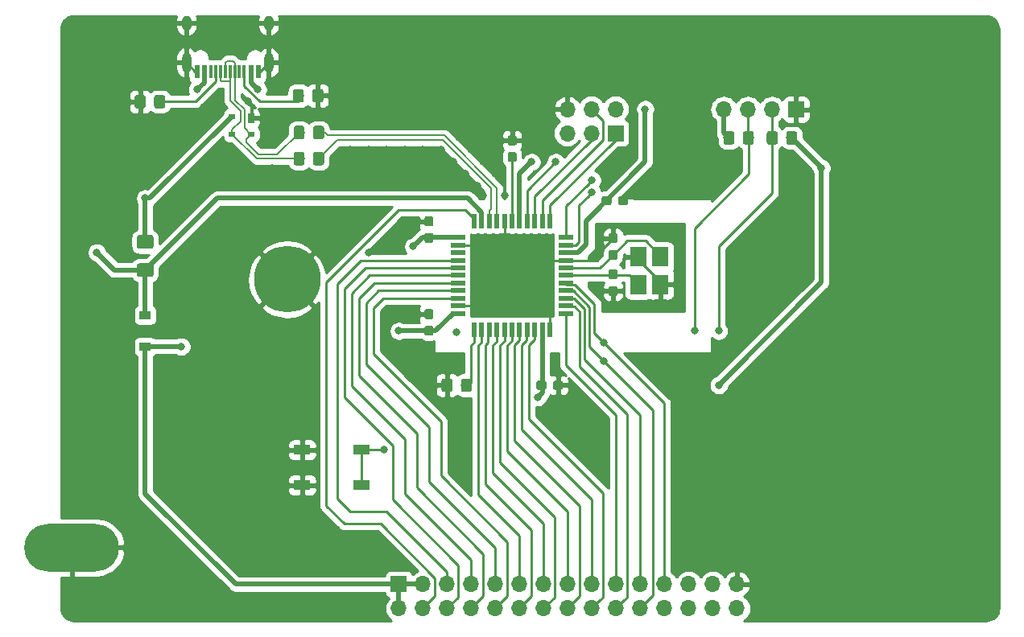
<source format=gbl>
G04 #@! TF.GenerationSoftware,KiCad,Pcbnew,(5.1.0)-1*
G04 #@! TF.CreationDate,2019-07-26T12:40:45+09:00*
G04 #@! TF.ProjectId,ChocIn60,43686f63-496e-4363-902e-6b696361645f,rev?*
G04 #@! TF.SameCoordinates,Original*
G04 #@! TF.FileFunction,Copper,L2,Bot*
G04 #@! TF.FilePolarity,Positive*
%FSLAX46Y46*%
G04 Gerber Fmt 4.6, Leading zero omitted, Abs format (unit mm)*
G04 Created by KiCad (PCBNEW (5.1.0)-1) date 2019-07-26 12:40:45*
%MOMM*%
%LPD*%
G04 APERTURE LIST*
%ADD10R,0.550000X1.450000*%
%ADD11R,0.300000X1.450000*%
%ADD12O,1.000000X2.100000*%
%ADD13O,1.000000X1.600000*%
%ADD14C,0.100000*%
%ADD15C,1.150000*%
%ADD16R,1.800000X2.100000*%
%ADD17R,0.700000X1.000000*%
%ADD18R,0.700000X0.600000*%
%ADD19R,1.500000X0.550000*%
%ADD20R,0.550000X1.500000*%
%ADD21R,1.800000X1.100000*%
%ADD22O,1.700000X1.700000*%
%ADD23R,1.700000X1.700000*%
%ADD24C,1.425000*%
%ADD25R,1.200000X0.900000*%
%ADD26C,0.950000*%
%ADD27C,7.000240*%
%ADD28O,9.999980X5.001260*%
%ADD29C,0.800000*%
%ADD30C,0.500000*%
%ADD31C,0.250000*%
%ADD32C,0.200000*%
%ADD33C,0.254000*%
G04 APERTURE END LIST*
D10*
X61425000Y-56495000D03*
X54975000Y-56495000D03*
X60650000Y-56495000D03*
X55750000Y-56495000D03*
D11*
X56450000Y-56495000D03*
X59950000Y-56495000D03*
X56950000Y-56495000D03*
X59450000Y-56495000D03*
X57450000Y-56495000D03*
X58950000Y-56495000D03*
X58450000Y-56495000D03*
X57950000Y-56495000D03*
D12*
X53880000Y-55580000D03*
X62520000Y-55580000D03*
D13*
X53880000Y-51400000D03*
X62520000Y-51400000D03*
D14*
G36*
X66069505Y-62229704D02*
G01*
X66093773Y-62233304D01*
X66117572Y-62239265D01*
X66140671Y-62247530D01*
X66162850Y-62258020D01*
X66183893Y-62270632D01*
X66203599Y-62285247D01*
X66221777Y-62301723D01*
X66238253Y-62319901D01*
X66252868Y-62339607D01*
X66265480Y-62360650D01*
X66275970Y-62382829D01*
X66284235Y-62405928D01*
X66290196Y-62429727D01*
X66293796Y-62453995D01*
X66295000Y-62478499D01*
X66295000Y-63378501D01*
X66293796Y-63403005D01*
X66290196Y-63427273D01*
X66284235Y-63451072D01*
X66275970Y-63474171D01*
X66265480Y-63496350D01*
X66252868Y-63517393D01*
X66238253Y-63537099D01*
X66221777Y-63555277D01*
X66203599Y-63571753D01*
X66183893Y-63586368D01*
X66162850Y-63598980D01*
X66140671Y-63609470D01*
X66117572Y-63617735D01*
X66093773Y-63623696D01*
X66069505Y-63627296D01*
X66045001Y-63628500D01*
X65394999Y-63628500D01*
X65370495Y-63627296D01*
X65346227Y-63623696D01*
X65322428Y-63617735D01*
X65299329Y-63609470D01*
X65277150Y-63598980D01*
X65256107Y-63586368D01*
X65236401Y-63571753D01*
X65218223Y-63555277D01*
X65201747Y-63537099D01*
X65187132Y-63517393D01*
X65174520Y-63496350D01*
X65164030Y-63474171D01*
X65155765Y-63451072D01*
X65149804Y-63427273D01*
X65146204Y-63403005D01*
X65145000Y-63378501D01*
X65145000Y-62478499D01*
X65146204Y-62453995D01*
X65149804Y-62429727D01*
X65155765Y-62405928D01*
X65164030Y-62382829D01*
X65174520Y-62360650D01*
X65187132Y-62339607D01*
X65201747Y-62319901D01*
X65218223Y-62301723D01*
X65236401Y-62285247D01*
X65256107Y-62270632D01*
X65277150Y-62258020D01*
X65299329Y-62247530D01*
X65322428Y-62239265D01*
X65346227Y-62233304D01*
X65370495Y-62229704D01*
X65394999Y-62228500D01*
X66045001Y-62228500D01*
X66069505Y-62229704D01*
X66069505Y-62229704D01*
G37*
D15*
X65720000Y-62928500D03*
D14*
G36*
X68119505Y-62229704D02*
G01*
X68143773Y-62233304D01*
X68167572Y-62239265D01*
X68190671Y-62247530D01*
X68212850Y-62258020D01*
X68233893Y-62270632D01*
X68253599Y-62285247D01*
X68271777Y-62301723D01*
X68288253Y-62319901D01*
X68302868Y-62339607D01*
X68315480Y-62360650D01*
X68325970Y-62382829D01*
X68334235Y-62405928D01*
X68340196Y-62429727D01*
X68343796Y-62453995D01*
X68345000Y-62478499D01*
X68345000Y-63378501D01*
X68343796Y-63403005D01*
X68340196Y-63427273D01*
X68334235Y-63451072D01*
X68325970Y-63474171D01*
X68315480Y-63496350D01*
X68302868Y-63517393D01*
X68288253Y-63537099D01*
X68271777Y-63555277D01*
X68253599Y-63571753D01*
X68233893Y-63586368D01*
X68212850Y-63598980D01*
X68190671Y-63609470D01*
X68167572Y-63617735D01*
X68143773Y-63623696D01*
X68119505Y-63627296D01*
X68095001Y-63628500D01*
X67444999Y-63628500D01*
X67420495Y-63627296D01*
X67396227Y-63623696D01*
X67372428Y-63617735D01*
X67349329Y-63609470D01*
X67327150Y-63598980D01*
X67306107Y-63586368D01*
X67286401Y-63571753D01*
X67268223Y-63555277D01*
X67251747Y-63537099D01*
X67237132Y-63517393D01*
X67224520Y-63496350D01*
X67214030Y-63474171D01*
X67205765Y-63451072D01*
X67199804Y-63427273D01*
X67196204Y-63403005D01*
X67195000Y-63378501D01*
X67195000Y-62478499D01*
X67196204Y-62453995D01*
X67199804Y-62429727D01*
X67205765Y-62405928D01*
X67214030Y-62382829D01*
X67224520Y-62360650D01*
X67237132Y-62339607D01*
X67251747Y-62319901D01*
X67268223Y-62301723D01*
X67286401Y-62285247D01*
X67306107Y-62270632D01*
X67327150Y-62258020D01*
X67349329Y-62247530D01*
X67372428Y-62239265D01*
X67396227Y-62233304D01*
X67420495Y-62229704D01*
X67444999Y-62228500D01*
X68095001Y-62228500D01*
X68119505Y-62229704D01*
X68119505Y-62229704D01*
G37*
D15*
X67770000Y-62928500D03*
D14*
G36*
X66069505Y-64993604D02*
G01*
X66093773Y-64997204D01*
X66117572Y-65003165D01*
X66140671Y-65011430D01*
X66162850Y-65021920D01*
X66183893Y-65034532D01*
X66203599Y-65049147D01*
X66221777Y-65065623D01*
X66238253Y-65083801D01*
X66252868Y-65103507D01*
X66265480Y-65124550D01*
X66275970Y-65146729D01*
X66284235Y-65169828D01*
X66290196Y-65193627D01*
X66293796Y-65217895D01*
X66295000Y-65242399D01*
X66295000Y-66142401D01*
X66293796Y-66166905D01*
X66290196Y-66191173D01*
X66284235Y-66214972D01*
X66275970Y-66238071D01*
X66265480Y-66260250D01*
X66252868Y-66281293D01*
X66238253Y-66300999D01*
X66221777Y-66319177D01*
X66203599Y-66335653D01*
X66183893Y-66350268D01*
X66162850Y-66362880D01*
X66140671Y-66373370D01*
X66117572Y-66381635D01*
X66093773Y-66387596D01*
X66069505Y-66391196D01*
X66045001Y-66392400D01*
X65394999Y-66392400D01*
X65370495Y-66391196D01*
X65346227Y-66387596D01*
X65322428Y-66381635D01*
X65299329Y-66373370D01*
X65277150Y-66362880D01*
X65256107Y-66350268D01*
X65236401Y-66335653D01*
X65218223Y-66319177D01*
X65201747Y-66300999D01*
X65187132Y-66281293D01*
X65174520Y-66260250D01*
X65164030Y-66238071D01*
X65155765Y-66214972D01*
X65149804Y-66191173D01*
X65146204Y-66166905D01*
X65145000Y-66142401D01*
X65145000Y-65242399D01*
X65146204Y-65217895D01*
X65149804Y-65193627D01*
X65155765Y-65169828D01*
X65164030Y-65146729D01*
X65174520Y-65124550D01*
X65187132Y-65103507D01*
X65201747Y-65083801D01*
X65218223Y-65065623D01*
X65236401Y-65049147D01*
X65256107Y-65034532D01*
X65277150Y-65021920D01*
X65299329Y-65011430D01*
X65322428Y-65003165D01*
X65346227Y-64997204D01*
X65370495Y-64993604D01*
X65394999Y-64992400D01*
X66045001Y-64992400D01*
X66069505Y-64993604D01*
X66069505Y-64993604D01*
G37*
D15*
X65720000Y-65692400D03*
D14*
G36*
X68119505Y-64993604D02*
G01*
X68143773Y-64997204D01*
X68167572Y-65003165D01*
X68190671Y-65011430D01*
X68212850Y-65021920D01*
X68233893Y-65034532D01*
X68253599Y-65049147D01*
X68271777Y-65065623D01*
X68288253Y-65083801D01*
X68302868Y-65103507D01*
X68315480Y-65124550D01*
X68325970Y-65146729D01*
X68334235Y-65169828D01*
X68340196Y-65193627D01*
X68343796Y-65217895D01*
X68345000Y-65242399D01*
X68345000Y-66142401D01*
X68343796Y-66166905D01*
X68340196Y-66191173D01*
X68334235Y-66214972D01*
X68325970Y-66238071D01*
X68315480Y-66260250D01*
X68302868Y-66281293D01*
X68288253Y-66300999D01*
X68271777Y-66319177D01*
X68253599Y-66335653D01*
X68233893Y-66350268D01*
X68212850Y-66362880D01*
X68190671Y-66373370D01*
X68167572Y-66381635D01*
X68143773Y-66387596D01*
X68119505Y-66391196D01*
X68095001Y-66392400D01*
X67444999Y-66392400D01*
X67420495Y-66391196D01*
X67396227Y-66387596D01*
X67372428Y-66381635D01*
X67349329Y-66373370D01*
X67327150Y-66362880D01*
X67306107Y-66350268D01*
X67286401Y-66335653D01*
X67268223Y-66319177D01*
X67251747Y-66300999D01*
X67237132Y-66281293D01*
X67224520Y-66260250D01*
X67214030Y-66238071D01*
X67205765Y-66214972D01*
X67199804Y-66191173D01*
X67196204Y-66166905D01*
X67195000Y-66142401D01*
X67195000Y-65242399D01*
X67196204Y-65217895D01*
X67199804Y-65193627D01*
X67205765Y-65169828D01*
X67214030Y-65146729D01*
X67224520Y-65124550D01*
X67237132Y-65103507D01*
X67251747Y-65083801D01*
X67268223Y-65065623D01*
X67286401Y-65049147D01*
X67306107Y-65034532D01*
X67327150Y-65021920D01*
X67349329Y-65011430D01*
X67372428Y-65003165D01*
X67396227Y-64997204D01*
X67420495Y-64993604D01*
X67444999Y-64992400D01*
X68095001Y-64992400D01*
X68119505Y-64993604D01*
X68119505Y-64993604D01*
G37*
D15*
X67770000Y-65692400D03*
D14*
G36*
X49353505Y-58991204D02*
G01*
X49377773Y-58994804D01*
X49401572Y-59000765D01*
X49424671Y-59009030D01*
X49446850Y-59019520D01*
X49467893Y-59032132D01*
X49487599Y-59046747D01*
X49505777Y-59063223D01*
X49522253Y-59081401D01*
X49536868Y-59101107D01*
X49549480Y-59122150D01*
X49559970Y-59144329D01*
X49568235Y-59167428D01*
X49574196Y-59191227D01*
X49577796Y-59215495D01*
X49579000Y-59239999D01*
X49579000Y-60140001D01*
X49577796Y-60164505D01*
X49574196Y-60188773D01*
X49568235Y-60212572D01*
X49559970Y-60235671D01*
X49549480Y-60257850D01*
X49536868Y-60278893D01*
X49522253Y-60298599D01*
X49505777Y-60316777D01*
X49487599Y-60333253D01*
X49467893Y-60347868D01*
X49446850Y-60360480D01*
X49424671Y-60370970D01*
X49401572Y-60379235D01*
X49377773Y-60385196D01*
X49353505Y-60388796D01*
X49329001Y-60390000D01*
X48678999Y-60390000D01*
X48654495Y-60388796D01*
X48630227Y-60385196D01*
X48606428Y-60379235D01*
X48583329Y-60370970D01*
X48561150Y-60360480D01*
X48540107Y-60347868D01*
X48520401Y-60333253D01*
X48502223Y-60316777D01*
X48485747Y-60298599D01*
X48471132Y-60278893D01*
X48458520Y-60257850D01*
X48448030Y-60235671D01*
X48439765Y-60212572D01*
X48433804Y-60188773D01*
X48430204Y-60164505D01*
X48429000Y-60140001D01*
X48429000Y-59239999D01*
X48430204Y-59215495D01*
X48433804Y-59191227D01*
X48439765Y-59167428D01*
X48448030Y-59144329D01*
X48458520Y-59122150D01*
X48471132Y-59101107D01*
X48485747Y-59081401D01*
X48502223Y-59063223D01*
X48520401Y-59046747D01*
X48540107Y-59032132D01*
X48561150Y-59019520D01*
X48583329Y-59009030D01*
X48606428Y-59000765D01*
X48630227Y-58994804D01*
X48654495Y-58991204D01*
X48678999Y-58990000D01*
X49329001Y-58990000D01*
X49353505Y-58991204D01*
X49353505Y-58991204D01*
G37*
D15*
X49004000Y-59690000D03*
D14*
G36*
X51403505Y-58991204D02*
G01*
X51427773Y-58994804D01*
X51451572Y-59000765D01*
X51474671Y-59009030D01*
X51496850Y-59019520D01*
X51517893Y-59032132D01*
X51537599Y-59046747D01*
X51555777Y-59063223D01*
X51572253Y-59081401D01*
X51586868Y-59101107D01*
X51599480Y-59122150D01*
X51609970Y-59144329D01*
X51618235Y-59167428D01*
X51624196Y-59191227D01*
X51627796Y-59215495D01*
X51629000Y-59239999D01*
X51629000Y-60140001D01*
X51627796Y-60164505D01*
X51624196Y-60188773D01*
X51618235Y-60212572D01*
X51609970Y-60235671D01*
X51599480Y-60257850D01*
X51586868Y-60278893D01*
X51572253Y-60298599D01*
X51555777Y-60316777D01*
X51537599Y-60333253D01*
X51517893Y-60347868D01*
X51496850Y-60360480D01*
X51474671Y-60370970D01*
X51451572Y-60379235D01*
X51427773Y-60385196D01*
X51403505Y-60388796D01*
X51379001Y-60390000D01*
X50728999Y-60390000D01*
X50704495Y-60388796D01*
X50680227Y-60385196D01*
X50656428Y-60379235D01*
X50633329Y-60370970D01*
X50611150Y-60360480D01*
X50590107Y-60347868D01*
X50570401Y-60333253D01*
X50552223Y-60316777D01*
X50535747Y-60298599D01*
X50521132Y-60278893D01*
X50508520Y-60257850D01*
X50498030Y-60235671D01*
X50489765Y-60212572D01*
X50483804Y-60188773D01*
X50480204Y-60164505D01*
X50479000Y-60140001D01*
X50479000Y-59239999D01*
X50480204Y-59215495D01*
X50483804Y-59191227D01*
X50489765Y-59167428D01*
X50498030Y-59144329D01*
X50508520Y-59122150D01*
X50521132Y-59101107D01*
X50535747Y-59081401D01*
X50552223Y-59063223D01*
X50570401Y-59046747D01*
X50590107Y-59032132D01*
X50611150Y-59019520D01*
X50633329Y-59009030D01*
X50656428Y-59000765D01*
X50680227Y-58994804D01*
X50704495Y-58991204D01*
X50728999Y-58990000D01*
X51379001Y-58990000D01*
X51403505Y-58991204D01*
X51403505Y-58991204D01*
G37*
D15*
X51054000Y-59690000D03*
D14*
G36*
X65999505Y-58356204D02*
G01*
X66023773Y-58359804D01*
X66047572Y-58365765D01*
X66070671Y-58374030D01*
X66092850Y-58384520D01*
X66113893Y-58397132D01*
X66133599Y-58411747D01*
X66151777Y-58428223D01*
X66168253Y-58446401D01*
X66182868Y-58466107D01*
X66195480Y-58487150D01*
X66205970Y-58509329D01*
X66214235Y-58532428D01*
X66220196Y-58556227D01*
X66223796Y-58580495D01*
X66225000Y-58604999D01*
X66225000Y-59505001D01*
X66223796Y-59529505D01*
X66220196Y-59553773D01*
X66214235Y-59577572D01*
X66205970Y-59600671D01*
X66195480Y-59622850D01*
X66182868Y-59643893D01*
X66168253Y-59663599D01*
X66151777Y-59681777D01*
X66133599Y-59698253D01*
X66113893Y-59712868D01*
X66092850Y-59725480D01*
X66070671Y-59735970D01*
X66047572Y-59744235D01*
X66023773Y-59750196D01*
X65999505Y-59753796D01*
X65975001Y-59755000D01*
X65324999Y-59755000D01*
X65300495Y-59753796D01*
X65276227Y-59750196D01*
X65252428Y-59744235D01*
X65229329Y-59735970D01*
X65207150Y-59725480D01*
X65186107Y-59712868D01*
X65166401Y-59698253D01*
X65148223Y-59681777D01*
X65131747Y-59663599D01*
X65117132Y-59643893D01*
X65104520Y-59622850D01*
X65094030Y-59600671D01*
X65085765Y-59577572D01*
X65079804Y-59553773D01*
X65076204Y-59529505D01*
X65075000Y-59505001D01*
X65075000Y-58604999D01*
X65076204Y-58580495D01*
X65079804Y-58556227D01*
X65085765Y-58532428D01*
X65094030Y-58509329D01*
X65104520Y-58487150D01*
X65117132Y-58466107D01*
X65131747Y-58446401D01*
X65148223Y-58428223D01*
X65166401Y-58411747D01*
X65186107Y-58397132D01*
X65207150Y-58384520D01*
X65229329Y-58374030D01*
X65252428Y-58365765D01*
X65276227Y-58359804D01*
X65300495Y-58356204D01*
X65324999Y-58355000D01*
X65975001Y-58355000D01*
X65999505Y-58356204D01*
X65999505Y-58356204D01*
G37*
D15*
X65650000Y-59055000D03*
D14*
G36*
X68049505Y-58356204D02*
G01*
X68073773Y-58359804D01*
X68097572Y-58365765D01*
X68120671Y-58374030D01*
X68142850Y-58384520D01*
X68163893Y-58397132D01*
X68183599Y-58411747D01*
X68201777Y-58428223D01*
X68218253Y-58446401D01*
X68232868Y-58466107D01*
X68245480Y-58487150D01*
X68255970Y-58509329D01*
X68264235Y-58532428D01*
X68270196Y-58556227D01*
X68273796Y-58580495D01*
X68275000Y-58604999D01*
X68275000Y-59505001D01*
X68273796Y-59529505D01*
X68270196Y-59553773D01*
X68264235Y-59577572D01*
X68255970Y-59600671D01*
X68245480Y-59622850D01*
X68232868Y-59643893D01*
X68218253Y-59663599D01*
X68201777Y-59681777D01*
X68183599Y-59698253D01*
X68163893Y-59712868D01*
X68142850Y-59725480D01*
X68120671Y-59735970D01*
X68097572Y-59744235D01*
X68073773Y-59750196D01*
X68049505Y-59753796D01*
X68025001Y-59755000D01*
X67374999Y-59755000D01*
X67350495Y-59753796D01*
X67326227Y-59750196D01*
X67302428Y-59744235D01*
X67279329Y-59735970D01*
X67257150Y-59725480D01*
X67236107Y-59712868D01*
X67216401Y-59698253D01*
X67198223Y-59681777D01*
X67181747Y-59663599D01*
X67167132Y-59643893D01*
X67154520Y-59622850D01*
X67144030Y-59600671D01*
X67135765Y-59577572D01*
X67129804Y-59553773D01*
X67126204Y-59529505D01*
X67125000Y-59505001D01*
X67125000Y-58604999D01*
X67126204Y-58580495D01*
X67129804Y-58556227D01*
X67135765Y-58532428D01*
X67144030Y-58509329D01*
X67154520Y-58487150D01*
X67167132Y-58466107D01*
X67181747Y-58446401D01*
X67198223Y-58428223D01*
X67216401Y-58411747D01*
X67236107Y-58397132D01*
X67257150Y-58384520D01*
X67279329Y-58374030D01*
X67302428Y-58365765D01*
X67326227Y-58359804D01*
X67350495Y-58356204D01*
X67374999Y-58355000D01*
X68025001Y-58355000D01*
X68049505Y-58356204D01*
X68049505Y-58356204D01*
G37*
D15*
X67700000Y-59055000D03*
D16*
X103702500Y-78920000D03*
X103702500Y-76020000D03*
X101402500Y-76020000D03*
X101402500Y-78920000D03*
D17*
X60674800Y-61420000D03*
D18*
X58674800Y-61220000D03*
X60674800Y-63120000D03*
X58674800Y-63120000D03*
D19*
X82412600Y-73978000D03*
X82412600Y-74778000D03*
X82412600Y-75578000D03*
X82412600Y-76378000D03*
X82412600Y-77178000D03*
X82412600Y-77978000D03*
X82412600Y-78778000D03*
X82412600Y-79578000D03*
X82412600Y-80378000D03*
X82412600Y-81178000D03*
X82412600Y-81978000D03*
D20*
X84112600Y-83678000D03*
X84912600Y-83678000D03*
X85712600Y-83678000D03*
X86512600Y-83678000D03*
X87312600Y-83678000D03*
X88112600Y-83678000D03*
X88912600Y-83678000D03*
X89712600Y-83678000D03*
X90512600Y-83678000D03*
X91312600Y-83678000D03*
X92112600Y-83678000D03*
D19*
X93812600Y-81978000D03*
X93812600Y-81178000D03*
X93812600Y-80378000D03*
X93812600Y-79578000D03*
X93812600Y-78778000D03*
X93812600Y-77978000D03*
X93812600Y-77178000D03*
X93812600Y-76378000D03*
X93812600Y-75578000D03*
X93812600Y-74778000D03*
X93812600Y-73978000D03*
D20*
X92112600Y-72278000D03*
X91312600Y-72278000D03*
X90512600Y-72278000D03*
X89712600Y-72278000D03*
X88912600Y-72278000D03*
X88112600Y-72278000D03*
X87312600Y-72278000D03*
X86512600Y-72278000D03*
X85712600Y-72278000D03*
X84912600Y-72278000D03*
X84112600Y-72278000D03*
D21*
X66050000Y-96350000D03*
X72250000Y-100050000D03*
X66050000Y-100050000D03*
X72250000Y-96350000D03*
D14*
G36*
X117880505Y-62801204D02*
G01*
X117904773Y-62804804D01*
X117928572Y-62810765D01*
X117951671Y-62819030D01*
X117973850Y-62829520D01*
X117994893Y-62842132D01*
X118014599Y-62856747D01*
X118032777Y-62873223D01*
X118049253Y-62891401D01*
X118063868Y-62911107D01*
X118076480Y-62932150D01*
X118086970Y-62954329D01*
X118095235Y-62977428D01*
X118101196Y-63001227D01*
X118104796Y-63025495D01*
X118106000Y-63049999D01*
X118106000Y-63950001D01*
X118104796Y-63974505D01*
X118101196Y-63998773D01*
X118095235Y-64022572D01*
X118086970Y-64045671D01*
X118076480Y-64067850D01*
X118063868Y-64088893D01*
X118049253Y-64108599D01*
X118032777Y-64126777D01*
X118014599Y-64143253D01*
X117994893Y-64157868D01*
X117973850Y-64170480D01*
X117951671Y-64180970D01*
X117928572Y-64189235D01*
X117904773Y-64195196D01*
X117880505Y-64198796D01*
X117856001Y-64200000D01*
X117205999Y-64200000D01*
X117181495Y-64198796D01*
X117157227Y-64195196D01*
X117133428Y-64189235D01*
X117110329Y-64180970D01*
X117088150Y-64170480D01*
X117067107Y-64157868D01*
X117047401Y-64143253D01*
X117029223Y-64126777D01*
X117012747Y-64108599D01*
X116998132Y-64088893D01*
X116985520Y-64067850D01*
X116975030Y-64045671D01*
X116966765Y-64022572D01*
X116960804Y-63998773D01*
X116957204Y-63974505D01*
X116956000Y-63950001D01*
X116956000Y-63049999D01*
X116957204Y-63025495D01*
X116960804Y-63001227D01*
X116966765Y-62977428D01*
X116975030Y-62954329D01*
X116985520Y-62932150D01*
X116998132Y-62911107D01*
X117012747Y-62891401D01*
X117029223Y-62873223D01*
X117047401Y-62856747D01*
X117067107Y-62842132D01*
X117088150Y-62829520D01*
X117110329Y-62819030D01*
X117133428Y-62810765D01*
X117157227Y-62804804D01*
X117181495Y-62801204D01*
X117205999Y-62800000D01*
X117856001Y-62800000D01*
X117880505Y-62801204D01*
X117880505Y-62801204D01*
G37*
D15*
X117531000Y-63500000D03*
D14*
G36*
X115830505Y-62801204D02*
G01*
X115854773Y-62804804D01*
X115878572Y-62810765D01*
X115901671Y-62819030D01*
X115923850Y-62829520D01*
X115944893Y-62842132D01*
X115964599Y-62856747D01*
X115982777Y-62873223D01*
X115999253Y-62891401D01*
X116013868Y-62911107D01*
X116026480Y-62932150D01*
X116036970Y-62954329D01*
X116045235Y-62977428D01*
X116051196Y-63001227D01*
X116054796Y-63025495D01*
X116056000Y-63049999D01*
X116056000Y-63950001D01*
X116054796Y-63974505D01*
X116051196Y-63998773D01*
X116045235Y-64022572D01*
X116036970Y-64045671D01*
X116026480Y-64067850D01*
X116013868Y-64088893D01*
X115999253Y-64108599D01*
X115982777Y-64126777D01*
X115964599Y-64143253D01*
X115944893Y-64157868D01*
X115923850Y-64170480D01*
X115901671Y-64180970D01*
X115878572Y-64189235D01*
X115854773Y-64195196D01*
X115830505Y-64198796D01*
X115806001Y-64200000D01*
X115155999Y-64200000D01*
X115131495Y-64198796D01*
X115107227Y-64195196D01*
X115083428Y-64189235D01*
X115060329Y-64180970D01*
X115038150Y-64170480D01*
X115017107Y-64157868D01*
X114997401Y-64143253D01*
X114979223Y-64126777D01*
X114962747Y-64108599D01*
X114948132Y-64088893D01*
X114935520Y-64067850D01*
X114925030Y-64045671D01*
X114916765Y-64022572D01*
X114910804Y-63998773D01*
X114907204Y-63974505D01*
X114906000Y-63950001D01*
X114906000Y-63049999D01*
X114907204Y-63025495D01*
X114910804Y-63001227D01*
X114916765Y-62977428D01*
X114925030Y-62954329D01*
X114935520Y-62932150D01*
X114948132Y-62911107D01*
X114962747Y-62891401D01*
X114979223Y-62873223D01*
X114997401Y-62856747D01*
X115017107Y-62842132D01*
X115038150Y-62829520D01*
X115060329Y-62819030D01*
X115083428Y-62810765D01*
X115107227Y-62804804D01*
X115131495Y-62801204D01*
X115155999Y-62800000D01*
X115806001Y-62800000D01*
X115830505Y-62801204D01*
X115830505Y-62801204D01*
G37*
D15*
X115481000Y-63500000D03*
D14*
G36*
X113317505Y-62801204D02*
G01*
X113341773Y-62804804D01*
X113365572Y-62810765D01*
X113388671Y-62819030D01*
X113410850Y-62829520D01*
X113431893Y-62842132D01*
X113451599Y-62856747D01*
X113469777Y-62873223D01*
X113486253Y-62891401D01*
X113500868Y-62911107D01*
X113513480Y-62932150D01*
X113523970Y-62954329D01*
X113532235Y-62977428D01*
X113538196Y-63001227D01*
X113541796Y-63025495D01*
X113543000Y-63049999D01*
X113543000Y-63950001D01*
X113541796Y-63974505D01*
X113538196Y-63998773D01*
X113532235Y-64022572D01*
X113523970Y-64045671D01*
X113513480Y-64067850D01*
X113500868Y-64088893D01*
X113486253Y-64108599D01*
X113469777Y-64126777D01*
X113451599Y-64143253D01*
X113431893Y-64157868D01*
X113410850Y-64170480D01*
X113388671Y-64180970D01*
X113365572Y-64189235D01*
X113341773Y-64195196D01*
X113317505Y-64198796D01*
X113293001Y-64200000D01*
X112642999Y-64200000D01*
X112618495Y-64198796D01*
X112594227Y-64195196D01*
X112570428Y-64189235D01*
X112547329Y-64180970D01*
X112525150Y-64170480D01*
X112504107Y-64157868D01*
X112484401Y-64143253D01*
X112466223Y-64126777D01*
X112449747Y-64108599D01*
X112435132Y-64088893D01*
X112422520Y-64067850D01*
X112412030Y-64045671D01*
X112403765Y-64022572D01*
X112397804Y-63998773D01*
X112394204Y-63974505D01*
X112393000Y-63950001D01*
X112393000Y-63049999D01*
X112394204Y-63025495D01*
X112397804Y-63001227D01*
X112403765Y-62977428D01*
X112412030Y-62954329D01*
X112422520Y-62932150D01*
X112435132Y-62911107D01*
X112449747Y-62891401D01*
X112466223Y-62873223D01*
X112484401Y-62856747D01*
X112504107Y-62842132D01*
X112525150Y-62829520D01*
X112547329Y-62819030D01*
X112570428Y-62810765D01*
X112594227Y-62804804D01*
X112618495Y-62801204D01*
X112642999Y-62800000D01*
X113293001Y-62800000D01*
X113317505Y-62801204D01*
X113317505Y-62801204D01*
G37*
D15*
X112968000Y-63500000D03*
D14*
G36*
X111267505Y-62801204D02*
G01*
X111291773Y-62804804D01*
X111315572Y-62810765D01*
X111338671Y-62819030D01*
X111360850Y-62829520D01*
X111381893Y-62842132D01*
X111401599Y-62856747D01*
X111419777Y-62873223D01*
X111436253Y-62891401D01*
X111450868Y-62911107D01*
X111463480Y-62932150D01*
X111473970Y-62954329D01*
X111482235Y-62977428D01*
X111488196Y-63001227D01*
X111491796Y-63025495D01*
X111493000Y-63049999D01*
X111493000Y-63950001D01*
X111491796Y-63974505D01*
X111488196Y-63998773D01*
X111482235Y-64022572D01*
X111473970Y-64045671D01*
X111463480Y-64067850D01*
X111450868Y-64088893D01*
X111436253Y-64108599D01*
X111419777Y-64126777D01*
X111401599Y-64143253D01*
X111381893Y-64157868D01*
X111360850Y-64170480D01*
X111338671Y-64180970D01*
X111315572Y-64189235D01*
X111291773Y-64195196D01*
X111267505Y-64198796D01*
X111243001Y-64200000D01*
X110592999Y-64200000D01*
X110568495Y-64198796D01*
X110544227Y-64195196D01*
X110520428Y-64189235D01*
X110497329Y-64180970D01*
X110475150Y-64170480D01*
X110454107Y-64157868D01*
X110434401Y-64143253D01*
X110416223Y-64126777D01*
X110399747Y-64108599D01*
X110385132Y-64088893D01*
X110372520Y-64067850D01*
X110362030Y-64045671D01*
X110353765Y-64022572D01*
X110347804Y-63998773D01*
X110344204Y-63974505D01*
X110343000Y-63950001D01*
X110343000Y-63049999D01*
X110344204Y-63025495D01*
X110347804Y-63001227D01*
X110353765Y-62977428D01*
X110362030Y-62954329D01*
X110372520Y-62932150D01*
X110385132Y-62911107D01*
X110399747Y-62891401D01*
X110416223Y-62873223D01*
X110434401Y-62856747D01*
X110454107Y-62842132D01*
X110475150Y-62829520D01*
X110497329Y-62819030D01*
X110520428Y-62810765D01*
X110544227Y-62804804D01*
X110568495Y-62801204D01*
X110592999Y-62800000D01*
X111243001Y-62800000D01*
X111267505Y-62801204D01*
X111267505Y-62801204D01*
G37*
D15*
X110918000Y-63500000D03*
D14*
G36*
X83670505Y-88836204D02*
G01*
X83694773Y-88839804D01*
X83718572Y-88845765D01*
X83741671Y-88854030D01*
X83763850Y-88864520D01*
X83784893Y-88877132D01*
X83804599Y-88891747D01*
X83822777Y-88908223D01*
X83839253Y-88926401D01*
X83853868Y-88946107D01*
X83866480Y-88967150D01*
X83876970Y-88989329D01*
X83885235Y-89012428D01*
X83891196Y-89036227D01*
X83894796Y-89060495D01*
X83896000Y-89084999D01*
X83896000Y-89985001D01*
X83894796Y-90009505D01*
X83891196Y-90033773D01*
X83885235Y-90057572D01*
X83876970Y-90080671D01*
X83866480Y-90102850D01*
X83853868Y-90123893D01*
X83839253Y-90143599D01*
X83822777Y-90161777D01*
X83804599Y-90178253D01*
X83784893Y-90192868D01*
X83763850Y-90205480D01*
X83741671Y-90215970D01*
X83718572Y-90224235D01*
X83694773Y-90230196D01*
X83670505Y-90233796D01*
X83646001Y-90235000D01*
X82995999Y-90235000D01*
X82971495Y-90233796D01*
X82947227Y-90230196D01*
X82923428Y-90224235D01*
X82900329Y-90215970D01*
X82878150Y-90205480D01*
X82857107Y-90192868D01*
X82837401Y-90178253D01*
X82819223Y-90161777D01*
X82802747Y-90143599D01*
X82788132Y-90123893D01*
X82775520Y-90102850D01*
X82765030Y-90080671D01*
X82756765Y-90057572D01*
X82750804Y-90033773D01*
X82747204Y-90009505D01*
X82746000Y-89985001D01*
X82746000Y-89084999D01*
X82747204Y-89060495D01*
X82750804Y-89036227D01*
X82756765Y-89012428D01*
X82765030Y-88989329D01*
X82775520Y-88967150D01*
X82788132Y-88946107D01*
X82802747Y-88926401D01*
X82819223Y-88908223D01*
X82837401Y-88891747D01*
X82857107Y-88877132D01*
X82878150Y-88864520D01*
X82900329Y-88854030D01*
X82923428Y-88845765D01*
X82947227Y-88839804D01*
X82971495Y-88836204D01*
X82995999Y-88835000D01*
X83646001Y-88835000D01*
X83670505Y-88836204D01*
X83670505Y-88836204D01*
G37*
D15*
X83321000Y-89535000D03*
D14*
G36*
X81620505Y-88836204D02*
G01*
X81644773Y-88839804D01*
X81668572Y-88845765D01*
X81691671Y-88854030D01*
X81713850Y-88864520D01*
X81734893Y-88877132D01*
X81754599Y-88891747D01*
X81772777Y-88908223D01*
X81789253Y-88926401D01*
X81803868Y-88946107D01*
X81816480Y-88967150D01*
X81826970Y-88989329D01*
X81835235Y-89012428D01*
X81841196Y-89036227D01*
X81844796Y-89060495D01*
X81846000Y-89084999D01*
X81846000Y-89985001D01*
X81844796Y-90009505D01*
X81841196Y-90033773D01*
X81835235Y-90057572D01*
X81826970Y-90080671D01*
X81816480Y-90102850D01*
X81803868Y-90123893D01*
X81789253Y-90143599D01*
X81772777Y-90161777D01*
X81754599Y-90178253D01*
X81734893Y-90192868D01*
X81713850Y-90205480D01*
X81691671Y-90215970D01*
X81668572Y-90224235D01*
X81644773Y-90230196D01*
X81620505Y-90233796D01*
X81596001Y-90235000D01*
X80945999Y-90235000D01*
X80921495Y-90233796D01*
X80897227Y-90230196D01*
X80873428Y-90224235D01*
X80850329Y-90215970D01*
X80828150Y-90205480D01*
X80807107Y-90192868D01*
X80787401Y-90178253D01*
X80769223Y-90161777D01*
X80752747Y-90143599D01*
X80738132Y-90123893D01*
X80725520Y-90102850D01*
X80715030Y-90080671D01*
X80706765Y-90057572D01*
X80700804Y-90033773D01*
X80697204Y-90009505D01*
X80696000Y-89985001D01*
X80696000Y-89084999D01*
X80697204Y-89060495D01*
X80700804Y-89036227D01*
X80706765Y-89012428D01*
X80715030Y-88989329D01*
X80725520Y-88967150D01*
X80738132Y-88946107D01*
X80752747Y-88926401D01*
X80769223Y-88908223D01*
X80787401Y-88891747D01*
X80807107Y-88877132D01*
X80828150Y-88864520D01*
X80850329Y-88854030D01*
X80873428Y-88845765D01*
X80897227Y-88839804D01*
X80921495Y-88836204D01*
X80945999Y-88835000D01*
X81596001Y-88835000D01*
X81620505Y-88836204D01*
X81620505Y-88836204D01*
G37*
D15*
X81271000Y-89535000D03*
D22*
X110380000Y-60500000D03*
X112920000Y-60500000D03*
X115460000Y-60500000D03*
D23*
X118000000Y-60500000D03*
D22*
X111760000Y-113030000D03*
X111760000Y-110490000D03*
X109220000Y-113030000D03*
X109220000Y-110490000D03*
X106680000Y-113030000D03*
X106680000Y-110490000D03*
X104140000Y-113030000D03*
X104140000Y-110490000D03*
X101600000Y-113030000D03*
X101600000Y-110490000D03*
X99060000Y-113030000D03*
X99060000Y-110490000D03*
X96520000Y-113030000D03*
X96520000Y-110490000D03*
X93980000Y-113030000D03*
X93980000Y-110490000D03*
X91440000Y-113030000D03*
X91440000Y-110490000D03*
X88900000Y-113030000D03*
X88900000Y-110490000D03*
X86360000Y-113030000D03*
X86360000Y-110490000D03*
X83820000Y-113030000D03*
X83820000Y-110490000D03*
X81280000Y-113030000D03*
X81280000Y-110490000D03*
X78740000Y-113030000D03*
X78740000Y-110490000D03*
X76200000Y-113030000D03*
D23*
X76200000Y-110490000D03*
D22*
X93920000Y-60460000D03*
X93920000Y-63000000D03*
X96460000Y-60460000D03*
X96460000Y-63000000D03*
X99000000Y-60460000D03*
D23*
X99000000Y-63000000D03*
D14*
G36*
X50179504Y-73736104D02*
G01*
X50203773Y-73739704D01*
X50227571Y-73745665D01*
X50250671Y-73753930D01*
X50272849Y-73764420D01*
X50293893Y-73777033D01*
X50313598Y-73791647D01*
X50331777Y-73808123D01*
X50348253Y-73826302D01*
X50362867Y-73846007D01*
X50375480Y-73867051D01*
X50385970Y-73889229D01*
X50394235Y-73912329D01*
X50400196Y-73936127D01*
X50403796Y-73960396D01*
X50405000Y-73984900D01*
X50405000Y-74909900D01*
X50403796Y-74934404D01*
X50400196Y-74958673D01*
X50394235Y-74982471D01*
X50385970Y-75005571D01*
X50375480Y-75027749D01*
X50362867Y-75048793D01*
X50348253Y-75068498D01*
X50331777Y-75086677D01*
X50313598Y-75103153D01*
X50293893Y-75117767D01*
X50272849Y-75130380D01*
X50250671Y-75140870D01*
X50227571Y-75149135D01*
X50203773Y-75155096D01*
X50179504Y-75158696D01*
X50155000Y-75159900D01*
X48905000Y-75159900D01*
X48880496Y-75158696D01*
X48856227Y-75155096D01*
X48832429Y-75149135D01*
X48809329Y-75140870D01*
X48787151Y-75130380D01*
X48766107Y-75117767D01*
X48746402Y-75103153D01*
X48728223Y-75086677D01*
X48711747Y-75068498D01*
X48697133Y-75048793D01*
X48684520Y-75027749D01*
X48674030Y-75005571D01*
X48665765Y-74982471D01*
X48659804Y-74958673D01*
X48656204Y-74934404D01*
X48655000Y-74909900D01*
X48655000Y-73984900D01*
X48656204Y-73960396D01*
X48659804Y-73936127D01*
X48665765Y-73912329D01*
X48674030Y-73889229D01*
X48684520Y-73867051D01*
X48697133Y-73846007D01*
X48711747Y-73826302D01*
X48728223Y-73808123D01*
X48746402Y-73791647D01*
X48766107Y-73777033D01*
X48787151Y-73764420D01*
X48809329Y-73753930D01*
X48832429Y-73745665D01*
X48856227Y-73739704D01*
X48880496Y-73736104D01*
X48905000Y-73734900D01*
X50155000Y-73734900D01*
X50179504Y-73736104D01*
X50179504Y-73736104D01*
G37*
D24*
X49530000Y-74447400D03*
D14*
G36*
X50179504Y-76711104D02*
G01*
X50203773Y-76714704D01*
X50227571Y-76720665D01*
X50250671Y-76728930D01*
X50272849Y-76739420D01*
X50293893Y-76752033D01*
X50313598Y-76766647D01*
X50331777Y-76783123D01*
X50348253Y-76801302D01*
X50362867Y-76821007D01*
X50375480Y-76842051D01*
X50385970Y-76864229D01*
X50394235Y-76887329D01*
X50400196Y-76911127D01*
X50403796Y-76935396D01*
X50405000Y-76959900D01*
X50405000Y-77884900D01*
X50403796Y-77909404D01*
X50400196Y-77933673D01*
X50394235Y-77957471D01*
X50385970Y-77980571D01*
X50375480Y-78002749D01*
X50362867Y-78023793D01*
X50348253Y-78043498D01*
X50331777Y-78061677D01*
X50313598Y-78078153D01*
X50293893Y-78092767D01*
X50272849Y-78105380D01*
X50250671Y-78115870D01*
X50227571Y-78124135D01*
X50203773Y-78130096D01*
X50179504Y-78133696D01*
X50155000Y-78134900D01*
X48905000Y-78134900D01*
X48880496Y-78133696D01*
X48856227Y-78130096D01*
X48832429Y-78124135D01*
X48809329Y-78115870D01*
X48787151Y-78105380D01*
X48766107Y-78092767D01*
X48746402Y-78078153D01*
X48728223Y-78061677D01*
X48711747Y-78043498D01*
X48697133Y-78023793D01*
X48684520Y-78002749D01*
X48674030Y-77980571D01*
X48665765Y-77957471D01*
X48659804Y-77933673D01*
X48656204Y-77909404D01*
X48655000Y-77884900D01*
X48655000Y-76959900D01*
X48656204Y-76935396D01*
X48659804Y-76911127D01*
X48665765Y-76887329D01*
X48674030Y-76864229D01*
X48684520Y-76842051D01*
X48697133Y-76821007D01*
X48711747Y-76801302D01*
X48728223Y-76783123D01*
X48746402Y-76766647D01*
X48766107Y-76752033D01*
X48787151Y-76739420D01*
X48809329Y-76728930D01*
X48832429Y-76720665D01*
X48856227Y-76714704D01*
X48880496Y-76711104D01*
X48905000Y-76709900D01*
X50155000Y-76709900D01*
X50179504Y-76711104D01*
X50179504Y-76711104D01*
G37*
D24*
X49530000Y-77422400D03*
D25*
X49530000Y-82170000D03*
X49530000Y-85470000D03*
D14*
G36*
X79635779Y-71753144D02*
G01*
X79658834Y-71756563D01*
X79681443Y-71762227D01*
X79703387Y-71770079D01*
X79724457Y-71780044D01*
X79744448Y-71792026D01*
X79763168Y-71805910D01*
X79780438Y-71821562D01*
X79796090Y-71838832D01*
X79809974Y-71857552D01*
X79821956Y-71877543D01*
X79831921Y-71898613D01*
X79839773Y-71920557D01*
X79845437Y-71943166D01*
X79848856Y-71966221D01*
X79850000Y-71989500D01*
X79850000Y-72564500D01*
X79848856Y-72587779D01*
X79845437Y-72610834D01*
X79839773Y-72633443D01*
X79831921Y-72655387D01*
X79821956Y-72676457D01*
X79809974Y-72696448D01*
X79796090Y-72715168D01*
X79780438Y-72732438D01*
X79763168Y-72748090D01*
X79744448Y-72761974D01*
X79724457Y-72773956D01*
X79703387Y-72783921D01*
X79681443Y-72791773D01*
X79658834Y-72797437D01*
X79635779Y-72800856D01*
X79612500Y-72802000D01*
X79137500Y-72802000D01*
X79114221Y-72800856D01*
X79091166Y-72797437D01*
X79068557Y-72791773D01*
X79046613Y-72783921D01*
X79025543Y-72773956D01*
X79005552Y-72761974D01*
X78986832Y-72748090D01*
X78969562Y-72732438D01*
X78953910Y-72715168D01*
X78940026Y-72696448D01*
X78928044Y-72676457D01*
X78918079Y-72655387D01*
X78910227Y-72633443D01*
X78904563Y-72610834D01*
X78901144Y-72587779D01*
X78900000Y-72564500D01*
X78900000Y-71989500D01*
X78901144Y-71966221D01*
X78904563Y-71943166D01*
X78910227Y-71920557D01*
X78918079Y-71898613D01*
X78928044Y-71877543D01*
X78940026Y-71857552D01*
X78953910Y-71838832D01*
X78969562Y-71821562D01*
X78986832Y-71805910D01*
X79005552Y-71792026D01*
X79025543Y-71780044D01*
X79046613Y-71770079D01*
X79068557Y-71762227D01*
X79091166Y-71756563D01*
X79114221Y-71753144D01*
X79137500Y-71752000D01*
X79612500Y-71752000D01*
X79635779Y-71753144D01*
X79635779Y-71753144D01*
G37*
D26*
X79375000Y-72277000D03*
D14*
G36*
X79635779Y-73503144D02*
G01*
X79658834Y-73506563D01*
X79681443Y-73512227D01*
X79703387Y-73520079D01*
X79724457Y-73530044D01*
X79744448Y-73542026D01*
X79763168Y-73555910D01*
X79780438Y-73571562D01*
X79796090Y-73588832D01*
X79809974Y-73607552D01*
X79821956Y-73627543D01*
X79831921Y-73648613D01*
X79839773Y-73670557D01*
X79845437Y-73693166D01*
X79848856Y-73716221D01*
X79850000Y-73739500D01*
X79850000Y-74314500D01*
X79848856Y-74337779D01*
X79845437Y-74360834D01*
X79839773Y-74383443D01*
X79831921Y-74405387D01*
X79821956Y-74426457D01*
X79809974Y-74446448D01*
X79796090Y-74465168D01*
X79780438Y-74482438D01*
X79763168Y-74498090D01*
X79744448Y-74511974D01*
X79724457Y-74523956D01*
X79703387Y-74533921D01*
X79681443Y-74541773D01*
X79658834Y-74547437D01*
X79635779Y-74550856D01*
X79612500Y-74552000D01*
X79137500Y-74552000D01*
X79114221Y-74550856D01*
X79091166Y-74547437D01*
X79068557Y-74541773D01*
X79046613Y-74533921D01*
X79025543Y-74523956D01*
X79005552Y-74511974D01*
X78986832Y-74498090D01*
X78969562Y-74482438D01*
X78953910Y-74465168D01*
X78940026Y-74446448D01*
X78928044Y-74426457D01*
X78918079Y-74405387D01*
X78910227Y-74383443D01*
X78904563Y-74360834D01*
X78901144Y-74337779D01*
X78900000Y-74314500D01*
X78900000Y-73739500D01*
X78901144Y-73716221D01*
X78904563Y-73693166D01*
X78910227Y-73670557D01*
X78918079Y-73648613D01*
X78928044Y-73627543D01*
X78940026Y-73607552D01*
X78953910Y-73588832D01*
X78969562Y-73571562D01*
X78986832Y-73555910D01*
X79005552Y-73542026D01*
X79025543Y-73530044D01*
X79046613Y-73520079D01*
X79068557Y-73512227D01*
X79091166Y-73506563D01*
X79114221Y-73503144D01*
X79137500Y-73502000D01*
X79612500Y-73502000D01*
X79635779Y-73503144D01*
X79635779Y-73503144D01*
G37*
D26*
X79375000Y-74027000D03*
D14*
G36*
X93260779Y-89061144D02*
G01*
X93283834Y-89064563D01*
X93306443Y-89070227D01*
X93328387Y-89078079D01*
X93349457Y-89088044D01*
X93369448Y-89100026D01*
X93388168Y-89113910D01*
X93405438Y-89129562D01*
X93421090Y-89146832D01*
X93434974Y-89165552D01*
X93446956Y-89185543D01*
X93456921Y-89206613D01*
X93464773Y-89228557D01*
X93470437Y-89251166D01*
X93473856Y-89274221D01*
X93475000Y-89297500D01*
X93475000Y-89772500D01*
X93473856Y-89795779D01*
X93470437Y-89818834D01*
X93464773Y-89841443D01*
X93456921Y-89863387D01*
X93446956Y-89884457D01*
X93434974Y-89904448D01*
X93421090Y-89923168D01*
X93405438Y-89940438D01*
X93388168Y-89956090D01*
X93369448Y-89969974D01*
X93349457Y-89981956D01*
X93328387Y-89991921D01*
X93306443Y-89999773D01*
X93283834Y-90005437D01*
X93260779Y-90008856D01*
X93237500Y-90010000D01*
X92662500Y-90010000D01*
X92639221Y-90008856D01*
X92616166Y-90005437D01*
X92593557Y-89999773D01*
X92571613Y-89991921D01*
X92550543Y-89981956D01*
X92530552Y-89969974D01*
X92511832Y-89956090D01*
X92494562Y-89940438D01*
X92478910Y-89923168D01*
X92465026Y-89904448D01*
X92453044Y-89884457D01*
X92443079Y-89863387D01*
X92435227Y-89841443D01*
X92429563Y-89818834D01*
X92426144Y-89795779D01*
X92425000Y-89772500D01*
X92425000Y-89297500D01*
X92426144Y-89274221D01*
X92429563Y-89251166D01*
X92435227Y-89228557D01*
X92443079Y-89206613D01*
X92453044Y-89185543D01*
X92465026Y-89165552D01*
X92478910Y-89146832D01*
X92494562Y-89129562D01*
X92511832Y-89113910D01*
X92530552Y-89100026D01*
X92550543Y-89088044D01*
X92571613Y-89078079D01*
X92593557Y-89070227D01*
X92616166Y-89064563D01*
X92639221Y-89061144D01*
X92662500Y-89060000D01*
X93237500Y-89060000D01*
X93260779Y-89061144D01*
X93260779Y-89061144D01*
G37*
D26*
X92950000Y-89535000D03*
D14*
G36*
X91510779Y-89061144D02*
G01*
X91533834Y-89064563D01*
X91556443Y-89070227D01*
X91578387Y-89078079D01*
X91599457Y-89088044D01*
X91619448Y-89100026D01*
X91638168Y-89113910D01*
X91655438Y-89129562D01*
X91671090Y-89146832D01*
X91684974Y-89165552D01*
X91696956Y-89185543D01*
X91706921Y-89206613D01*
X91714773Y-89228557D01*
X91720437Y-89251166D01*
X91723856Y-89274221D01*
X91725000Y-89297500D01*
X91725000Y-89772500D01*
X91723856Y-89795779D01*
X91720437Y-89818834D01*
X91714773Y-89841443D01*
X91706921Y-89863387D01*
X91696956Y-89884457D01*
X91684974Y-89904448D01*
X91671090Y-89923168D01*
X91655438Y-89940438D01*
X91638168Y-89956090D01*
X91619448Y-89969974D01*
X91599457Y-89981956D01*
X91578387Y-89991921D01*
X91556443Y-89999773D01*
X91533834Y-90005437D01*
X91510779Y-90008856D01*
X91487500Y-90010000D01*
X90912500Y-90010000D01*
X90889221Y-90008856D01*
X90866166Y-90005437D01*
X90843557Y-89999773D01*
X90821613Y-89991921D01*
X90800543Y-89981956D01*
X90780552Y-89969974D01*
X90761832Y-89956090D01*
X90744562Y-89940438D01*
X90728910Y-89923168D01*
X90715026Y-89904448D01*
X90703044Y-89884457D01*
X90693079Y-89863387D01*
X90685227Y-89841443D01*
X90679563Y-89818834D01*
X90676144Y-89795779D01*
X90675000Y-89772500D01*
X90675000Y-89297500D01*
X90676144Y-89274221D01*
X90679563Y-89251166D01*
X90685227Y-89228557D01*
X90693079Y-89206613D01*
X90703044Y-89185543D01*
X90715026Y-89165552D01*
X90728910Y-89146832D01*
X90744562Y-89129562D01*
X90761832Y-89113910D01*
X90780552Y-89100026D01*
X90800543Y-89088044D01*
X90821613Y-89078079D01*
X90843557Y-89070227D01*
X90866166Y-89064563D01*
X90889221Y-89061144D01*
X90912500Y-89060000D01*
X91487500Y-89060000D01*
X91510779Y-89061144D01*
X91510779Y-89061144D01*
G37*
D26*
X91200000Y-89535000D03*
D14*
G36*
X79635779Y-81532144D02*
G01*
X79658834Y-81535563D01*
X79681443Y-81541227D01*
X79703387Y-81549079D01*
X79724457Y-81559044D01*
X79744448Y-81571026D01*
X79763168Y-81584910D01*
X79780438Y-81600562D01*
X79796090Y-81617832D01*
X79809974Y-81636552D01*
X79821956Y-81656543D01*
X79831921Y-81677613D01*
X79839773Y-81699557D01*
X79845437Y-81722166D01*
X79848856Y-81745221D01*
X79850000Y-81768500D01*
X79850000Y-82343500D01*
X79848856Y-82366779D01*
X79845437Y-82389834D01*
X79839773Y-82412443D01*
X79831921Y-82434387D01*
X79821956Y-82455457D01*
X79809974Y-82475448D01*
X79796090Y-82494168D01*
X79780438Y-82511438D01*
X79763168Y-82527090D01*
X79744448Y-82540974D01*
X79724457Y-82552956D01*
X79703387Y-82562921D01*
X79681443Y-82570773D01*
X79658834Y-82576437D01*
X79635779Y-82579856D01*
X79612500Y-82581000D01*
X79137500Y-82581000D01*
X79114221Y-82579856D01*
X79091166Y-82576437D01*
X79068557Y-82570773D01*
X79046613Y-82562921D01*
X79025543Y-82552956D01*
X79005552Y-82540974D01*
X78986832Y-82527090D01*
X78969562Y-82511438D01*
X78953910Y-82494168D01*
X78940026Y-82475448D01*
X78928044Y-82455457D01*
X78918079Y-82434387D01*
X78910227Y-82412443D01*
X78904563Y-82389834D01*
X78901144Y-82366779D01*
X78900000Y-82343500D01*
X78900000Y-81768500D01*
X78901144Y-81745221D01*
X78904563Y-81722166D01*
X78910227Y-81699557D01*
X78918079Y-81677613D01*
X78928044Y-81656543D01*
X78940026Y-81636552D01*
X78953910Y-81617832D01*
X78969562Y-81600562D01*
X78986832Y-81584910D01*
X79005552Y-81571026D01*
X79025543Y-81559044D01*
X79046613Y-81549079D01*
X79068557Y-81541227D01*
X79091166Y-81535563D01*
X79114221Y-81532144D01*
X79137500Y-81531000D01*
X79612500Y-81531000D01*
X79635779Y-81532144D01*
X79635779Y-81532144D01*
G37*
D26*
X79375000Y-82056000D03*
D14*
G36*
X79635779Y-83282144D02*
G01*
X79658834Y-83285563D01*
X79681443Y-83291227D01*
X79703387Y-83299079D01*
X79724457Y-83309044D01*
X79744448Y-83321026D01*
X79763168Y-83334910D01*
X79780438Y-83350562D01*
X79796090Y-83367832D01*
X79809974Y-83386552D01*
X79821956Y-83406543D01*
X79831921Y-83427613D01*
X79839773Y-83449557D01*
X79845437Y-83472166D01*
X79848856Y-83495221D01*
X79850000Y-83518500D01*
X79850000Y-84093500D01*
X79848856Y-84116779D01*
X79845437Y-84139834D01*
X79839773Y-84162443D01*
X79831921Y-84184387D01*
X79821956Y-84205457D01*
X79809974Y-84225448D01*
X79796090Y-84244168D01*
X79780438Y-84261438D01*
X79763168Y-84277090D01*
X79744448Y-84290974D01*
X79724457Y-84302956D01*
X79703387Y-84312921D01*
X79681443Y-84320773D01*
X79658834Y-84326437D01*
X79635779Y-84329856D01*
X79612500Y-84331000D01*
X79137500Y-84331000D01*
X79114221Y-84329856D01*
X79091166Y-84326437D01*
X79068557Y-84320773D01*
X79046613Y-84312921D01*
X79025543Y-84302956D01*
X79005552Y-84290974D01*
X78986832Y-84277090D01*
X78969562Y-84261438D01*
X78953910Y-84244168D01*
X78940026Y-84225448D01*
X78928044Y-84205457D01*
X78918079Y-84184387D01*
X78910227Y-84162443D01*
X78904563Y-84139834D01*
X78901144Y-84116779D01*
X78900000Y-84093500D01*
X78900000Y-83518500D01*
X78901144Y-83495221D01*
X78904563Y-83472166D01*
X78910227Y-83449557D01*
X78918079Y-83427613D01*
X78928044Y-83406543D01*
X78940026Y-83386552D01*
X78953910Y-83367832D01*
X78969562Y-83350562D01*
X78986832Y-83334910D01*
X79005552Y-83321026D01*
X79025543Y-83309044D01*
X79046613Y-83299079D01*
X79068557Y-83291227D01*
X79091166Y-83285563D01*
X79114221Y-83282144D01*
X79137500Y-83281000D01*
X79612500Y-83281000D01*
X79635779Y-83282144D01*
X79635779Y-83282144D01*
G37*
D26*
X79375000Y-83806000D03*
D14*
G36*
X98368779Y-69630144D02*
G01*
X98391834Y-69633563D01*
X98414443Y-69639227D01*
X98436387Y-69647079D01*
X98457457Y-69657044D01*
X98477448Y-69669026D01*
X98496168Y-69682910D01*
X98513438Y-69698562D01*
X98529090Y-69715832D01*
X98542974Y-69734552D01*
X98554956Y-69754543D01*
X98564921Y-69775613D01*
X98572773Y-69797557D01*
X98578437Y-69820166D01*
X98581856Y-69843221D01*
X98583000Y-69866500D01*
X98583000Y-70341500D01*
X98581856Y-70364779D01*
X98578437Y-70387834D01*
X98572773Y-70410443D01*
X98564921Y-70432387D01*
X98554956Y-70453457D01*
X98542974Y-70473448D01*
X98529090Y-70492168D01*
X98513438Y-70509438D01*
X98496168Y-70525090D01*
X98477448Y-70538974D01*
X98457457Y-70550956D01*
X98436387Y-70560921D01*
X98414443Y-70568773D01*
X98391834Y-70574437D01*
X98368779Y-70577856D01*
X98345500Y-70579000D01*
X97770500Y-70579000D01*
X97747221Y-70577856D01*
X97724166Y-70574437D01*
X97701557Y-70568773D01*
X97679613Y-70560921D01*
X97658543Y-70550956D01*
X97638552Y-70538974D01*
X97619832Y-70525090D01*
X97602562Y-70509438D01*
X97586910Y-70492168D01*
X97573026Y-70473448D01*
X97561044Y-70453457D01*
X97551079Y-70432387D01*
X97543227Y-70410443D01*
X97537563Y-70387834D01*
X97534144Y-70364779D01*
X97533000Y-70341500D01*
X97533000Y-69866500D01*
X97534144Y-69843221D01*
X97537563Y-69820166D01*
X97543227Y-69797557D01*
X97551079Y-69775613D01*
X97561044Y-69754543D01*
X97573026Y-69734552D01*
X97586910Y-69715832D01*
X97602562Y-69698562D01*
X97619832Y-69682910D01*
X97638552Y-69669026D01*
X97658543Y-69657044D01*
X97679613Y-69647079D01*
X97701557Y-69639227D01*
X97724166Y-69633563D01*
X97747221Y-69630144D01*
X97770500Y-69629000D01*
X98345500Y-69629000D01*
X98368779Y-69630144D01*
X98368779Y-69630144D01*
G37*
D26*
X98058000Y-70104000D03*
D14*
G36*
X100118779Y-69630144D02*
G01*
X100141834Y-69633563D01*
X100164443Y-69639227D01*
X100186387Y-69647079D01*
X100207457Y-69657044D01*
X100227448Y-69669026D01*
X100246168Y-69682910D01*
X100263438Y-69698562D01*
X100279090Y-69715832D01*
X100292974Y-69734552D01*
X100304956Y-69754543D01*
X100314921Y-69775613D01*
X100322773Y-69797557D01*
X100328437Y-69820166D01*
X100331856Y-69843221D01*
X100333000Y-69866500D01*
X100333000Y-70341500D01*
X100331856Y-70364779D01*
X100328437Y-70387834D01*
X100322773Y-70410443D01*
X100314921Y-70432387D01*
X100304956Y-70453457D01*
X100292974Y-70473448D01*
X100279090Y-70492168D01*
X100263438Y-70509438D01*
X100246168Y-70525090D01*
X100227448Y-70538974D01*
X100207457Y-70550956D01*
X100186387Y-70560921D01*
X100164443Y-70568773D01*
X100141834Y-70574437D01*
X100118779Y-70577856D01*
X100095500Y-70579000D01*
X99520500Y-70579000D01*
X99497221Y-70577856D01*
X99474166Y-70574437D01*
X99451557Y-70568773D01*
X99429613Y-70560921D01*
X99408543Y-70550956D01*
X99388552Y-70538974D01*
X99369832Y-70525090D01*
X99352562Y-70509438D01*
X99336910Y-70492168D01*
X99323026Y-70473448D01*
X99311044Y-70453457D01*
X99301079Y-70432387D01*
X99293227Y-70410443D01*
X99287563Y-70387834D01*
X99284144Y-70364779D01*
X99283000Y-70341500D01*
X99283000Y-69866500D01*
X99284144Y-69843221D01*
X99287563Y-69820166D01*
X99293227Y-69797557D01*
X99301079Y-69775613D01*
X99311044Y-69754543D01*
X99323026Y-69734552D01*
X99336910Y-69715832D01*
X99352562Y-69698562D01*
X99369832Y-69682910D01*
X99388552Y-69669026D01*
X99408543Y-69657044D01*
X99429613Y-69647079D01*
X99451557Y-69639227D01*
X99474166Y-69633563D01*
X99497221Y-69630144D01*
X99520500Y-69629000D01*
X100095500Y-69629000D01*
X100118779Y-69630144D01*
X100118779Y-69630144D01*
G37*
D26*
X99808000Y-70104000D03*
D14*
G36*
X88398779Y-63244144D02*
G01*
X88421834Y-63247563D01*
X88444443Y-63253227D01*
X88466387Y-63261079D01*
X88487457Y-63271044D01*
X88507448Y-63283026D01*
X88526168Y-63296910D01*
X88543438Y-63312562D01*
X88559090Y-63329832D01*
X88572974Y-63348552D01*
X88584956Y-63368543D01*
X88594921Y-63389613D01*
X88602773Y-63411557D01*
X88608437Y-63434166D01*
X88611856Y-63457221D01*
X88613000Y-63480500D01*
X88613000Y-64055500D01*
X88611856Y-64078779D01*
X88608437Y-64101834D01*
X88602773Y-64124443D01*
X88594921Y-64146387D01*
X88584956Y-64167457D01*
X88572974Y-64187448D01*
X88559090Y-64206168D01*
X88543438Y-64223438D01*
X88526168Y-64239090D01*
X88507448Y-64252974D01*
X88487457Y-64264956D01*
X88466387Y-64274921D01*
X88444443Y-64282773D01*
X88421834Y-64288437D01*
X88398779Y-64291856D01*
X88375500Y-64293000D01*
X87900500Y-64293000D01*
X87877221Y-64291856D01*
X87854166Y-64288437D01*
X87831557Y-64282773D01*
X87809613Y-64274921D01*
X87788543Y-64264956D01*
X87768552Y-64252974D01*
X87749832Y-64239090D01*
X87732562Y-64223438D01*
X87716910Y-64206168D01*
X87703026Y-64187448D01*
X87691044Y-64167457D01*
X87681079Y-64146387D01*
X87673227Y-64124443D01*
X87667563Y-64101834D01*
X87664144Y-64078779D01*
X87663000Y-64055500D01*
X87663000Y-63480500D01*
X87664144Y-63457221D01*
X87667563Y-63434166D01*
X87673227Y-63411557D01*
X87681079Y-63389613D01*
X87691044Y-63368543D01*
X87703026Y-63348552D01*
X87716910Y-63329832D01*
X87732562Y-63312562D01*
X87749832Y-63296910D01*
X87768552Y-63283026D01*
X87788543Y-63271044D01*
X87809613Y-63261079D01*
X87831557Y-63253227D01*
X87854166Y-63247563D01*
X87877221Y-63244144D01*
X87900500Y-63243000D01*
X88375500Y-63243000D01*
X88398779Y-63244144D01*
X88398779Y-63244144D01*
G37*
D26*
X88138000Y-63768000D03*
D14*
G36*
X88398779Y-64994144D02*
G01*
X88421834Y-64997563D01*
X88444443Y-65003227D01*
X88466387Y-65011079D01*
X88487457Y-65021044D01*
X88507448Y-65033026D01*
X88526168Y-65046910D01*
X88543438Y-65062562D01*
X88559090Y-65079832D01*
X88572974Y-65098552D01*
X88584956Y-65118543D01*
X88594921Y-65139613D01*
X88602773Y-65161557D01*
X88608437Y-65184166D01*
X88611856Y-65207221D01*
X88613000Y-65230500D01*
X88613000Y-65805500D01*
X88611856Y-65828779D01*
X88608437Y-65851834D01*
X88602773Y-65874443D01*
X88594921Y-65896387D01*
X88584956Y-65917457D01*
X88572974Y-65937448D01*
X88559090Y-65956168D01*
X88543438Y-65973438D01*
X88526168Y-65989090D01*
X88507448Y-66002974D01*
X88487457Y-66014956D01*
X88466387Y-66024921D01*
X88444443Y-66032773D01*
X88421834Y-66038437D01*
X88398779Y-66041856D01*
X88375500Y-66043000D01*
X87900500Y-66043000D01*
X87877221Y-66041856D01*
X87854166Y-66038437D01*
X87831557Y-66032773D01*
X87809613Y-66024921D01*
X87788543Y-66014956D01*
X87768552Y-66002974D01*
X87749832Y-65989090D01*
X87732562Y-65973438D01*
X87716910Y-65956168D01*
X87703026Y-65937448D01*
X87691044Y-65917457D01*
X87681079Y-65896387D01*
X87673227Y-65874443D01*
X87667563Y-65851834D01*
X87664144Y-65828779D01*
X87663000Y-65805500D01*
X87663000Y-65230500D01*
X87664144Y-65207221D01*
X87667563Y-65184166D01*
X87673227Y-65161557D01*
X87681079Y-65139613D01*
X87691044Y-65118543D01*
X87703026Y-65098552D01*
X87716910Y-65079832D01*
X87732562Y-65062562D01*
X87749832Y-65046910D01*
X87768552Y-65033026D01*
X87788543Y-65021044D01*
X87809613Y-65011079D01*
X87831557Y-65003227D01*
X87854166Y-64997563D01*
X87877221Y-64994144D01*
X87900500Y-64993000D01*
X88375500Y-64993000D01*
X88398779Y-64994144D01*
X88398779Y-64994144D01*
G37*
D26*
X88138000Y-65518000D03*
D14*
G36*
X99003279Y-75281144D02*
G01*
X99026334Y-75284563D01*
X99048943Y-75290227D01*
X99070887Y-75298079D01*
X99091957Y-75308044D01*
X99111948Y-75320026D01*
X99130668Y-75333910D01*
X99147938Y-75349562D01*
X99163590Y-75366832D01*
X99177474Y-75385552D01*
X99189456Y-75405543D01*
X99199421Y-75426613D01*
X99207273Y-75448557D01*
X99212937Y-75471166D01*
X99216356Y-75494221D01*
X99217500Y-75517500D01*
X99217500Y-76092500D01*
X99216356Y-76115779D01*
X99212937Y-76138834D01*
X99207273Y-76161443D01*
X99199421Y-76183387D01*
X99189456Y-76204457D01*
X99177474Y-76224448D01*
X99163590Y-76243168D01*
X99147938Y-76260438D01*
X99130668Y-76276090D01*
X99111948Y-76289974D01*
X99091957Y-76301956D01*
X99070887Y-76311921D01*
X99048943Y-76319773D01*
X99026334Y-76325437D01*
X99003279Y-76328856D01*
X98980000Y-76330000D01*
X98505000Y-76330000D01*
X98481721Y-76328856D01*
X98458666Y-76325437D01*
X98436057Y-76319773D01*
X98414113Y-76311921D01*
X98393043Y-76301956D01*
X98373052Y-76289974D01*
X98354332Y-76276090D01*
X98337062Y-76260438D01*
X98321410Y-76243168D01*
X98307526Y-76224448D01*
X98295544Y-76204457D01*
X98285579Y-76183387D01*
X98277727Y-76161443D01*
X98272063Y-76138834D01*
X98268644Y-76115779D01*
X98267500Y-76092500D01*
X98267500Y-75517500D01*
X98268644Y-75494221D01*
X98272063Y-75471166D01*
X98277727Y-75448557D01*
X98285579Y-75426613D01*
X98295544Y-75405543D01*
X98307526Y-75385552D01*
X98321410Y-75366832D01*
X98337062Y-75349562D01*
X98354332Y-75333910D01*
X98373052Y-75320026D01*
X98393043Y-75308044D01*
X98414113Y-75298079D01*
X98436057Y-75290227D01*
X98458666Y-75284563D01*
X98481721Y-75281144D01*
X98505000Y-75280000D01*
X98980000Y-75280000D01*
X99003279Y-75281144D01*
X99003279Y-75281144D01*
G37*
D26*
X98742500Y-75805000D03*
D14*
G36*
X99003279Y-73531144D02*
G01*
X99026334Y-73534563D01*
X99048943Y-73540227D01*
X99070887Y-73548079D01*
X99091957Y-73558044D01*
X99111948Y-73570026D01*
X99130668Y-73583910D01*
X99147938Y-73599562D01*
X99163590Y-73616832D01*
X99177474Y-73635552D01*
X99189456Y-73655543D01*
X99199421Y-73676613D01*
X99207273Y-73698557D01*
X99212937Y-73721166D01*
X99216356Y-73744221D01*
X99217500Y-73767500D01*
X99217500Y-74342500D01*
X99216356Y-74365779D01*
X99212937Y-74388834D01*
X99207273Y-74411443D01*
X99199421Y-74433387D01*
X99189456Y-74454457D01*
X99177474Y-74474448D01*
X99163590Y-74493168D01*
X99147938Y-74510438D01*
X99130668Y-74526090D01*
X99111948Y-74539974D01*
X99091957Y-74551956D01*
X99070887Y-74561921D01*
X99048943Y-74569773D01*
X99026334Y-74575437D01*
X99003279Y-74578856D01*
X98980000Y-74580000D01*
X98505000Y-74580000D01*
X98481721Y-74578856D01*
X98458666Y-74575437D01*
X98436057Y-74569773D01*
X98414113Y-74561921D01*
X98393043Y-74551956D01*
X98373052Y-74539974D01*
X98354332Y-74526090D01*
X98337062Y-74510438D01*
X98321410Y-74493168D01*
X98307526Y-74474448D01*
X98295544Y-74454457D01*
X98285579Y-74433387D01*
X98277727Y-74411443D01*
X98272063Y-74388834D01*
X98268644Y-74365779D01*
X98267500Y-74342500D01*
X98267500Y-73767500D01*
X98268644Y-73744221D01*
X98272063Y-73721166D01*
X98277727Y-73698557D01*
X98285579Y-73676613D01*
X98295544Y-73655543D01*
X98307526Y-73635552D01*
X98321410Y-73616832D01*
X98337062Y-73599562D01*
X98354332Y-73583910D01*
X98373052Y-73570026D01*
X98393043Y-73558044D01*
X98414113Y-73548079D01*
X98436057Y-73540227D01*
X98458666Y-73534563D01*
X98481721Y-73531144D01*
X98505000Y-73530000D01*
X98980000Y-73530000D01*
X99003279Y-73531144D01*
X99003279Y-73531144D01*
G37*
D26*
X98742500Y-74055000D03*
D14*
G36*
X99003279Y-79091144D02*
G01*
X99026334Y-79094563D01*
X99048943Y-79100227D01*
X99070887Y-79108079D01*
X99091957Y-79118044D01*
X99111948Y-79130026D01*
X99130668Y-79143910D01*
X99147938Y-79159562D01*
X99163590Y-79176832D01*
X99177474Y-79195552D01*
X99189456Y-79215543D01*
X99199421Y-79236613D01*
X99207273Y-79258557D01*
X99212937Y-79281166D01*
X99216356Y-79304221D01*
X99217500Y-79327500D01*
X99217500Y-79902500D01*
X99216356Y-79925779D01*
X99212937Y-79948834D01*
X99207273Y-79971443D01*
X99199421Y-79993387D01*
X99189456Y-80014457D01*
X99177474Y-80034448D01*
X99163590Y-80053168D01*
X99147938Y-80070438D01*
X99130668Y-80086090D01*
X99111948Y-80099974D01*
X99091957Y-80111956D01*
X99070887Y-80121921D01*
X99048943Y-80129773D01*
X99026334Y-80135437D01*
X99003279Y-80138856D01*
X98980000Y-80140000D01*
X98505000Y-80140000D01*
X98481721Y-80138856D01*
X98458666Y-80135437D01*
X98436057Y-80129773D01*
X98414113Y-80121921D01*
X98393043Y-80111956D01*
X98373052Y-80099974D01*
X98354332Y-80086090D01*
X98337062Y-80070438D01*
X98321410Y-80053168D01*
X98307526Y-80034448D01*
X98295544Y-80014457D01*
X98285579Y-79993387D01*
X98277727Y-79971443D01*
X98272063Y-79948834D01*
X98268644Y-79925779D01*
X98267500Y-79902500D01*
X98267500Y-79327500D01*
X98268644Y-79304221D01*
X98272063Y-79281166D01*
X98277727Y-79258557D01*
X98285579Y-79236613D01*
X98295544Y-79215543D01*
X98307526Y-79195552D01*
X98321410Y-79176832D01*
X98337062Y-79159562D01*
X98354332Y-79143910D01*
X98373052Y-79130026D01*
X98393043Y-79118044D01*
X98414113Y-79108079D01*
X98436057Y-79100227D01*
X98458666Y-79094563D01*
X98481721Y-79091144D01*
X98505000Y-79090000D01*
X98980000Y-79090000D01*
X99003279Y-79091144D01*
X99003279Y-79091144D01*
G37*
D26*
X98742500Y-79615000D03*
D14*
G36*
X99003279Y-77341144D02*
G01*
X99026334Y-77344563D01*
X99048943Y-77350227D01*
X99070887Y-77358079D01*
X99091957Y-77368044D01*
X99111948Y-77380026D01*
X99130668Y-77393910D01*
X99147938Y-77409562D01*
X99163590Y-77426832D01*
X99177474Y-77445552D01*
X99189456Y-77465543D01*
X99199421Y-77486613D01*
X99207273Y-77508557D01*
X99212937Y-77531166D01*
X99216356Y-77554221D01*
X99217500Y-77577500D01*
X99217500Y-78152500D01*
X99216356Y-78175779D01*
X99212937Y-78198834D01*
X99207273Y-78221443D01*
X99199421Y-78243387D01*
X99189456Y-78264457D01*
X99177474Y-78284448D01*
X99163590Y-78303168D01*
X99147938Y-78320438D01*
X99130668Y-78336090D01*
X99111948Y-78349974D01*
X99091957Y-78361956D01*
X99070887Y-78371921D01*
X99048943Y-78379773D01*
X99026334Y-78385437D01*
X99003279Y-78388856D01*
X98980000Y-78390000D01*
X98505000Y-78390000D01*
X98481721Y-78388856D01*
X98458666Y-78385437D01*
X98436057Y-78379773D01*
X98414113Y-78371921D01*
X98393043Y-78361956D01*
X98373052Y-78349974D01*
X98354332Y-78336090D01*
X98337062Y-78320438D01*
X98321410Y-78303168D01*
X98307526Y-78284448D01*
X98295544Y-78264457D01*
X98285579Y-78243387D01*
X98277727Y-78221443D01*
X98272063Y-78198834D01*
X98268644Y-78175779D01*
X98267500Y-78152500D01*
X98267500Y-77577500D01*
X98268644Y-77554221D01*
X98272063Y-77531166D01*
X98277727Y-77508557D01*
X98285579Y-77486613D01*
X98295544Y-77465543D01*
X98307526Y-77445552D01*
X98321410Y-77426832D01*
X98337062Y-77409562D01*
X98354332Y-77393910D01*
X98373052Y-77380026D01*
X98393043Y-77368044D01*
X98414113Y-77358079D01*
X98436057Y-77350227D01*
X98458666Y-77344563D01*
X98481721Y-77341144D01*
X98505000Y-77340000D01*
X98980000Y-77340000D01*
X99003279Y-77341144D01*
X99003279Y-77341144D01*
G37*
D26*
X98742500Y-77865000D03*
D27*
X64453146Y-78400048D03*
D28*
X41831252Y-106625000D03*
D29*
X88011000Y-77851000D03*
X105473500Y-81153000D03*
X95000000Y-93000000D03*
X53340000Y-68580000D03*
X73025000Y-75565000D03*
X85090000Y-69596000D03*
X87376000Y-69596000D03*
X85090000Y-66040000D03*
X83185000Y-67310000D03*
X86360000Y-67310000D03*
X84455000Y-68580000D03*
X81915000Y-66040000D03*
X83820000Y-64770000D03*
X80645000Y-64770000D03*
X82550000Y-63500000D03*
X78740000Y-64770000D03*
X80645000Y-62230000D03*
X78740000Y-62230000D03*
X76835000Y-62230000D03*
X76835000Y-64770000D03*
X74930000Y-62230000D03*
X74930000Y-64770000D03*
X73025000Y-62230000D03*
X73025000Y-64770000D03*
X71120000Y-62230000D03*
X71120000Y-64770000D03*
X69850000Y-66040000D03*
X68580000Y-67945000D03*
X66675000Y-67945000D03*
X64770000Y-67945000D03*
X62865000Y-66675000D03*
X60325000Y-66675000D03*
X66675000Y-60960000D03*
X64135000Y-61595000D03*
X63500000Y-63500000D03*
X62230000Y-63500000D03*
X62230000Y-61595000D03*
X60325000Y-59690000D03*
X57150000Y-59690000D03*
X57150000Y-60960000D03*
X57785000Y-64135000D03*
X59055000Y-65405000D03*
X69850000Y-61595000D03*
X82296000Y-83947000D03*
X82296000Y-86868000D03*
X53339000Y-85470000D03*
X77724000Y-74930000D03*
X90805022Y-90805000D03*
X102116000Y-60460000D03*
X120650000Y-66675000D03*
X76200000Y-83819940D03*
X109855000Y-89535000D03*
X90170000Y-66040000D03*
X44450000Y-75565000D03*
X61400000Y-58420000D03*
X55000000Y-58420000D03*
X49530000Y-69849980D03*
X96520000Y-69215000D03*
X74625200Y-96342200D03*
X97790000Y-86995000D03*
X109855000Y-83820000D03*
X97790000Y-85090000D03*
X107315000Y-83820000D03*
X96519992Y-67945000D03*
X92710000Y-66040000D03*
D30*
X100355400Y-69494400D02*
X101371400Y-69494400D01*
D31*
X103702500Y-78594600D02*
X103702500Y-78920000D01*
X101402500Y-76020000D02*
X101402500Y-76294600D01*
X101402500Y-76294600D02*
X103702500Y-78594600D01*
X92112600Y-81952600D02*
X92112600Y-83678000D01*
X87312600Y-72278000D02*
X87312600Y-77152600D01*
X87312600Y-77152600D02*
X88011000Y-77851000D01*
X91262000Y-76378000D02*
X93812600Y-76378000D01*
X82412600Y-81178000D02*
X86462000Y-81178000D01*
X86462000Y-81178000D02*
X91262000Y-76378000D01*
X89713000Y-76378000D02*
X93812600Y-76378000D01*
X82412600Y-74778000D02*
X88113000Y-74778000D01*
X88113000Y-74778000D02*
X89713000Y-76378000D01*
X88011000Y-77851000D02*
X92112600Y-81952600D01*
X96419500Y-76378000D02*
X98742500Y-74055000D01*
X93812600Y-76378000D02*
X96419500Y-76378000D01*
X62520000Y-52500000D02*
X62520000Y-55630000D01*
X62520000Y-51450000D02*
X62520000Y-52500000D01*
X62520000Y-55630000D02*
X62340000Y-55630000D01*
X53880000Y-55630000D02*
X54060000Y-55630000D01*
X53880000Y-55630000D02*
X53880000Y-51450000D01*
X61605000Y-56495000D02*
X62520000Y-55580000D01*
X61425000Y-56495000D02*
X61605000Y-56495000D01*
X54795000Y-56495000D02*
X53880000Y-55580000D01*
X54975000Y-56495000D02*
X54795000Y-56495000D01*
X54630000Y-51400000D02*
X62520000Y-51400000D01*
X53880000Y-51400000D02*
X54630000Y-51400000D01*
X101092000Y-69723000D02*
X101210072Y-69604928D01*
D30*
X101066600Y-69748400D02*
X101092000Y-69723000D01*
X99949000Y-69850000D02*
X100050600Y-69748400D01*
X100050600Y-69748400D02*
X101066600Y-69748400D01*
X99822000Y-69799200D02*
X100787200Y-68783200D01*
D31*
X100460500Y-77978000D02*
X101402500Y-78920000D01*
X93954600Y-77978000D02*
X100460500Y-77978000D01*
D30*
X49530000Y-85470000D02*
X53339000Y-85470000D01*
X82412600Y-73978000D02*
X78676000Y-73978000D01*
X78676000Y-73978000D02*
X78123999Y-74530001D01*
X78123999Y-74530001D02*
X77724000Y-74930000D01*
X78740000Y-110490000D02*
X76200000Y-110490000D01*
X76200000Y-113030000D02*
X76200000Y-110490000D01*
X76200000Y-110490000D02*
X59055000Y-110490000D01*
X59055000Y-110490000D02*
X49530000Y-100965000D01*
X49530000Y-100965000D02*
X49530000Y-85470000D01*
X91312600Y-90297422D02*
X91205021Y-90405001D01*
X91205021Y-90405001D02*
X90805022Y-90805000D01*
X91312600Y-83678000D02*
X91312600Y-90297422D01*
X102116000Y-66032000D02*
X102116000Y-61025685D01*
X102116000Y-61025685D02*
X102116000Y-60460000D01*
X95885000Y-72263000D02*
X102116000Y-66032000D01*
X95885000Y-74755600D02*
X95885000Y-72263000D01*
X95062600Y-75578000D02*
X95885000Y-74755600D01*
X93812600Y-75578000D02*
X95062600Y-75578000D01*
X110380000Y-62962000D02*
X110918000Y-63500000D01*
X110380000Y-60500000D02*
X110380000Y-62962000D01*
X82412600Y-81978000D02*
X81937600Y-81978000D01*
X81937600Y-81978000D02*
X80095660Y-83819940D01*
X76765685Y-83819940D02*
X76200000Y-83819940D01*
X80095660Y-83819940D02*
X76765685Y-83819940D01*
X110254999Y-89135001D02*
X109855000Y-89535000D01*
X120650000Y-78740000D02*
X110254999Y-89135001D01*
X117531000Y-63500000D02*
X120650000Y-66619000D01*
X120650000Y-66619000D02*
X120650000Y-78740000D01*
X49530000Y-77422400D02*
X49530000Y-82170000D01*
X88912600Y-72278000D02*
X88912600Y-67297400D01*
X88912600Y-67297400D02*
X90170000Y-66040000D01*
X49530000Y-77422400D02*
X46307400Y-77422400D01*
X46307400Y-77422400D02*
X44450000Y-75565000D01*
X50301347Y-76651053D02*
X49530000Y-77422400D01*
X57102400Y-69850000D02*
X50301347Y-76651053D01*
X83439000Y-69850000D02*
X57102400Y-69850000D01*
X84912600Y-72278000D02*
X84912600Y-71323600D01*
X84912600Y-71323600D02*
X83439000Y-69850000D01*
X60650000Y-57670000D02*
X61400000Y-58420000D01*
X60650000Y-56545000D02*
X60650000Y-57670000D01*
X55750000Y-57670000D02*
X55000000Y-58420000D01*
X55750000Y-56545000D02*
X55750000Y-57670000D01*
X49530000Y-74447400D02*
X49530000Y-69849980D01*
X58624800Y-61220000D02*
X49994820Y-69849980D01*
X49994820Y-69849980D02*
X49530000Y-69849980D01*
X58674800Y-61220000D02*
X58624800Y-61220000D01*
D31*
X72250000Y-96350000D02*
X72250000Y-100050000D01*
X95122998Y-70612002D02*
X96120001Y-69614999D01*
X95122998Y-74467602D02*
X95122998Y-70612002D01*
X93812600Y-74778000D02*
X94812600Y-74778000D01*
X96120001Y-69614999D02*
X96520000Y-69215000D01*
X94812600Y-74778000D02*
X95122998Y-74467602D01*
X74160200Y-96350000D02*
X72250000Y-96350000D01*
X74625200Y-96342200D02*
X74160200Y-96350000D01*
X91312600Y-72278000D02*
X91312600Y-70104400D01*
X91312600Y-70104400D02*
X97663000Y-63754000D01*
X97309999Y-61309999D02*
X96460000Y-60460000D01*
X97663000Y-61663000D02*
X97309999Y-61309999D01*
X97663000Y-63754000D02*
X97663000Y-61663000D01*
X90512600Y-72278000D02*
X90512600Y-69634400D01*
X90512600Y-69634400D02*
X96460000Y-63687000D01*
X96460000Y-63687000D02*
X96460000Y-63000000D01*
X92112600Y-70574400D02*
X99000000Y-63687000D01*
X92112600Y-72278000D02*
X92112600Y-70574400D01*
X99000000Y-63687000D02*
X99000000Y-63000000D01*
X87630000Y-111760000D02*
X86360000Y-113030000D01*
X87630000Y-106045000D02*
X87630000Y-111760000D01*
X74562000Y-80378000D02*
X73533000Y-81407000D01*
X82412600Y-80378000D02*
X74562000Y-80378000D01*
X73533000Y-81407000D02*
X73533000Y-86233000D01*
X73533000Y-86233000D02*
X80645000Y-93345000D01*
X80645000Y-93345000D02*
X80645000Y-99060000D01*
X80645000Y-99060000D02*
X87630000Y-106045000D01*
X82412600Y-79578000D02*
X74092000Y-79578000D01*
X72771000Y-80899000D02*
X72771000Y-87376000D01*
X86360000Y-106680000D02*
X86360000Y-110490000D01*
X72771000Y-87376000D02*
X79375000Y-93980000D01*
X79375000Y-93980000D02*
X79375000Y-99695000D01*
X74092000Y-79578000D02*
X72771000Y-80899000D01*
X79375000Y-99695000D02*
X86360000Y-106680000D01*
X85090000Y-111760000D02*
X83820000Y-113030000D01*
X85090000Y-107315000D02*
X85090000Y-111760000D01*
X73622000Y-78778000D02*
X72009000Y-80391000D01*
X82412600Y-78778000D02*
X73622000Y-78778000D01*
X72009000Y-80391000D02*
X72009000Y-88519000D01*
X72009000Y-88519000D02*
X78105000Y-94615000D01*
X78105000Y-94615000D02*
X78105000Y-100330000D01*
X78105000Y-100330000D02*
X85090000Y-107315000D01*
X83820000Y-107950000D02*
X83820000Y-110490000D01*
X73152000Y-77978000D02*
X71247000Y-79883000D01*
X82412600Y-77978000D02*
X73152000Y-77978000D01*
X71247000Y-79883000D02*
X71247000Y-89662000D01*
X71247000Y-89662000D02*
X76835000Y-95250000D01*
X76835000Y-95250000D02*
X76835000Y-100965000D01*
X76835000Y-100965000D02*
X83820000Y-107950000D01*
X72682000Y-77178000D02*
X82412600Y-77178000D01*
X70485000Y-79375000D02*
X72682000Y-77178000D01*
X82455001Y-111854999D02*
X82455001Y-108490001D01*
X81280000Y-113030000D02*
X82455001Y-111854999D01*
X82455001Y-108490001D02*
X75565000Y-101600000D01*
X75565000Y-101600000D02*
X75565000Y-95885000D01*
X75565000Y-95885000D02*
X70485000Y-90805000D01*
X70485000Y-90805000D02*
X70485000Y-79375000D01*
X81280000Y-109220000D02*
X81280000Y-110490000D01*
X72212000Y-76378000D02*
X69723000Y-78867000D01*
X82412600Y-76378000D02*
X72212000Y-76378000D01*
X69723000Y-78867000D02*
X69723000Y-101473000D01*
X69723000Y-101473000D02*
X71120000Y-102870000D01*
X71120000Y-102870000D02*
X74930000Y-102870000D01*
X74930000Y-102870000D02*
X81280000Y-109220000D01*
X80010000Y-111760000D02*
X78740000Y-113030000D01*
X70485000Y-104140000D02*
X74295000Y-104140000D01*
X74295000Y-104140000D02*
X80010000Y-109855000D01*
X84112600Y-72278000D02*
X84112600Y-72047600D01*
X83185000Y-71120000D02*
X76200000Y-71120000D01*
X76200000Y-71120000D02*
X68580000Y-78740000D01*
X68580000Y-78740000D02*
X68580000Y-102235000D01*
X80010000Y-109855000D02*
X80010000Y-111760000D01*
X84112600Y-72047600D02*
X83185000Y-71120000D01*
X68580000Y-102235000D02*
X70485000Y-104140000D01*
X95250000Y-111760000D02*
X94829999Y-112180001D01*
X88900000Y-83690600D02*
X88900000Y-84836000D01*
X88912600Y-83678000D02*
X88900000Y-83690600D01*
X88900000Y-84836000D02*
X88392000Y-85344000D01*
X88392000Y-85344000D02*
X88392000Y-95377000D01*
X94829999Y-112180001D02*
X93980000Y-113030000D01*
X88392000Y-95377000D02*
X95250000Y-102235000D01*
X95250000Y-102235000D02*
X95250000Y-111760000D01*
X96520000Y-109287919D02*
X96520000Y-110490000D01*
X89662000Y-83728600D02*
X89662000Y-84836000D01*
X89712600Y-83678000D02*
X89662000Y-83728600D01*
X89662000Y-84836000D02*
X89154000Y-85344000D01*
X89154000Y-85344000D02*
X89154000Y-94234000D01*
X89154000Y-94234000D02*
X96520000Y-101600000D01*
X96520000Y-101600000D02*
X96520000Y-109287919D01*
X93812600Y-87462600D02*
X93812600Y-81978000D01*
X99060000Y-110490000D02*
X99060000Y-92710000D01*
X99060000Y-92710000D02*
X93812600Y-87462600D01*
X97369999Y-112180001D02*
X96520000Y-113030000D01*
X90512600Y-84678000D02*
X89916000Y-85274600D01*
X90512600Y-83678000D02*
X90512600Y-84678000D01*
X89916000Y-85274600D02*
X89916000Y-93091000D01*
X89916000Y-93091000D02*
X97695001Y-100870001D01*
X97695001Y-100870001D02*
X97695001Y-111854999D01*
X97695001Y-111854999D02*
X97369999Y-112180001D01*
X99909999Y-112180001D02*
X99060000Y-113030000D01*
X94724602Y-81280000D02*
X95250000Y-81805398D01*
X93899200Y-81280000D02*
X94724602Y-81280000D01*
X95250000Y-81805398D02*
X95250000Y-87630000D01*
X95250000Y-87630000D02*
X100235001Y-92615001D01*
X100235001Y-92615001D02*
X100235001Y-111854999D01*
X100235001Y-111854999D02*
X99909999Y-112180001D01*
X101600000Y-109287919D02*
X101600000Y-110490000D01*
X101600000Y-92710000D02*
X101600000Y-109287919D01*
X95758000Y-86868000D02*
X101600000Y-92710000D01*
X95758000Y-81513398D02*
X95758000Y-86868000D01*
X93812600Y-80378000D02*
X94622602Y-80378000D01*
X94622602Y-80378000D02*
X95758000Y-81513398D01*
X102449999Y-112180001D02*
X101600000Y-113030000D01*
X94513200Y-79578000D02*
X96266000Y-81330800D01*
X96266000Y-81330800D02*
X96266000Y-85471000D01*
X96266000Y-85471000D02*
X97790000Y-86995000D01*
X102964999Y-92169999D02*
X102964999Y-111665001D01*
X93812600Y-79578000D02*
X94513200Y-79578000D01*
X102964999Y-111665001D02*
X102449999Y-112180001D01*
X97790000Y-86995000D02*
X102964999Y-92169999D01*
X109855000Y-74930000D02*
X109855000Y-83820000D01*
X115481000Y-63500000D02*
X115481000Y-69304000D01*
X115481000Y-69304000D02*
X109855000Y-74930000D01*
X115481000Y-60521000D02*
X115460000Y-60500000D01*
X115481000Y-63500000D02*
X115481000Y-60521000D01*
X104140000Y-109287919D02*
X104140000Y-110490000D01*
X93812600Y-78977999D02*
X94725999Y-78977999D01*
X93812600Y-78778000D02*
X93812600Y-78977999D01*
X94725999Y-78977999D02*
X96716010Y-80968010D01*
X96716010Y-80968010D02*
X96716010Y-84016010D01*
X96716010Y-84016010D02*
X97790000Y-85090000D01*
X104140000Y-91440000D02*
X104140000Y-109287919D01*
X97790000Y-85090000D02*
X104140000Y-91440000D01*
X113030000Y-63562000D02*
X112968000Y-63500000D01*
X113030000Y-67310000D02*
X113030000Y-63562000D01*
X107315000Y-73025000D02*
X113030000Y-67310000D01*
X107315000Y-83820000D02*
X107315000Y-73025000D01*
X112920000Y-63452000D02*
X112968000Y-63500000D01*
X112920000Y-60500000D02*
X112920000Y-63452000D01*
X84912600Y-84251400D02*
X84836000Y-84328000D01*
X88900000Y-109287919D02*
X88900000Y-110490000D01*
X88900000Y-105410000D02*
X88900000Y-109287919D01*
X84582000Y-101092000D02*
X88900000Y-105410000D01*
X84582000Y-85344000D02*
X84582000Y-101092000D01*
X84912600Y-83678000D02*
X84912600Y-85013400D01*
X84912600Y-85013400D02*
X84582000Y-85344000D01*
X90170000Y-111760000D02*
X90170000Y-104775000D01*
X88900000Y-113030000D02*
X90170000Y-111760000D01*
X85598000Y-83792600D02*
X85712600Y-83678000D01*
X90170000Y-104775000D02*
X85344000Y-99949000D01*
X85344000Y-99949000D02*
X85344000Y-85344000D01*
X85344000Y-85344000D02*
X85598000Y-85090000D01*
X85598000Y-85090000D02*
X85598000Y-83792600D01*
X93812600Y-70652392D02*
X96119993Y-68344999D01*
X93812600Y-73978000D02*
X93812600Y-70652392D01*
X96119993Y-68344999D02*
X96519992Y-67945000D01*
X86512600Y-84937400D02*
X86512600Y-83678000D01*
X86106000Y-85344000D02*
X86512600Y-84937400D01*
X86106000Y-98806000D02*
X86106000Y-85344000D01*
X91440000Y-110490000D02*
X91440000Y-104140000D01*
X91440000Y-104140000D02*
X86106000Y-98806000D01*
X87312600Y-84899400D02*
X87312600Y-83678000D01*
X86868000Y-85344000D02*
X87312600Y-84899400D01*
X86868000Y-97663000D02*
X86868000Y-85344000D01*
X92615001Y-103410001D02*
X86868000Y-97663000D01*
X91440000Y-113030000D02*
X92615001Y-111854999D01*
X92615001Y-111854999D02*
X92615001Y-103410001D01*
X88112600Y-84861400D02*
X88112600Y-83678000D01*
X87630000Y-85344000D02*
X88112600Y-84861400D01*
X87630000Y-96520000D02*
X87630000Y-85344000D01*
X93980000Y-110490000D02*
X93980000Y-102870000D01*
X93980000Y-102870000D02*
X87630000Y-96520000D01*
X89712600Y-72278000D02*
X89712600Y-69037400D01*
X89712600Y-69037400D02*
X92710000Y-66040000D01*
D32*
X68445000Y-62928500D02*
X67770000Y-62928500D01*
X68762500Y-63246000D02*
X68445000Y-62928500D01*
X80963200Y-63246000D02*
X68762500Y-63246000D01*
X86512600Y-72278000D02*
X86512600Y-68795400D01*
X86512600Y-68795400D02*
X80963200Y-63246000D01*
X69708400Y-63754000D02*
X67770000Y-65692400D01*
X85887600Y-70977999D02*
X85887600Y-68806800D01*
X80834800Y-63754000D02*
X69708400Y-63754000D01*
X85887600Y-68806800D02*
X80834800Y-63754000D01*
X85712600Y-72278000D02*
X85712600Y-71152999D01*
X85712600Y-71152999D02*
X85887600Y-70977999D01*
D31*
X83820000Y-89290000D02*
X83575000Y-89535000D01*
X83820000Y-85344000D02*
X83820000Y-89290000D01*
X84112600Y-83678000D02*
X84112600Y-85051400D01*
X84112600Y-85051400D02*
X83820000Y-85344000D01*
D32*
X58170000Y-55400000D02*
X57950000Y-55620000D01*
X60624800Y-63120000D02*
X59963011Y-62458211D01*
X57950000Y-55620000D02*
X57950000Y-56545000D01*
X58730000Y-55400000D02*
X58170000Y-55400000D01*
X60674800Y-63120000D02*
X60624800Y-63120000D01*
X59963011Y-62458211D02*
X59963011Y-60540311D01*
X59963011Y-60540311D02*
X58950000Y-59527300D01*
X58950000Y-59527300D02*
X58950000Y-55620000D01*
X58950000Y-55620000D02*
X58730000Y-55400000D01*
X63406100Y-65242400D02*
X65720000Y-62928500D01*
X61433597Y-65242400D02*
X63406100Y-65242400D01*
X60198000Y-64006803D02*
X61433597Y-65242400D01*
X60674800Y-63120000D02*
X60198000Y-63596800D01*
X60198000Y-63596800D02*
X60198000Y-64006803D01*
X58349999Y-57570001D02*
X58450000Y-57470000D01*
X57559999Y-57570001D02*
X58349999Y-57570001D01*
X57450000Y-57460002D02*
X57559999Y-57570001D01*
X57450000Y-56545000D02*
X57450000Y-57460002D01*
X61247200Y-65692400D02*
X63406100Y-65692400D01*
X63406100Y-65692400D02*
X65720000Y-65692400D01*
X58674800Y-63120000D02*
X61247200Y-65692400D01*
X58450000Y-57470000D02*
X58450000Y-56545000D01*
X58450000Y-59592998D02*
X58450000Y-56545000D01*
X59563001Y-60705999D02*
X58450000Y-59592998D01*
X59563001Y-61731799D02*
X59563001Y-60705999D01*
X58674800Y-63120000D02*
X58674800Y-62620000D01*
X58674800Y-62620000D02*
X59563001Y-61731799D01*
D31*
X97369500Y-77178000D02*
X98742500Y-75805000D01*
X93812600Y-77178000D02*
X97369500Y-77178000D01*
X98742500Y-75805000D02*
X100252500Y-74295000D01*
X103702500Y-75870000D02*
X103702500Y-76020000D01*
X102127500Y-74295000D02*
X103702500Y-75870000D01*
X100252500Y-74295000D02*
X102127500Y-74295000D01*
X88112600Y-65543400D02*
X88124000Y-65532000D01*
X88112600Y-72278000D02*
X88112600Y-65543400D01*
X51729000Y-59690000D02*
X51054000Y-59690000D01*
X54803002Y-59690000D02*
X51729000Y-59690000D01*
X56950000Y-57543002D02*
X54803002Y-59690000D01*
X56950000Y-56545000D02*
X56950000Y-57543002D01*
X64975000Y-59690000D02*
X65650000Y-59690000D01*
X61596998Y-59690000D02*
X64975000Y-59690000D01*
X59950000Y-58043002D02*
X61596998Y-59690000D01*
X59950000Y-56545000D02*
X59950000Y-58043002D01*
D33*
G36*
X84637600Y-73666072D02*
G01*
X85187600Y-73666072D01*
X85249252Y-73660000D01*
X85375948Y-73660000D01*
X85437600Y-73666072D01*
X85987600Y-73666072D01*
X86049252Y-73660000D01*
X86175948Y-73660000D01*
X86237600Y-73666072D01*
X86787600Y-73666072D01*
X86849252Y-73660000D01*
X86991153Y-73660000D01*
X87026850Y-73663000D01*
X87029850Y-73660000D01*
X87595350Y-73660000D01*
X87598350Y-73663000D01*
X87634047Y-73660000D01*
X87775948Y-73660000D01*
X87837600Y-73666072D01*
X88387600Y-73666072D01*
X88449252Y-73660000D01*
X88575948Y-73660000D01*
X88637600Y-73666072D01*
X89187600Y-73666072D01*
X89249252Y-73660000D01*
X89375948Y-73660000D01*
X89437600Y-73666072D01*
X89987600Y-73666072D01*
X90049252Y-73660000D01*
X90175948Y-73660000D01*
X90237600Y-73666072D01*
X90787600Y-73666072D01*
X90849252Y-73660000D01*
X90975948Y-73660000D01*
X91037600Y-73666072D01*
X91587600Y-73666072D01*
X91649252Y-73660000D01*
X91775948Y-73660000D01*
X91837600Y-73666072D01*
X92387600Y-73666072D01*
X92428562Y-73662038D01*
X92424528Y-73703000D01*
X92424528Y-74253000D01*
X92436788Y-74377482D01*
X92436945Y-74378000D01*
X92436788Y-74378518D01*
X92424528Y-74503000D01*
X92424528Y-75053000D01*
X92436788Y-75177482D01*
X92436945Y-75178000D01*
X92436788Y-75178518D01*
X92424528Y-75303000D01*
X92424528Y-75853000D01*
X92436788Y-75977482D01*
X92437146Y-75978663D01*
X92427600Y-76092250D01*
X92456000Y-76120650D01*
X92456000Y-76635350D01*
X92427600Y-76663750D01*
X92437146Y-76777337D01*
X92436788Y-76778518D01*
X92424528Y-76903000D01*
X92424528Y-77453000D01*
X92436788Y-77577482D01*
X92436945Y-77578000D01*
X92436788Y-77578518D01*
X92424528Y-77703000D01*
X92424528Y-78253000D01*
X92436788Y-78377482D01*
X92436945Y-78378000D01*
X92436788Y-78378518D01*
X92424528Y-78503000D01*
X92424528Y-79053000D01*
X92436788Y-79177482D01*
X92436945Y-79178000D01*
X92436788Y-79178518D01*
X92424528Y-79303000D01*
X92424528Y-79853000D01*
X92436788Y-79977482D01*
X92436945Y-79978000D01*
X92436788Y-79978518D01*
X92424528Y-80103000D01*
X92424528Y-80653000D01*
X92436788Y-80777482D01*
X92436945Y-80778000D01*
X92436788Y-80778518D01*
X92424528Y-80903000D01*
X92424528Y-81453000D01*
X92436788Y-81577482D01*
X92436945Y-81578000D01*
X92436788Y-81578518D01*
X92424528Y-81703000D01*
X92424528Y-82253000D01*
X92428719Y-82295552D01*
X92398350Y-82293000D01*
X92395350Y-82296000D01*
X91829850Y-82296000D01*
X91826850Y-82293000D01*
X91791153Y-82296000D01*
X91649252Y-82296000D01*
X91587600Y-82289928D01*
X91037600Y-82289928D01*
X90975948Y-82296000D01*
X90849252Y-82296000D01*
X90787600Y-82289928D01*
X90237600Y-82289928D01*
X90175948Y-82296000D01*
X90049252Y-82296000D01*
X89987600Y-82289928D01*
X89437600Y-82289928D01*
X89375948Y-82296000D01*
X89249252Y-82296000D01*
X89187600Y-82289928D01*
X88637600Y-82289928D01*
X88575948Y-82296000D01*
X88449252Y-82296000D01*
X88387600Y-82289928D01*
X87837600Y-82289928D01*
X87775948Y-82296000D01*
X87649252Y-82296000D01*
X87587600Y-82289928D01*
X87037600Y-82289928D01*
X86975948Y-82296000D01*
X86849252Y-82296000D01*
X86787600Y-82289928D01*
X86237600Y-82289928D01*
X86175948Y-82296000D01*
X86049252Y-82296000D01*
X85987600Y-82289928D01*
X85437600Y-82289928D01*
X85375948Y-82296000D01*
X85249252Y-82296000D01*
X85187600Y-82289928D01*
X84637600Y-82289928D01*
X84575948Y-82296000D01*
X84449252Y-82296000D01*
X84387600Y-82289928D01*
X83837600Y-82289928D01*
X83820000Y-82291661D01*
X83820000Y-73664339D01*
X83837600Y-73666072D01*
X84387600Y-73666072D01*
X84449252Y-73660000D01*
X84575948Y-73660000D01*
X84637600Y-73666072D01*
X84637600Y-73666072D01*
G37*
X84637600Y-73666072D02*
X85187600Y-73666072D01*
X85249252Y-73660000D01*
X85375948Y-73660000D01*
X85437600Y-73666072D01*
X85987600Y-73666072D01*
X86049252Y-73660000D01*
X86175948Y-73660000D01*
X86237600Y-73666072D01*
X86787600Y-73666072D01*
X86849252Y-73660000D01*
X86991153Y-73660000D01*
X87026850Y-73663000D01*
X87029850Y-73660000D01*
X87595350Y-73660000D01*
X87598350Y-73663000D01*
X87634047Y-73660000D01*
X87775948Y-73660000D01*
X87837600Y-73666072D01*
X88387600Y-73666072D01*
X88449252Y-73660000D01*
X88575948Y-73660000D01*
X88637600Y-73666072D01*
X89187600Y-73666072D01*
X89249252Y-73660000D01*
X89375948Y-73660000D01*
X89437600Y-73666072D01*
X89987600Y-73666072D01*
X90049252Y-73660000D01*
X90175948Y-73660000D01*
X90237600Y-73666072D01*
X90787600Y-73666072D01*
X90849252Y-73660000D01*
X90975948Y-73660000D01*
X91037600Y-73666072D01*
X91587600Y-73666072D01*
X91649252Y-73660000D01*
X91775948Y-73660000D01*
X91837600Y-73666072D01*
X92387600Y-73666072D01*
X92428562Y-73662038D01*
X92424528Y-73703000D01*
X92424528Y-74253000D01*
X92436788Y-74377482D01*
X92436945Y-74378000D01*
X92436788Y-74378518D01*
X92424528Y-74503000D01*
X92424528Y-75053000D01*
X92436788Y-75177482D01*
X92436945Y-75178000D01*
X92436788Y-75178518D01*
X92424528Y-75303000D01*
X92424528Y-75853000D01*
X92436788Y-75977482D01*
X92437146Y-75978663D01*
X92427600Y-76092250D01*
X92456000Y-76120650D01*
X92456000Y-76635350D01*
X92427600Y-76663750D01*
X92437146Y-76777337D01*
X92436788Y-76778518D01*
X92424528Y-76903000D01*
X92424528Y-77453000D01*
X92436788Y-77577482D01*
X92436945Y-77578000D01*
X92436788Y-77578518D01*
X92424528Y-77703000D01*
X92424528Y-78253000D01*
X92436788Y-78377482D01*
X92436945Y-78378000D01*
X92436788Y-78378518D01*
X92424528Y-78503000D01*
X92424528Y-79053000D01*
X92436788Y-79177482D01*
X92436945Y-79178000D01*
X92436788Y-79178518D01*
X92424528Y-79303000D01*
X92424528Y-79853000D01*
X92436788Y-79977482D01*
X92436945Y-79978000D01*
X92436788Y-79978518D01*
X92424528Y-80103000D01*
X92424528Y-80653000D01*
X92436788Y-80777482D01*
X92436945Y-80778000D01*
X92436788Y-80778518D01*
X92424528Y-80903000D01*
X92424528Y-81453000D01*
X92436788Y-81577482D01*
X92436945Y-81578000D01*
X92436788Y-81578518D01*
X92424528Y-81703000D01*
X92424528Y-82253000D01*
X92428719Y-82295552D01*
X92398350Y-82293000D01*
X92395350Y-82296000D01*
X91829850Y-82296000D01*
X91826850Y-82293000D01*
X91791153Y-82296000D01*
X91649252Y-82296000D01*
X91587600Y-82289928D01*
X91037600Y-82289928D01*
X90975948Y-82296000D01*
X90849252Y-82296000D01*
X90787600Y-82289928D01*
X90237600Y-82289928D01*
X90175948Y-82296000D01*
X90049252Y-82296000D01*
X89987600Y-82289928D01*
X89437600Y-82289928D01*
X89375948Y-82296000D01*
X89249252Y-82296000D01*
X89187600Y-82289928D01*
X88637600Y-82289928D01*
X88575948Y-82296000D01*
X88449252Y-82296000D01*
X88387600Y-82289928D01*
X87837600Y-82289928D01*
X87775948Y-82296000D01*
X87649252Y-82296000D01*
X87587600Y-82289928D01*
X87037600Y-82289928D01*
X86975948Y-82296000D01*
X86849252Y-82296000D01*
X86787600Y-82289928D01*
X86237600Y-82289928D01*
X86175948Y-82296000D01*
X86049252Y-82296000D01*
X85987600Y-82289928D01*
X85437600Y-82289928D01*
X85375948Y-82296000D01*
X85249252Y-82296000D01*
X85187600Y-82289928D01*
X84637600Y-82289928D01*
X84575948Y-82296000D01*
X84449252Y-82296000D01*
X84387600Y-82289928D01*
X83837600Y-82289928D01*
X83820000Y-82291661D01*
X83820000Y-73664339D01*
X83837600Y-73666072D01*
X84387600Y-73666072D01*
X84449252Y-73660000D01*
X84575948Y-73660000D01*
X84637600Y-73666072D01*
G36*
X106235500Y-81788000D02*
G01*
X97599500Y-81788000D01*
X97599500Y-80708500D01*
X97597060Y-80683724D01*
X97589833Y-80659899D01*
X97578097Y-80637943D01*
X97562303Y-80618697D01*
X97083606Y-80140000D01*
X97629428Y-80140000D01*
X97641688Y-80264482D01*
X97677998Y-80384180D01*
X97736963Y-80494494D01*
X97816315Y-80591185D01*
X97913006Y-80670537D01*
X98023320Y-80729502D01*
X98143018Y-80765812D01*
X98267500Y-80778072D01*
X98456750Y-80775000D01*
X98615500Y-80616250D01*
X98615500Y-79742000D01*
X98869500Y-79742000D01*
X98869500Y-80616250D01*
X99028250Y-80775000D01*
X99217500Y-80778072D01*
X99341982Y-80765812D01*
X99461680Y-80729502D01*
X99571994Y-80670537D01*
X99668685Y-80591185D01*
X99748037Y-80494494D01*
X99807002Y-80384180D01*
X99843312Y-80264482D01*
X99855572Y-80140000D01*
X99852500Y-79900750D01*
X99693750Y-79742000D01*
X98869500Y-79742000D01*
X98615500Y-79742000D01*
X97791250Y-79742000D01*
X97632500Y-79900750D01*
X97629428Y-80140000D01*
X97083606Y-80140000D01*
X96139000Y-79195394D01*
X96139000Y-78738000D01*
X97735630Y-78738000D01*
X97677998Y-78845820D01*
X97641688Y-78965518D01*
X97629428Y-79090000D01*
X97632500Y-79329250D01*
X97791250Y-79488000D01*
X98615500Y-79488000D01*
X98615500Y-79468000D01*
X98869500Y-79468000D01*
X98869500Y-79488000D01*
X99693750Y-79488000D01*
X99852500Y-79329250D01*
X99855572Y-79090000D01*
X99843312Y-78965518D01*
X99807002Y-78845820D01*
X99749370Y-78738000D01*
X99864428Y-78738000D01*
X99864428Y-79970000D01*
X99876688Y-80094482D01*
X99912998Y-80214180D01*
X99971963Y-80324494D01*
X100051315Y-80421185D01*
X100148006Y-80500537D01*
X100258320Y-80559502D01*
X100378018Y-80595812D01*
X100502500Y-80608072D01*
X102302500Y-80608072D01*
X102426982Y-80595812D01*
X102546680Y-80559502D01*
X102552500Y-80556391D01*
X102558320Y-80559502D01*
X102678018Y-80595812D01*
X102802500Y-80608072D01*
X103416750Y-80605000D01*
X103575500Y-80446250D01*
X103575500Y-79047000D01*
X103829500Y-79047000D01*
X103829500Y-80446250D01*
X103988250Y-80605000D01*
X104602500Y-80608072D01*
X104726982Y-80595812D01*
X104846680Y-80559502D01*
X104956994Y-80500537D01*
X105053685Y-80421185D01*
X105133037Y-80324494D01*
X105192002Y-80214180D01*
X105228312Y-80094482D01*
X105240572Y-79970000D01*
X105237500Y-79205750D01*
X105078750Y-79047000D01*
X103829500Y-79047000D01*
X103575500Y-79047000D01*
X103555500Y-79047000D01*
X103555500Y-78793000D01*
X103575500Y-78793000D01*
X103575500Y-78773000D01*
X103829500Y-78773000D01*
X103829500Y-78793000D01*
X105078750Y-78793000D01*
X105237500Y-78634250D01*
X105240572Y-77870000D01*
X105228312Y-77745518D01*
X105192002Y-77625820D01*
X105133037Y-77515506D01*
X105095691Y-77470000D01*
X105133037Y-77424494D01*
X105192002Y-77314180D01*
X105228312Y-77194482D01*
X105240572Y-77070000D01*
X105240572Y-74970000D01*
X105228312Y-74845518D01*
X105192002Y-74725820D01*
X105133037Y-74615506D01*
X105053685Y-74518815D01*
X104956994Y-74439463D01*
X104846680Y-74380498D01*
X104726982Y-74344188D01*
X104602500Y-74331928D01*
X103239229Y-74331928D01*
X102691304Y-73784003D01*
X102667501Y-73754999D01*
X102551776Y-73660026D01*
X102419747Y-73589454D01*
X102276486Y-73545997D01*
X102164833Y-73535000D01*
X102164822Y-73535000D01*
X102127500Y-73531324D01*
X102090178Y-73535000D01*
X100289822Y-73535000D01*
X100252499Y-73531324D01*
X100215176Y-73535000D01*
X100215167Y-73535000D01*
X100103514Y-73545997D01*
X99960253Y-73589454D01*
X99854080Y-73646206D01*
X99855572Y-73530000D01*
X99843312Y-73405518D01*
X99807002Y-73285820D01*
X99748037Y-73175506D01*
X99668685Y-73078815D01*
X99571994Y-72999463D01*
X99461680Y-72940498D01*
X99341982Y-72904188D01*
X99217500Y-72891928D01*
X99028250Y-72895000D01*
X98869500Y-73053750D01*
X98869500Y-73928000D01*
X98889500Y-73928000D01*
X98889500Y-74182000D01*
X98869500Y-74182000D01*
X98869500Y-74202000D01*
X98615500Y-74202000D01*
X98615500Y-74182000D01*
X97791250Y-74182000D01*
X97632500Y-74340750D01*
X97629428Y-74580000D01*
X97641688Y-74704482D01*
X97677998Y-74824180D01*
X97736963Y-74934494D01*
X97796599Y-75007161D01*
X97776988Y-75031058D01*
X97696077Y-75182433D01*
X97646252Y-75346684D01*
X97629428Y-75517500D01*
X97629428Y-75843270D01*
X97054699Y-76418000D01*
X96139000Y-76418000D01*
X96139000Y-75998606D01*
X96863803Y-75273803D01*
X96879597Y-75254557D01*
X96891333Y-75232601D01*
X96898560Y-75208776D01*
X96901000Y-75184000D01*
X96901000Y-73530000D01*
X97629428Y-73530000D01*
X97632500Y-73769250D01*
X97791250Y-73928000D01*
X98615500Y-73928000D01*
X98615500Y-73053750D01*
X98456750Y-72895000D01*
X98267500Y-72891928D01*
X98143018Y-72904188D01*
X98023320Y-72940498D01*
X97913006Y-72999463D01*
X97816315Y-73078815D01*
X97736963Y-73175506D01*
X97677998Y-73285820D01*
X97641688Y-73405518D01*
X97629428Y-73530000D01*
X96901000Y-73530000D01*
X96901000Y-72517000D01*
X106235500Y-72517000D01*
X106235500Y-81788000D01*
X106235500Y-81788000D01*
G37*
X106235500Y-81788000D02*
X97599500Y-81788000D01*
X97599500Y-80708500D01*
X97597060Y-80683724D01*
X97589833Y-80659899D01*
X97578097Y-80637943D01*
X97562303Y-80618697D01*
X97083606Y-80140000D01*
X97629428Y-80140000D01*
X97641688Y-80264482D01*
X97677998Y-80384180D01*
X97736963Y-80494494D01*
X97816315Y-80591185D01*
X97913006Y-80670537D01*
X98023320Y-80729502D01*
X98143018Y-80765812D01*
X98267500Y-80778072D01*
X98456750Y-80775000D01*
X98615500Y-80616250D01*
X98615500Y-79742000D01*
X98869500Y-79742000D01*
X98869500Y-80616250D01*
X99028250Y-80775000D01*
X99217500Y-80778072D01*
X99341982Y-80765812D01*
X99461680Y-80729502D01*
X99571994Y-80670537D01*
X99668685Y-80591185D01*
X99748037Y-80494494D01*
X99807002Y-80384180D01*
X99843312Y-80264482D01*
X99855572Y-80140000D01*
X99852500Y-79900750D01*
X99693750Y-79742000D01*
X98869500Y-79742000D01*
X98615500Y-79742000D01*
X97791250Y-79742000D01*
X97632500Y-79900750D01*
X97629428Y-80140000D01*
X97083606Y-80140000D01*
X96139000Y-79195394D01*
X96139000Y-78738000D01*
X97735630Y-78738000D01*
X97677998Y-78845820D01*
X97641688Y-78965518D01*
X97629428Y-79090000D01*
X97632500Y-79329250D01*
X97791250Y-79488000D01*
X98615500Y-79488000D01*
X98615500Y-79468000D01*
X98869500Y-79468000D01*
X98869500Y-79488000D01*
X99693750Y-79488000D01*
X99852500Y-79329250D01*
X99855572Y-79090000D01*
X99843312Y-78965518D01*
X99807002Y-78845820D01*
X99749370Y-78738000D01*
X99864428Y-78738000D01*
X99864428Y-79970000D01*
X99876688Y-80094482D01*
X99912998Y-80214180D01*
X99971963Y-80324494D01*
X100051315Y-80421185D01*
X100148006Y-80500537D01*
X100258320Y-80559502D01*
X100378018Y-80595812D01*
X100502500Y-80608072D01*
X102302500Y-80608072D01*
X102426982Y-80595812D01*
X102546680Y-80559502D01*
X102552500Y-80556391D01*
X102558320Y-80559502D01*
X102678018Y-80595812D01*
X102802500Y-80608072D01*
X103416750Y-80605000D01*
X103575500Y-80446250D01*
X103575500Y-79047000D01*
X103829500Y-79047000D01*
X103829500Y-80446250D01*
X103988250Y-80605000D01*
X104602500Y-80608072D01*
X104726982Y-80595812D01*
X104846680Y-80559502D01*
X104956994Y-80500537D01*
X105053685Y-80421185D01*
X105133037Y-80324494D01*
X105192002Y-80214180D01*
X105228312Y-80094482D01*
X105240572Y-79970000D01*
X105237500Y-79205750D01*
X105078750Y-79047000D01*
X103829500Y-79047000D01*
X103575500Y-79047000D01*
X103555500Y-79047000D01*
X103555500Y-78793000D01*
X103575500Y-78793000D01*
X103575500Y-78773000D01*
X103829500Y-78773000D01*
X103829500Y-78793000D01*
X105078750Y-78793000D01*
X105237500Y-78634250D01*
X105240572Y-77870000D01*
X105228312Y-77745518D01*
X105192002Y-77625820D01*
X105133037Y-77515506D01*
X105095691Y-77470000D01*
X105133037Y-77424494D01*
X105192002Y-77314180D01*
X105228312Y-77194482D01*
X105240572Y-77070000D01*
X105240572Y-74970000D01*
X105228312Y-74845518D01*
X105192002Y-74725820D01*
X105133037Y-74615506D01*
X105053685Y-74518815D01*
X104956994Y-74439463D01*
X104846680Y-74380498D01*
X104726982Y-74344188D01*
X104602500Y-74331928D01*
X103239229Y-74331928D01*
X102691304Y-73784003D01*
X102667501Y-73754999D01*
X102551776Y-73660026D01*
X102419747Y-73589454D01*
X102276486Y-73545997D01*
X102164833Y-73535000D01*
X102164822Y-73535000D01*
X102127500Y-73531324D01*
X102090178Y-73535000D01*
X100289822Y-73535000D01*
X100252499Y-73531324D01*
X100215176Y-73535000D01*
X100215167Y-73535000D01*
X100103514Y-73545997D01*
X99960253Y-73589454D01*
X99854080Y-73646206D01*
X99855572Y-73530000D01*
X99843312Y-73405518D01*
X99807002Y-73285820D01*
X99748037Y-73175506D01*
X99668685Y-73078815D01*
X99571994Y-72999463D01*
X99461680Y-72940498D01*
X99341982Y-72904188D01*
X99217500Y-72891928D01*
X99028250Y-72895000D01*
X98869500Y-73053750D01*
X98869500Y-73928000D01*
X98889500Y-73928000D01*
X98889500Y-74182000D01*
X98869500Y-74182000D01*
X98869500Y-74202000D01*
X98615500Y-74202000D01*
X98615500Y-74182000D01*
X97791250Y-74182000D01*
X97632500Y-74340750D01*
X97629428Y-74580000D01*
X97641688Y-74704482D01*
X97677998Y-74824180D01*
X97736963Y-74934494D01*
X97796599Y-75007161D01*
X97776988Y-75031058D01*
X97696077Y-75182433D01*
X97646252Y-75346684D01*
X97629428Y-75517500D01*
X97629428Y-75843270D01*
X97054699Y-76418000D01*
X96139000Y-76418000D01*
X96139000Y-75998606D01*
X96863803Y-75273803D01*
X96879597Y-75254557D01*
X96891333Y-75232601D01*
X96898560Y-75208776D01*
X96901000Y-75184000D01*
X96901000Y-73530000D01*
X97629428Y-73530000D01*
X97632500Y-73769250D01*
X97791250Y-73928000D01*
X98615500Y-73928000D01*
X98615500Y-73053750D01*
X98456750Y-72895000D01*
X98267500Y-72891928D01*
X98143018Y-72904188D01*
X98023320Y-72940498D01*
X97913006Y-72999463D01*
X97816315Y-73078815D01*
X97736963Y-73175506D01*
X97677998Y-73285820D01*
X97641688Y-73405518D01*
X97629428Y-73530000D01*
X96901000Y-73530000D01*
X96901000Y-72517000D01*
X106235500Y-72517000D01*
X106235500Y-81788000D01*
G36*
X100026250Y-75893000D02*
G01*
X101275500Y-75893000D01*
X101275500Y-75873000D01*
X101529500Y-75873000D01*
X101529500Y-75893000D01*
X101549500Y-75893000D01*
X101549500Y-76147000D01*
X101529500Y-76147000D01*
X101529500Y-76167000D01*
X101275500Y-76167000D01*
X101275500Y-76147000D01*
X100026250Y-76147000D01*
X99867500Y-76305750D01*
X99864428Y-77070000D01*
X99876688Y-77194482D01*
X99883822Y-77218000D01*
X99775863Y-77218000D01*
X99708012Y-77091058D01*
X99599123Y-76958377D01*
X99466442Y-76849488D01*
X99439337Y-76835000D01*
X99466442Y-76820512D01*
X99599123Y-76711623D01*
X99708012Y-76578942D01*
X99788923Y-76427567D01*
X99838748Y-76263316D01*
X99855572Y-76092500D01*
X99855572Y-75766730D01*
X99877776Y-75744526D01*
X100026250Y-75893000D01*
X100026250Y-75893000D01*
G37*
X100026250Y-75893000D02*
X101275500Y-75893000D01*
X101275500Y-75873000D01*
X101529500Y-75873000D01*
X101529500Y-75893000D01*
X101549500Y-75893000D01*
X101549500Y-76147000D01*
X101529500Y-76147000D01*
X101529500Y-76167000D01*
X101275500Y-76167000D01*
X101275500Y-76147000D01*
X100026250Y-76147000D01*
X99867500Y-76305750D01*
X99864428Y-77070000D01*
X99876688Y-77194482D01*
X99883822Y-77218000D01*
X99775863Y-77218000D01*
X99708012Y-77091058D01*
X99599123Y-76958377D01*
X99466442Y-76849488D01*
X99439337Y-76835000D01*
X99466442Y-76820512D01*
X99599123Y-76711623D01*
X99708012Y-76578942D01*
X99788923Y-76427567D01*
X99838748Y-76263316D01*
X99855572Y-76092500D01*
X99855572Y-75766730D01*
X99877776Y-75744526D01*
X100026250Y-75893000D01*
G36*
X52791585Y-50754013D02*
G01*
X52745000Y-50973000D01*
X52745000Y-51273000D01*
X53753000Y-51273000D01*
X53753000Y-51253000D01*
X54007000Y-51253000D01*
X54007000Y-51273000D01*
X55015000Y-51273000D01*
X55015000Y-50973000D01*
X54968415Y-50754013D01*
X54938751Y-50685000D01*
X61461249Y-50685000D01*
X61431585Y-50754013D01*
X61385000Y-50973000D01*
X61385000Y-51273000D01*
X62393000Y-51273000D01*
X62393000Y-51253000D01*
X62647000Y-51253000D01*
X62647000Y-51273000D01*
X63655000Y-51273000D01*
X63655000Y-50973000D01*
X63608415Y-50754013D01*
X63578751Y-50685000D01*
X137966495Y-50685000D01*
X138254782Y-50713267D01*
X138499855Y-50787259D01*
X138725890Y-50907443D01*
X138924281Y-51069248D01*
X139087460Y-51266497D01*
X139209220Y-51491687D01*
X139284924Y-51736247D01*
X139315000Y-52022398D01*
X139315001Y-112966484D01*
X139286733Y-113254782D01*
X139212741Y-113499855D01*
X139092554Y-113725893D01*
X138930754Y-113924279D01*
X138733503Y-114087460D01*
X138508310Y-114209221D01*
X138263753Y-114284924D01*
X137973320Y-114315450D01*
X112505304Y-114315450D01*
X112589014Y-114270706D01*
X112815134Y-114085134D01*
X113000706Y-113859014D01*
X113138599Y-113601034D01*
X113223513Y-113321111D01*
X113252185Y-113030000D01*
X113223513Y-112738889D01*
X113138599Y-112458966D01*
X113000706Y-112200986D01*
X112815134Y-111974866D01*
X112589014Y-111789294D01*
X112531244Y-111758416D01*
X112760269Y-111587588D01*
X112955178Y-111371355D01*
X113104157Y-111121252D01*
X113201481Y-110846891D01*
X113080814Y-110617000D01*
X111887000Y-110617000D01*
X111887000Y-110637000D01*
X111633000Y-110637000D01*
X111633000Y-110617000D01*
X111613000Y-110617000D01*
X111613000Y-110363000D01*
X111633000Y-110363000D01*
X111633000Y-109169845D01*
X111887000Y-109169845D01*
X111887000Y-110363000D01*
X113080814Y-110363000D01*
X113201481Y-110133109D01*
X113104157Y-109858748D01*
X112955178Y-109608645D01*
X112760269Y-109392412D01*
X112526920Y-109218359D01*
X112264099Y-109093175D01*
X112116890Y-109048524D01*
X111887000Y-109169845D01*
X111633000Y-109169845D01*
X111403110Y-109048524D01*
X111255901Y-109093175D01*
X110993080Y-109218359D01*
X110759731Y-109392412D01*
X110564822Y-109608645D01*
X110495201Y-109725523D01*
X110460706Y-109660986D01*
X110275134Y-109434866D01*
X110049014Y-109249294D01*
X109791034Y-109111401D01*
X109511111Y-109026487D01*
X109292950Y-109005000D01*
X109147050Y-109005000D01*
X108928889Y-109026487D01*
X108648966Y-109111401D01*
X108390986Y-109249294D01*
X108164866Y-109434866D01*
X107979294Y-109660986D01*
X107950000Y-109715791D01*
X107920706Y-109660986D01*
X107735134Y-109434866D01*
X107509014Y-109249294D01*
X107251034Y-109111401D01*
X106971111Y-109026487D01*
X106752950Y-109005000D01*
X106607050Y-109005000D01*
X106388889Y-109026487D01*
X106108966Y-109111401D01*
X105850986Y-109249294D01*
X105624866Y-109434866D01*
X105439294Y-109660986D01*
X105410000Y-109715791D01*
X105380706Y-109660986D01*
X105195134Y-109434866D01*
X104969014Y-109249294D01*
X104900000Y-109212405D01*
X104900000Y-91477322D01*
X104903676Y-91439999D01*
X104900000Y-91402676D01*
X104900000Y-91402667D01*
X104889003Y-91291014D01*
X104845546Y-91147753D01*
X104799460Y-91061533D01*
X104774974Y-91015723D01*
X104703799Y-90928997D01*
X104680001Y-90899999D01*
X104651004Y-90876202D01*
X99901801Y-86127000D01*
X109000000Y-86127000D01*
X109024776Y-86124560D01*
X109048601Y-86117333D01*
X109070557Y-86105597D01*
X109089803Y-86089803D01*
X109105597Y-86070557D01*
X109117333Y-86048601D01*
X109124560Y-86024776D01*
X109127000Y-86000000D01*
X109127000Y-84555711D01*
X109195226Y-84623937D01*
X109364744Y-84737205D01*
X109553102Y-84815226D01*
X109753061Y-84855000D01*
X109956939Y-84855000D01*
X110156898Y-84815226D01*
X110345256Y-84737205D01*
X110514774Y-84623937D01*
X110658937Y-84479774D01*
X110772205Y-84310256D01*
X110850226Y-84121898D01*
X110890000Y-83921939D01*
X110890000Y-83718061D01*
X110850226Y-83518102D01*
X110772205Y-83329744D01*
X110658937Y-83160226D01*
X110615000Y-83116289D01*
X110615000Y-75244801D01*
X115992003Y-69867799D01*
X116021001Y-69844001D01*
X116115974Y-69728276D01*
X116186546Y-69596247D01*
X116230003Y-69452986D01*
X116241000Y-69341333D01*
X116244677Y-69304000D01*
X116241000Y-69266667D01*
X116241000Y-64719614D01*
X116299387Y-64688405D01*
X116433962Y-64577962D01*
X116506000Y-64490184D01*
X116578038Y-64577962D01*
X116712613Y-64688405D01*
X116866149Y-64770472D01*
X117032745Y-64821008D01*
X117205999Y-64838072D01*
X117617494Y-64838072D01*
X119629560Y-66850139D01*
X119654774Y-66976898D01*
X119732795Y-67165256D01*
X119765000Y-67213454D01*
X119765001Y-78373420D01*
X109659953Y-88478469D01*
X109609957Y-88528465D01*
X109553102Y-88539774D01*
X109364744Y-88617795D01*
X109195226Y-88731063D01*
X109051063Y-88875226D01*
X108937795Y-89044744D01*
X108859774Y-89233102D01*
X108820000Y-89433061D01*
X108820000Y-89636939D01*
X108859774Y-89836898D01*
X108937795Y-90025256D01*
X109051063Y-90194774D01*
X109195226Y-90338937D01*
X109364744Y-90452205D01*
X109553102Y-90530226D01*
X109753061Y-90570000D01*
X109956939Y-90570000D01*
X110156898Y-90530226D01*
X110345256Y-90452205D01*
X110514774Y-90338937D01*
X110658937Y-90194774D01*
X110772205Y-90025256D01*
X110850226Y-89836898D01*
X110861535Y-89780043D01*
X110911531Y-89730047D01*
X121245049Y-79396530D01*
X121278817Y-79368817D01*
X121332177Y-79303799D01*
X121389410Y-79234060D01*
X121389411Y-79234059D01*
X121471589Y-79080313D01*
X121522195Y-78913490D01*
X121535000Y-78783477D01*
X121535000Y-78783467D01*
X121539281Y-78740001D01*
X121535000Y-78696535D01*
X121535000Y-67213454D01*
X121567205Y-67165256D01*
X121645226Y-66976898D01*
X121685000Y-66776939D01*
X121685000Y-66573061D01*
X121645226Y-66373102D01*
X121567205Y-66184744D01*
X121453937Y-66015226D01*
X121309774Y-65871063D01*
X121140256Y-65757795D01*
X120969746Y-65687167D01*
X118744072Y-63461494D01*
X118744072Y-63049999D01*
X118727008Y-62876745D01*
X118676472Y-62710149D01*
X118594405Y-62556613D01*
X118483962Y-62422038D01*
X118349387Y-62311595D01*
X118195851Y-62229528D01*
X118029255Y-62178992D01*
X117856001Y-62161928D01*
X117205999Y-62161928D01*
X117032745Y-62178992D01*
X116866149Y-62229528D01*
X116712613Y-62311595D01*
X116578038Y-62422038D01*
X116506000Y-62509816D01*
X116433962Y-62422038D01*
X116299387Y-62311595D01*
X116241000Y-62280386D01*
X116241000Y-61766370D01*
X116289014Y-61740706D01*
X116515134Y-61555134D01*
X116539607Y-61525313D01*
X116560498Y-61594180D01*
X116619463Y-61704494D01*
X116698815Y-61801185D01*
X116795506Y-61880537D01*
X116905820Y-61939502D01*
X117025518Y-61975812D01*
X117150000Y-61988072D01*
X117714250Y-61985000D01*
X117873000Y-61826250D01*
X117873000Y-60627000D01*
X118127000Y-60627000D01*
X118127000Y-61826250D01*
X118285750Y-61985000D01*
X118850000Y-61988072D01*
X118974482Y-61975812D01*
X119094180Y-61939502D01*
X119204494Y-61880537D01*
X119301185Y-61801185D01*
X119380537Y-61704494D01*
X119439502Y-61594180D01*
X119475812Y-61474482D01*
X119488072Y-61350000D01*
X119485000Y-60785750D01*
X119326250Y-60627000D01*
X118127000Y-60627000D01*
X117873000Y-60627000D01*
X117853000Y-60627000D01*
X117853000Y-60373000D01*
X117873000Y-60373000D01*
X117873000Y-59173750D01*
X118127000Y-59173750D01*
X118127000Y-60373000D01*
X119326250Y-60373000D01*
X119485000Y-60214250D01*
X119488072Y-59650000D01*
X119475812Y-59525518D01*
X119439502Y-59405820D01*
X119380537Y-59295506D01*
X119301185Y-59198815D01*
X119204494Y-59119463D01*
X119094180Y-59060498D01*
X118974482Y-59024188D01*
X118850000Y-59011928D01*
X118285750Y-59015000D01*
X118127000Y-59173750D01*
X117873000Y-59173750D01*
X117714250Y-59015000D01*
X117150000Y-59011928D01*
X117025518Y-59024188D01*
X116905820Y-59060498D01*
X116795506Y-59119463D01*
X116698815Y-59198815D01*
X116619463Y-59295506D01*
X116560498Y-59405820D01*
X116539607Y-59474687D01*
X116515134Y-59444866D01*
X116289014Y-59259294D01*
X116031034Y-59121401D01*
X115751111Y-59036487D01*
X115532950Y-59015000D01*
X115387050Y-59015000D01*
X115168889Y-59036487D01*
X114888966Y-59121401D01*
X114630986Y-59259294D01*
X114404866Y-59444866D01*
X114219294Y-59670986D01*
X114190000Y-59725791D01*
X114160706Y-59670986D01*
X113975134Y-59444866D01*
X113749014Y-59259294D01*
X113491034Y-59121401D01*
X113211111Y-59036487D01*
X112992950Y-59015000D01*
X112847050Y-59015000D01*
X112628889Y-59036487D01*
X112348966Y-59121401D01*
X112090986Y-59259294D01*
X111864866Y-59444866D01*
X111679294Y-59670986D01*
X111650000Y-59725791D01*
X111620706Y-59670986D01*
X111435134Y-59444866D01*
X111209014Y-59259294D01*
X110951034Y-59121401D01*
X110671111Y-59036487D01*
X110452950Y-59015000D01*
X110307050Y-59015000D01*
X110088889Y-59036487D01*
X109808966Y-59121401D01*
X109550986Y-59259294D01*
X109324866Y-59444866D01*
X109139294Y-59670986D01*
X109001401Y-59928966D01*
X108916487Y-60208889D01*
X108887815Y-60500000D01*
X108916487Y-60791111D01*
X109001401Y-61071034D01*
X109139294Y-61329014D01*
X109324866Y-61555134D01*
X109495000Y-61694760D01*
X109495001Y-62918521D01*
X109490719Y-62962000D01*
X109507805Y-63135490D01*
X109558412Y-63302313D01*
X109640590Y-63456059D01*
X109704928Y-63534455D01*
X109704928Y-63950001D01*
X109721992Y-64123255D01*
X109772528Y-64289851D01*
X109854595Y-64443387D01*
X109965038Y-64577962D01*
X110099613Y-64688405D01*
X110253149Y-64770472D01*
X110419745Y-64821008D01*
X110592999Y-64838072D01*
X111243001Y-64838072D01*
X111416255Y-64821008D01*
X111582851Y-64770472D01*
X111736387Y-64688405D01*
X111870962Y-64577962D01*
X111943000Y-64490184D01*
X112015038Y-64577962D01*
X112149613Y-64688405D01*
X112270001Y-64752754D01*
X112270000Y-66995198D01*
X109127000Y-70138199D01*
X109127000Y-70000000D01*
X109124560Y-69975224D01*
X109117333Y-69951399D01*
X109105597Y-69929443D01*
X109089803Y-69910197D01*
X109070557Y-69894403D01*
X109048601Y-69882667D01*
X109024776Y-69875440D01*
X109000000Y-69873000D01*
X100913250Y-69873000D01*
X100968000Y-69818250D01*
X100971072Y-69629000D01*
X100958812Y-69504518D01*
X100922502Y-69384820D01*
X100863537Y-69274506D01*
X100784185Y-69177815D01*
X100687494Y-69098463D01*
X100577180Y-69039498D01*
X100457482Y-69003188D01*
X100401868Y-68997711D01*
X102711051Y-66688528D01*
X102744817Y-66660817D01*
X102779137Y-66618999D01*
X102855411Y-66526059D01*
X102855412Y-66526058D01*
X102937589Y-66372313D01*
X102988195Y-66205490D01*
X103001000Y-66075477D01*
X103001000Y-66075469D01*
X103005281Y-66032000D01*
X103001000Y-65988531D01*
X103001000Y-60998454D01*
X103033205Y-60950256D01*
X103111226Y-60761898D01*
X103151000Y-60561939D01*
X103151000Y-60358061D01*
X103111226Y-60158102D01*
X103033205Y-59969744D01*
X102919937Y-59800226D01*
X102775774Y-59656063D01*
X102606256Y-59542795D01*
X102417898Y-59464774D01*
X102217939Y-59425000D01*
X102014061Y-59425000D01*
X101814102Y-59464774D01*
X101625744Y-59542795D01*
X101456226Y-59656063D01*
X101312063Y-59800226D01*
X101198795Y-59969744D01*
X101120774Y-60158102D01*
X101081000Y-60358061D01*
X101081000Y-60561939D01*
X101120774Y-60761898D01*
X101198795Y-60950256D01*
X101231000Y-60998454D01*
X101231000Y-61069161D01*
X101231001Y-61069171D01*
X101231000Y-65665421D01*
X97905494Y-68990928D01*
X97770500Y-68990928D01*
X97599684Y-69007752D01*
X97537788Y-69026528D01*
X97515226Y-68913102D01*
X97437205Y-68724744D01*
X97340486Y-68579994D01*
X97437197Y-68435256D01*
X97515218Y-68246898D01*
X97554992Y-68046939D01*
X97554992Y-67843061D01*
X97515218Y-67643102D01*
X97437197Y-67454744D01*
X97323929Y-67285226D01*
X97179766Y-67141063D01*
X97010248Y-67027795D01*
X96821890Y-66949774D01*
X96813664Y-66948138D01*
X99273731Y-64488072D01*
X99850000Y-64488072D01*
X99974482Y-64475812D01*
X100094180Y-64439502D01*
X100204494Y-64380537D01*
X100301185Y-64301185D01*
X100380537Y-64204494D01*
X100439502Y-64094180D01*
X100475812Y-63974482D01*
X100488072Y-63850000D01*
X100488072Y-62150000D01*
X100475812Y-62025518D01*
X100439502Y-61905820D01*
X100380537Y-61795506D01*
X100301185Y-61698815D01*
X100204494Y-61619463D01*
X100094180Y-61560498D01*
X100025313Y-61539607D01*
X100055134Y-61515134D01*
X100240706Y-61289014D01*
X100378599Y-61031034D01*
X100463513Y-60751111D01*
X100492185Y-60460000D01*
X100463513Y-60168889D01*
X100378599Y-59888966D01*
X100240706Y-59630986D01*
X100055134Y-59404866D01*
X99829014Y-59219294D01*
X99571034Y-59081401D01*
X99291111Y-58996487D01*
X99072950Y-58975000D01*
X98927050Y-58975000D01*
X98708889Y-58996487D01*
X98428966Y-59081401D01*
X98170986Y-59219294D01*
X97944866Y-59404866D01*
X97759294Y-59630986D01*
X97730000Y-59685791D01*
X97700706Y-59630986D01*
X97515134Y-59404866D01*
X97289014Y-59219294D01*
X97031034Y-59081401D01*
X96751111Y-58996487D01*
X96532950Y-58975000D01*
X96387050Y-58975000D01*
X96168889Y-58996487D01*
X95888966Y-59081401D01*
X95630986Y-59219294D01*
X95404866Y-59404866D01*
X95219294Y-59630986D01*
X95184799Y-59695523D01*
X95115178Y-59578645D01*
X94920269Y-59362412D01*
X94686920Y-59188359D01*
X94424099Y-59063175D01*
X94276890Y-59018524D01*
X94047000Y-59139845D01*
X94047000Y-60333000D01*
X94067000Y-60333000D01*
X94067000Y-60587000D01*
X94047000Y-60587000D01*
X94047000Y-60607000D01*
X93793000Y-60607000D01*
X93793000Y-60587000D01*
X92599186Y-60587000D01*
X92478519Y-60816891D01*
X92575843Y-61091252D01*
X92724822Y-61341355D01*
X92919731Y-61557588D01*
X93148756Y-61728416D01*
X93090986Y-61759294D01*
X92864866Y-61944866D01*
X92679294Y-62170986D01*
X92541401Y-62428966D01*
X92456487Y-62708889D01*
X92427815Y-63000000D01*
X92456487Y-63291111D01*
X92541401Y-63571034D01*
X92679294Y-63829014D01*
X92864866Y-64055134D01*
X93090986Y-64240706D01*
X93348966Y-64378599D01*
X93628889Y-64463513D01*
X93847050Y-64485000D01*
X93992950Y-64485000D01*
X94211111Y-64463513D01*
X94491034Y-64378599D01*
X94749014Y-64240706D01*
X94975134Y-64055134D01*
X95160706Y-63829014D01*
X95190000Y-63774209D01*
X95219294Y-63829014D01*
X95230063Y-63842136D01*
X93585248Y-65486951D01*
X93513937Y-65380226D01*
X93369774Y-65236063D01*
X93200256Y-65122795D01*
X93011898Y-65044774D01*
X92811939Y-65005000D01*
X92608061Y-65005000D01*
X92408102Y-65044774D01*
X92219744Y-65122795D01*
X92050226Y-65236063D01*
X91906063Y-65380226D01*
X91792795Y-65549744D01*
X91714774Y-65738102D01*
X91675000Y-65938061D01*
X91675000Y-66000198D01*
X89797600Y-67877599D01*
X89797600Y-67663978D01*
X90415044Y-67046535D01*
X90471898Y-67035226D01*
X90660256Y-66957205D01*
X90829774Y-66843937D01*
X90973937Y-66699774D01*
X91087205Y-66530256D01*
X91165226Y-66341898D01*
X91205000Y-66141939D01*
X91205000Y-65938061D01*
X91165226Y-65738102D01*
X91087205Y-65549744D01*
X90973937Y-65380226D01*
X90829774Y-65236063D01*
X90660256Y-65122795D01*
X90471898Y-65044774D01*
X90271939Y-65005000D01*
X90068061Y-65005000D01*
X89868102Y-65044774D01*
X89679744Y-65122795D01*
X89510226Y-65236063D01*
X89366063Y-65380226D01*
X89252795Y-65549744D01*
X89251072Y-65553904D01*
X89251072Y-65230500D01*
X89234248Y-65059684D01*
X89184423Y-64895433D01*
X89103512Y-64744058D01*
X89083901Y-64720161D01*
X89143537Y-64647494D01*
X89202502Y-64537180D01*
X89238812Y-64417482D01*
X89251072Y-64293000D01*
X89248000Y-64053750D01*
X89089250Y-63895000D01*
X88265000Y-63895000D01*
X88265000Y-63915000D01*
X88011000Y-63915000D01*
X88011000Y-63895000D01*
X87186750Y-63895000D01*
X87028000Y-64053750D01*
X87024928Y-64293000D01*
X87037188Y-64417482D01*
X87073498Y-64537180D01*
X87132463Y-64647494D01*
X87192099Y-64720161D01*
X87172488Y-64744058D01*
X87091577Y-64895433D01*
X87041752Y-65059684D01*
X87024928Y-65230500D01*
X87024928Y-65805500D01*
X87041752Y-65976316D01*
X87091577Y-66140567D01*
X87172488Y-66291942D01*
X87281377Y-66424623D01*
X87352601Y-66483075D01*
X87352600Y-69873000D01*
X87247600Y-69873000D01*
X87247600Y-68831505D01*
X87251156Y-68795400D01*
X87236965Y-68651315D01*
X87194937Y-68512766D01*
X87126687Y-68385080D01*
X87057853Y-68301206D01*
X87034838Y-68273162D01*
X87006793Y-68250146D01*
X81999647Y-63243000D01*
X87024928Y-63243000D01*
X87028000Y-63482250D01*
X87186750Y-63641000D01*
X88011000Y-63641000D01*
X88011000Y-62766750D01*
X88265000Y-62766750D01*
X88265000Y-63641000D01*
X89089250Y-63641000D01*
X89248000Y-63482250D01*
X89251072Y-63243000D01*
X89238812Y-63118518D01*
X89202502Y-62998820D01*
X89143537Y-62888506D01*
X89064185Y-62791815D01*
X88967494Y-62712463D01*
X88857180Y-62653498D01*
X88737482Y-62617188D01*
X88613000Y-62604928D01*
X88423750Y-62608000D01*
X88265000Y-62766750D01*
X88011000Y-62766750D01*
X87852250Y-62608000D01*
X87663000Y-62604928D01*
X87538518Y-62617188D01*
X87418820Y-62653498D01*
X87308506Y-62712463D01*
X87211815Y-62791815D01*
X87132463Y-62888506D01*
X87073498Y-62998820D01*
X87037188Y-63118518D01*
X87024928Y-63243000D01*
X81999647Y-63243000D01*
X81508459Y-62751813D01*
X81485438Y-62723762D01*
X81373520Y-62631913D01*
X81245833Y-62563663D01*
X81107285Y-62521635D01*
X80999305Y-62511000D01*
X80963200Y-62507444D01*
X80927095Y-62511000D01*
X69066946Y-62511000D01*
X68990259Y-62434313D01*
X68977146Y-62418335D01*
X68966008Y-62305245D01*
X68915472Y-62138649D01*
X68833405Y-61985113D01*
X68722962Y-61850538D01*
X68588387Y-61740095D01*
X68434851Y-61658028D01*
X68268255Y-61607492D01*
X68095001Y-61590428D01*
X67444999Y-61590428D01*
X67271745Y-61607492D01*
X67105149Y-61658028D01*
X66951613Y-61740095D01*
X66817038Y-61850538D01*
X66745000Y-61938316D01*
X66672962Y-61850538D01*
X66538387Y-61740095D01*
X66384851Y-61658028D01*
X66218255Y-61607492D01*
X66045001Y-61590428D01*
X65394999Y-61590428D01*
X65221745Y-61607492D01*
X65055149Y-61658028D01*
X64901613Y-61740095D01*
X64767038Y-61850538D01*
X64656595Y-61985113D01*
X64574528Y-62138649D01*
X64523992Y-62305245D01*
X64506928Y-62478499D01*
X64506928Y-63102125D01*
X63101654Y-64507400D01*
X61738044Y-64507400D01*
X61246857Y-64016213D01*
X61268980Y-64009502D01*
X61379294Y-63950537D01*
X61475985Y-63871185D01*
X61555337Y-63774494D01*
X61614302Y-63664180D01*
X61650612Y-63544482D01*
X61662872Y-63420000D01*
X61662872Y-62820000D01*
X61650612Y-62695518D01*
X61614302Y-62575820D01*
X61555337Y-62465506D01*
X61476958Y-62370000D01*
X61555337Y-62274494D01*
X61614302Y-62164180D01*
X61650612Y-62044482D01*
X61662872Y-61920000D01*
X61659800Y-61705750D01*
X61501050Y-61547000D01*
X60801800Y-61547000D01*
X60801800Y-61567000D01*
X60698011Y-61567000D01*
X60698011Y-60576416D01*
X60701567Y-60540311D01*
X60687376Y-60396226D01*
X60673661Y-60351014D01*
X60645348Y-60257678D01*
X60577098Y-60129991D01*
X60485249Y-60018073D01*
X60457204Y-59995057D01*
X59685000Y-59222854D01*
X59685000Y-58852803D01*
X61033199Y-60201003D01*
X61056997Y-60230001D01*
X61085995Y-60253799D01*
X61133289Y-60292613D01*
X61024800Y-60281928D01*
X60960550Y-60285000D01*
X60801800Y-60443750D01*
X60801800Y-61293000D01*
X61501050Y-61293000D01*
X61659800Y-61134250D01*
X61662872Y-60920000D01*
X61650612Y-60795518D01*
X61614302Y-60675820D01*
X61555337Y-60565506D01*
X61475985Y-60468815D01*
X61434761Y-60434983D01*
X61448012Y-60439003D01*
X61559665Y-60450000D01*
X61559675Y-60450000D01*
X61596998Y-60453676D01*
X61634321Y-60450000D01*
X65687333Y-60450000D01*
X65798986Y-60439003D01*
X65942247Y-60395546D01*
X65946875Y-60393072D01*
X65975001Y-60393072D01*
X66148255Y-60376008D01*
X66314851Y-60325472D01*
X66468387Y-60243405D01*
X66602962Y-60132962D01*
X66608342Y-60126406D01*
X66673815Y-60206185D01*
X66770506Y-60285537D01*
X66880820Y-60344502D01*
X67000518Y-60380812D01*
X67125000Y-60393072D01*
X67414250Y-60390000D01*
X67573000Y-60231250D01*
X67573000Y-59182000D01*
X67827000Y-59182000D01*
X67827000Y-60231250D01*
X67985750Y-60390000D01*
X68275000Y-60393072D01*
X68399482Y-60380812D01*
X68519180Y-60344502D01*
X68629494Y-60285537D01*
X68726185Y-60206185D01*
X68805537Y-60109494D01*
X68808949Y-60103109D01*
X92478519Y-60103109D01*
X92599186Y-60333000D01*
X93793000Y-60333000D01*
X93793000Y-59139845D01*
X93563110Y-59018524D01*
X93415901Y-59063175D01*
X93153080Y-59188359D01*
X92919731Y-59362412D01*
X92724822Y-59578645D01*
X92575843Y-59828748D01*
X92478519Y-60103109D01*
X68808949Y-60103109D01*
X68864502Y-59999180D01*
X68900812Y-59879482D01*
X68913072Y-59755000D01*
X68910000Y-59340750D01*
X68751250Y-59182000D01*
X67827000Y-59182000D01*
X67573000Y-59182000D01*
X67553000Y-59182000D01*
X67553000Y-58928000D01*
X67573000Y-58928000D01*
X67573000Y-57878750D01*
X67827000Y-57878750D01*
X67827000Y-58928000D01*
X68751250Y-58928000D01*
X68910000Y-58769250D01*
X68913072Y-58355000D01*
X68900812Y-58230518D01*
X68864502Y-58110820D01*
X68805537Y-58000506D01*
X68726185Y-57903815D01*
X68629494Y-57824463D01*
X68519180Y-57765498D01*
X68399482Y-57729188D01*
X68275000Y-57716928D01*
X67985750Y-57720000D01*
X67827000Y-57878750D01*
X67573000Y-57878750D01*
X67414250Y-57720000D01*
X67125000Y-57716928D01*
X67000518Y-57729188D01*
X66880820Y-57765498D01*
X66770506Y-57824463D01*
X66673815Y-57903815D01*
X66608342Y-57983594D01*
X66602962Y-57977038D01*
X66468387Y-57866595D01*
X66314851Y-57784528D01*
X66148255Y-57733992D01*
X65975001Y-57716928D01*
X65324999Y-57716928D01*
X65151745Y-57733992D01*
X64985149Y-57784528D01*
X64831613Y-57866595D01*
X64697038Y-57977038D01*
X64586595Y-58111613D01*
X64504528Y-58265149D01*
X64453992Y-58431745D01*
X64436928Y-58604999D01*
X64436928Y-58930000D01*
X62304013Y-58930000D01*
X62317205Y-58910256D01*
X62395226Y-58721898D01*
X62435000Y-58521939D01*
X62435000Y-58318061D01*
X62395226Y-58118102D01*
X62317205Y-57929744D01*
X62203937Y-57760226D01*
X62131125Y-57687414D01*
X62153505Y-57668853D01*
X62232358Y-57571754D01*
X62290753Y-57461137D01*
X62326445Y-57341253D01*
X62338064Y-57216710D01*
X62337511Y-57137987D01*
X62393000Y-57097954D01*
X62393000Y-55707000D01*
X62647000Y-55707000D01*
X62647000Y-57097954D01*
X62821874Y-57224119D01*
X63044976Y-57144276D01*
X63232764Y-57022369D01*
X63393161Y-56866169D01*
X63520003Y-56681678D01*
X63608415Y-56475987D01*
X63655000Y-56257000D01*
X63655000Y-55707000D01*
X62647000Y-55707000D01*
X62393000Y-55707000D01*
X62373000Y-55707000D01*
X62373000Y-55453000D01*
X62393000Y-55453000D01*
X62393000Y-54062046D01*
X62647000Y-54062046D01*
X62647000Y-55453000D01*
X63655000Y-55453000D01*
X63655000Y-54903000D01*
X63608415Y-54684013D01*
X63520003Y-54478322D01*
X63393161Y-54293831D01*
X63232764Y-54137631D01*
X63044976Y-54015724D01*
X62821874Y-53935881D01*
X62647000Y-54062046D01*
X62393000Y-54062046D01*
X62218126Y-53935881D01*
X61995024Y-54015724D01*
X61807236Y-54137631D01*
X61662884Y-54278206D01*
X61544731Y-54199259D01*
X61370022Y-54126892D01*
X61184552Y-54090000D01*
X60995448Y-54090000D01*
X60809978Y-54126892D01*
X60635269Y-54199259D01*
X60478036Y-54304319D01*
X60344319Y-54438036D01*
X60239259Y-54595269D01*
X60166892Y-54769978D01*
X60130000Y-54955448D01*
X60130000Y-55134883D01*
X60100000Y-55131928D01*
X59800000Y-55131928D01*
X59700000Y-55141777D01*
X59600000Y-55131928D01*
X59500277Y-55131928D01*
X59472238Y-55097762D01*
X59444187Y-55074741D01*
X59275259Y-54905813D01*
X59252238Y-54877762D01*
X59140320Y-54785913D01*
X59012633Y-54717663D01*
X58874085Y-54675635D01*
X58766105Y-54665000D01*
X58730000Y-54661444D01*
X58693895Y-54665000D01*
X58206105Y-54665000D01*
X58170000Y-54661444D01*
X58025914Y-54675635D01*
X57998296Y-54684013D01*
X57887367Y-54717663D01*
X57759680Y-54785913D01*
X57647762Y-54877762D01*
X57624741Y-54905813D01*
X57455808Y-55074746D01*
X57427762Y-55097763D01*
X57399723Y-55131928D01*
X57300000Y-55131928D01*
X57200000Y-55141777D01*
X57100000Y-55131928D01*
X56800000Y-55131928D01*
X56700000Y-55141777D01*
X56600000Y-55131928D01*
X56300000Y-55131928D01*
X56270000Y-55134883D01*
X56270000Y-54955448D01*
X56233108Y-54769978D01*
X56160741Y-54595269D01*
X56055681Y-54438036D01*
X55921964Y-54304319D01*
X55764731Y-54199259D01*
X55590022Y-54126892D01*
X55404552Y-54090000D01*
X55215448Y-54090000D01*
X55029978Y-54126892D01*
X54855269Y-54199259D01*
X54737116Y-54278206D01*
X54592764Y-54137631D01*
X54404976Y-54015724D01*
X54181874Y-53935881D01*
X54007000Y-54062046D01*
X54007000Y-55453000D01*
X54027000Y-55453000D01*
X54027000Y-55707000D01*
X54007000Y-55707000D01*
X54007000Y-57097954D01*
X54062489Y-57137987D01*
X54061936Y-57216710D01*
X54073555Y-57341253D01*
X54109247Y-57461137D01*
X54167642Y-57571754D01*
X54246495Y-57668853D01*
X54268875Y-57687414D01*
X54196063Y-57760226D01*
X54082795Y-57929744D01*
X54004774Y-58118102D01*
X53965000Y-58318061D01*
X53965000Y-58521939D01*
X54004774Y-58721898D01*
X54082795Y-58910256D01*
X54095987Y-58930000D01*
X52208527Y-58930000D01*
X52199472Y-58900149D01*
X52117405Y-58746613D01*
X52006962Y-58612038D01*
X51872387Y-58501595D01*
X51718851Y-58419528D01*
X51552255Y-58368992D01*
X51379001Y-58351928D01*
X50728999Y-58351928D01*
X50555745Y-58368992D01*
X50389149Y-58419528D01*
X50235613Y-58501595D01*
X50101038Y-58612038D01*
X50095658Y-58618594D01*
X50030185Y-58538815D01*
X49933494Y-58459463D01*
X49823180Y-58400498D01*
X49703482Y-58364188D01*
X49579000Y-58351928D01*
X49289750Y-58355000D01*
X49131000Y-58513750D01*
X49131000Y-59563000D01*
X49151000Y-59563000D01*
X49151000Y-59817000D01*
X49131000Y-59817000D01*
X49131000Y-60866250D01*
X49289750Y-61025000D01*
X49579000Y-61028072D01*
X49703482Y-61015812D01*
X49823180Y-60979502D01*
X49933494Y-60920537D01*
X50030185Y-60841185D01*
X50095658Y-60761406D01*
X50101038Y-60767962D01*
X50235613Y-60878405D01*
X50389149Y-60960472D01*
X50555745Y-61011008D01*
X50728999Y-61028072D01*
X51379001Y-61028072D01*
X51552255Y-61011008D01*
X51718851Y-60960472D01*
X51872387Y-60878405D01*
X52006962Y-60767962D01*
X52117405Y-60633387D01*
X52199472Y-60479851D01*
X52208527Y-60450000D01*
X54765680Y-60450000D01*
X54803002Y-60453676D01*
X54840324Y-60450000D01*
X54840335Y-60450000D01*
X54951988Y-60439003D01*
X55095249Y-60395546D01*
X55227278Y-60324974D01*
X55343003Y-60230001D01*
X55366806Y-60200997D01*
X57306598Y-58261206D01*
X57408131Y-58292005D01*
X57415914Y-58294366D01*
X57559998Y-58308557D01*
X57596103Y-58305001D01*
X57715000Y-58305001D01*
X57715000Y-59556893D01*
X57711444Y-59592998D01*
X57725560Y-59736323D01*
X57725635Y-59737082D01*
X57767663Y-59875630D01*
X57835913Y-60003317D01*
X57927762Y-60115235D01*
X57955808Y-60138252D01*
X58132359Y-60314803D01*
X58080620Y-60330498D01*
X57970306Y-60389463D01*
X57873615Y-60468815D01*
X57794263Y-60565506D01*
X57735298Y-60675820D01*
X57698988Y-60795518D01*
X57688204Y-60905017D01*
X49753969Y-68839253D01*
X49631939Y-68814980D01*
X49428061Y-68814980D01*
X49228102Y-68854754D01*
X49039744Y-68932775D01*
X48870226Y-69046043D01*
X48726063Y-69190206D01*
X48612795Y-69359724D01*
X48534774Y-69548082D01*
X48495000Y-69748041D01*
X48495000Y-69951919D01*
X48534774Y-70151878D01*
X48612795Y-70340236D01*
X48645001Y-70388436D01*
X48645000Y-73140206D01*
X48565150Y-73164428D01*
X48411614Y-73246495D01*
X48277038Y-73356938D01*
X48166595Y-73491514D01*
X48084528Y-73645050D01*
X48033992Y-73811646D01*
X48016928Y-73984900D01*
X48016928Y-74909900D01*
X48033992Y-75083154D01*
X48084528Y-75249750D01*
X48166595Y-75403286D01*
X48277038Y-75537862D01*
X48411614Y-75648305D01*
X48565150Y-75730372D01*
X48731746Y-75780908D01*
X48905000Y-75797972D01*
X49902850Y-75797972D01*
X49706306Y-75994516D01*
X49706300Y-75994521D01*
X49628993Y-76071828D01*
X48905000Y-76071828D01*
X48731746Y-76088892D01*
X48565150Y-76139428D01*
X48411614Y-76221495D01*
X48277038Y-76331938D01*
X48166595Y-76466514D01*
X48128706Y-76537400D01*
X46673979Y-76537400D01*
X45456535Y-75319957D01*
X45445226Y-75263102D01*
X45367205Y-75074744D01*
X45253937Y-74905226D01*
X45109774Y-74761063D01*
X44940256Y-74647795D01*
X44751898Y-74569774D01*
X44551939Y-74530000D01*
X44348061Y-74530000D01*
X44148102Y-74569774D01*
X43959744Y-74647795D01*
X43790226Y-74761063D01*
X43646063Y-74905226D01*
X43532795Y-75074744D01*
X43454774Y-75263102D01*
X43415000Y-75463061D01*
X43415000Y-75666939D01*
X43454774Y-75866898D01*
X43532795Y-76055256D01*
X43646063Y-76224774D01*
X43790226Y-76368937D01*
X43959744Y-76482205D01*
X44148102Y-76560226D01*
X44204957Y-76571535D01*
X45650870Y-78017449D01*
X45678583Y-78051217D01*
X45712351Y-78078930D01*
X45712353Y-78078932D01*
X45744149Y-78105026D01*
X45813341Y-78161811D01*
X45967087Y-78243989D01*
X46133910Y-78294595D01*
X46263923Y-78307400D01*
X46263933Y-78307400D01*
X46307399Y-78311681D01*
X46350865Y-78307400D01*
X48128706Y-78307400D01*
X48166595Y-78378286D01*
X48277038Y-78512862D01*
X48411614Y-78623305D01*
X48565150Y-78705372D01*
X48645000Y-78729594D01*
X48645001Y-81152317D01*
X48575506Y-81189463D01*
X48478815Y-81268815D01*
X48399463Y-81365506D01*
X48340498Y-81475820D01*
X48304188Y-81595518D01*
X48291928Y-81720000D01*
X48291928Y-82620000D01*
X48304188Y-82744482D01*
X48340498Y-82864180D01*
X48399463Y-82974494D01*
X48478815Y-83071185D01*
X48575506Y-83150537D01*
X48685820Y-83209502D01*
X48805518Y-83245812D01*
X48930000Y-83258072D01*
X50130000Y-83258072D01*
X50254482Y-83245812D01*
X50374180Y-83209502D01*
X50484494Y-83150537D01*
X50581185Y-83071185D01*
X50660537Y-82974494D01*
X50719502Y-82864180D01*
X50755812Y-82744482D01*
X50768072Y-82620000D01*
X50768072Y-81720000D01*
X50755812Y-81595518D01*
X50719502Y-81475820D01*
X50660537Y-81365506D01*
X50618506Y-81314290D01*
X61718510Y-81314290D01*
X62114709Y-81834695D01*
X62829708Y-82224906D01*
X63607094Y-82468129D01*
X64416994Y-82555019D01*
X65228284Y-82482235D01*
X66009785Y-82252575D01*
X66731465Y-81874864D01*
X66791583Y-81834695D01*
X67187782Y-81314290D01*
X64453146Y-78579653D01*
X61718510Y-81314290D01*
X50618506Y-81314290D01*
X50581185Y-81268815D01*
X50484494Y-81189463D01*
X50415000Y-81152317D01*
X50415000Y-78729594D01*
X50494850Y-78705372D01*
X50648386Y-78623305D01*
X50782962Y-78512862D01*
X50893405Y-78378286D01*
X50901096Y-78363896D01*
X60298175Y-78363896D01*
X60370959Y-79175186D01*
X60600619Y-79956687D01*
X60978330Y-80678367D01*
X61018499Y-80738485D01*
X61538904Y-81134684D01*
X64273541Y-78400048D01*
X61538904Y-75665412D01*
X61018499Y-76061611D01*
X60628288Y-76776610D01*
X60385065Y-77553996D01*
X60298175Y-78363896D01*
X50901096Y-78363896D01*
X50975472Y-78224750D01*
X51026008Y-78058154D01*
X51043072Y-77884900D01*
X51043072Y-77160906D01*
X52718172Y-75485806D01*
X61718510Y-75485806D01*
X64453146Y-78220443D01*
X67187782Y-75485806D01*
X66791583Y-74965401D01*
X66076584Y-74575190D01*
X65299198Y-74331967D01*
X64489298Y-74245077D01*
X63678008Y-74317861D01*
X62896507Y-74547521D01*
X62174827Y-74925232D01*
X62114709Y-74965401D01*
X61718510Y-75485806D01*
X52718172Y-75485806D01*
X57468979Y-70735000D01*
X75510198Y-70735000D01*
X68542327Y-77702872D01*
X68535333Y-77624910D01*
X68305673Y-76843409D01*
X67927962Y-76121729D01*
X67887793Y-76061611D01*
X67367388Y-75665412D01*
X64632751Y-78400048D01*
X67367388Y-81134684D01*
X67820000Y-80790098D01*
X67820001Y-102197667D01*
X67816324Y-102235000D01*
X67820001Y-102272333D01*
X67827553Y-102349003D01*
X67830998Y-102383985D01*
X67874454Y-102527246D01*
X67945026Y-102659276D01*
X68016201Y-102746002D01*
X68040000Y-102775001D01*
X68068998Y-102798799D01*
X69921200Y-104651002D01*
X69944999Y-104680001D01*
X70060724Y-104774974D01*
X70192753Y-104845546D01*
X70336014Y-104889003D01*
X70447667Y-104900000D01*
X70447677Y-104900000D01*
X70485000Y-104903676D01*
X70522323Y-104900000D01*
X73980199Y-104900000D01*
X78186331Y-109106133D01*
X78168966Y-109111401D01*
X77910986Y-109249294D01*
X77684866Y-109434866D01*
X77660393Y-109464687D01*
X77639502Y-109395820D01*
X77580537Y-109285506D01*
X77501185Y-109188815D01*
X77404494Y-109109463D01*
X77294180Y-109050498D01*
X77174482Y-109014188D01*
X77050000Y-109001928D01*
X75350000Y-109001928D01*
X75225518Y-109014188D01*
X75105820Y-109050498D01*
X74995506Y-109109463D01*
X74898815Y-109188815D01*
X74819463Y-109285506D01*
X74760498Y-109395820D01*
X74724188Y-109515518D01*
X74715375Y-109605000D01*
X59421579Y-109605000D01*
X50416579Y-100600000D01*
X64511928Y-100600000D01*
X64524188Y-100724482D01*
X64560498Y-100844180D01*
X64619463Y-100954494D01*
X64698815Y-101051185D01*
X64795506Y-101130537D01*
X64905820Y-101189502D01*
X65025518Y-101225812D01*
X65150000Y-101238072D01*
X65764250Y-101235000D01*
X65923000Y-101076250D01*
X65923000Y-100177000D01*
X66177000Y-100177000D01*
X66177000Y-101076250D01*
X66335750Y-101235000D01*
X66950000Y-101238072D01*
X67074482Y-101225812D01*
X67194180Y-101189502D01*
X67304494Y-101130537D01*
X67401185Y-101051185D01*
X67480537Y-100954494D01*
X67539502Y-100844180D01*
X67575812Y-100724482D01*
X67588072Y-100600000D01*
X67585000Y-100335750D01*
X67426250Y-100177000D01*
X66177000Y-100177000D01*
X65923000Y-100177000D01*
X64673750Y-100177000D01*
X64515000Y-100335750D01*
X64511928Y-100600000D01*
X50416579Y-100600000D01*
X50415000Y-100598422D01*
X50415000Y-99500000D01*
X64511928Y-99500000D01*
X64515000Y-99764250D01*
X64673750Y-99923000D01*
X65923000Y-99923000D01*
X65923000Y-99023750D01*
X66177000Y-99023750D01*
X66177000Y-99923000D01*
X67426250Y-99923000D01*
X67585000Y-99764250D01*
X67588072Y-99500000D01*
X67575812Y-99375518D01*
X67539502Y-99255820D01*
X67480537Y-99145506D01*
X67401185Y-99048815D01*
X67304494Y-98969463D01*
X67194180Y-98910498D01*
X67074482Y-98874188D01*
X66950000Y-98861928D01*
X66335750Y-98865000D01*
X66177000Y-99023750D01*
X65923000Y-99023750D01*
X65764250Y-98865000D01*
X65150000Y-98861928D01*
X65025518Y-98874188D01*
X64905820Y-98910498D01*
X64795506Y-98969463D01*
X64698815Y-99048815D01*
X64619463Y-99145506D01*
X64560498Y-99255820D01*
X64524188Y-99375518D01*
X64511928Y-99500000D01*
X50415000Y-99500000D01*
X50415000Y-96900000D01*
X64511928Y-96900000D01*
X64524188Y-97024482D01*
X64560498Y-97144180D01*
X64619463Y-97254494D01*
X64698815Y-97351185D01*
X64795506Y-97430537D01*
X64905820Y-97489502D01*
X65025518Y-97525812D01*
X65150000Y-97538072D01*
X65764250Y-97535000D01*
X65923000Y-97376250D01*
X65923000Y-96477000D01*
X66177000Y-96477000D01*
X66177000Y-97376250D01*
X66335750Y-97535000D01*
X66950000Y-97538072D01*
X67074482Y-97525812D01*
X67194180Y-97489502D01*
X67304494Y-97430537D01*
X67401185Y-97351185D01*
X67480537Y-97254494D01*
X67539502Y-97144180D01*
X67575812Y-97024482D01*
X67588072Y-96900000D01*
X67585000Y-96635750D01*
X67426250Y-96477000D01*
X66177000Y-96477000D01*
X65923000Y-96477000D01*
X64673750Y-96477000D01*
X64515000Y-96635750D01*
X64511928Y-96900000D01*
X50415000Y-96900000D01*
X50415000Y-95800000D01*
X64511928Y-95800000D01*
X64515000Y-96064250D01*
X64673750Y-96223000D01*
X65923000Y-96223000D01*
X65923000Y-95323750D01*
X66177000Y-95323750D01*
X66177000Y-96223000D01*
X67426250Y-96223000D01*
X67585000Y-96064250D01*
X67588072Y-95800000D01*
X67575812Y-95675518D01*
X67539502Y-95555820D01*
X67480537Y-95445506D01*
X67401185Y-95348815D01*
X67304494Y-95269463D01*
X67194180Y-95210498D01*
X67074482Y-95174188D01*
X66950000Y-95161928D01*
X66335750Y-95165000D01*
X66177000Y-95323750D01*
X65923000Y-95323750D01*
X65764250Y-95165000D01*
X65150000Y-95161928D01*
X65025518Y-95174188D01*
X64905820Y-95210498D01*
X64795506Y-95269463D01*
X64698815Y-95348815D01*
X64619463Y-95445506D01*
X64560498Y-95555820D01*
X64524188Y-95675518D01*
X64511928Y-95800000D01*
X50415000Y-95800000D01*
X50415000Y-86487683D01*
X50484494Y-86450537D01*
X50581185Y-86371185D01*
X50594468Y-86355000D01*
X52800546Y-86355000D01*
X52848744Y-86387205D01*
X53037102Y-86465226D01*
X53237061Y-86505000D01*
X53440939Y-86505000D01*
X53640898Y-86465226D01*
X53829256Y-86387205D01*
X53998774Y-86273937D01*
X54142937Y-86129774D01*
X54256205Y-85960256D01*
X54334226Y-85771898D01*
X54374000Y-85571939D01*
X54374000Y-85368061D01*
X54334226Y-85168102D01*
X54256205Y-84979744D01*
X54142937Y-84810226D01*
X53998774Y-84666063D01*
X53829256Y-84552795D01*
X53640898Y-84474774D01*
X53440939Y-84435000D01*
X53237061Y-84435000D01*
X53037102Y-84474774D01*
X52848744Y-84552795D01*
X52800546Y-84585000D01*
X50594468Y-84585000D01*
X50581185Y-84568815D01*
X50484494Y-84489463D01*
X50374180Y-84430498D01*
X50254482Y-84394188D01*
X50130000Y-84381928D01*
X48930000Y-84381928D01*
X48805518Y-84394188D01*
X48685820Y-84430498D01*
X48575506Y-84489463D01*
X48478815Y-84568815D01*
X48399463Y-84665506D01*
X48340498Y-84775820D01*
X48304188Y-84895518D01*
X48291928Y-85020000D01*
X48291928Y-85920000D01*
X48304188Y-86044482D01*
X48340498Y-86164180D01*
X48399463Y-86274494D01*
X48478815Y-86371185D01*
X48575506Y-86450537D01*
X48645001Y-86487683D01*
X48645000Y-100921531D01*
X48640719Y-100965000D01*
X48645000Y-101008469D01*
X48645000Y-101008476D01*
X48657805Y-101138489D01*
X48708411Y-101305312D01*
X48790589Y-101459058D01*
X48901183Y-101593817D01*
X48934956Y-101621534D01*
X58398470Y-111085049D01*
X58426183Y-111118817D01*
X58459951Y-111146530D01*
X58459953Y-111146532D01*
X58519677Y-111195546D01*
X58560941Y-111229411D01*
X58714687Y-111311589D01*
X58881510Y-111362195D01*
X59011523Y-111375000D01*
X59011533Y-111375000D01*
X59054999Y-111379281D01*
X59098465Y-111375000D01*
X74715375Y-111375000D01*
X74724188Y-111464482D01*
X74760498Y-111584180D01*
X74819463Y-111694494D01*
X74898815Y-111791185D01*
X74995506Y-111870537D01*
X75105820Y-111929502D01*
X75174687Y-111950393D01*
X75144866Y-111974866D01*
X74959294Y-112200986D01*
X74821401Y-112458966D01*
X74736487Y-112738889D01*
X74707815Y-113030000D01*
X74736487Y-113321111D01*
X74821401Y-113601034D01*
X74959294Y-113859014D01*
X75144866Y-114085134D01*
X75370986Y-114270706D01*
X75454696Y-114315450D01*
X42038095Y-114315450D01*
X41745218Y-114286733D01*
X41500145Y-114212741D01*
X41274107Y-114092554D01*
X41075721Y-113930754D01*
X40912540Y-113733503D01*
X40790779Y-113508310D01*
X40715076Y-113263753D01*
X40685000Y-112977602D01*
X40685000Y-109760630D01*
X41704252Y-109760630D01*
X41704252Y-106752000D01*
X41958252Y-106752000D01*
X41958252Y-109760630D01*
X44457612Y-109760630D01*
X45066903Y-109675603D01*
X45647898Y-109473343D01*
X46178271Y-109161623D01*
X46637639Y-108752422D01*
X47008350Y-108261466D01*
X47276157Y-107707621D01*
X47405229Y-107240555D01*
X47304782Y-106752000D01*
X41958252Y-106752000D01*
X41704252Y-106752000D01*
X41684252Y-106752000D01*
X41684252Y-106498000D01*
X41704252Y-106498000D01*
X41704252Y-106478000D01*
X41958252Y-106478000D01*
X41958252Y-106498000D01*
X47304782Y-106498000D01*
X47405229Y-106009445D01*
X47276157Y-105542379D01*
X47008350Y-104988534D01*
X46637639Y-104497578D01*
X46178271Y-104088377D01*
X45647898Y-103776657D01*
X45066903Y-103574397D01*
X44457612Y-103489370D01*
X40685000Y-103489370D01*
X40685000Y-60390000D01*
X47790928Y-60390000D01*
X47803188Y-60514482D01*
X47839498Y-60634180D01*
X47898463Y-60744494D01*
X47977815Y-60841185D01*
X48074506Y-60920537D01*
X48184820Y-60979502D01*
X48304518Y-61015812D01*
X48429000Y-61028072D01*
X48718250Y-61025000D01*
X48877000Y-60866250D01*
X48877000Y-59817000D01*
X47952750Y-59817000D01*
X47794000Y-59975750D01*
X47790928Y-60390000D01*
X40685000Y-60390000D01*
X40685000Y-58990000D01*
X47790928Y-58990000D01*
X47794000Y-59404250D01*
X47952750Y-59563000D01*
X48877000Y-59563000D01*
X48877000Y-58513750D01*
X48718250Y-58355000D01*
X48429000Y-58351928D01*
X48304518Y-58364188D01*
X48184820Y-58400498D01*
X48074506Y-58459463D01*
X47977815Y-58538815D01*
X47898463Y-58635506D01*
X47839498Y-58745820D01*
X47803188Y-58865518D01*
X47790928Y-58990000D01*
X40685000Y-58990000D01*
X40685000Y-55707000D01*
X52745000Y-55707000D01*
X52745000Y-56257000D01*
X52791585Y-56475987D01*
X52879997Y-56681678D01*
X53006839Y-56866169D01*
X53167236Y-57022369D01*
X53355024Y-57144276D01*
X53578126Y-57224119D01*
X53753000Y-57097954D01*
X53753000Y-55707000D01*
X52745000Y-55707000D01*
X40685000Y-55707000D01*
X40685000Y-54903000D01*
X52745000Y-54903000D01*
X52745000Y-55453000D01*
X53753000Y-55453000D01*
X53753000Y-54062046D01*
X53578126Y-53935881D01*
X53355024Y-54015724D01*
X53167236Y-54137631D01*
X53006839Y-54293831D01*
X52879997Y-54478322D01*
X52791585Y-54684013D01*
X52745000Y-54903000D01*
X40685000Y-54903000D01*
X40685000Y-52028892D01*
X40712823Y-51745130D01*
X40778680Y-51527000D01*
X52745000Y-51527000D01*
X52745000Y-51827000D01*
X52791585Y-52045987D01*
X52879997Y-52251678D01*
X53006839Y-52436169D01*
X53167236Y-52592369D01*
X53355024Y-52714276D01*
X53578126Y-52794119D01*
X53753000Y-52667954D01*
X53753000Y-51527000D01*
X54007000Y-51527000D01*
X54007000Y-52667954D01*
X54181874Y-52794119D01*
X54404976Y-52714276D01*
X54592764Y-52592369D01*
X54753161Y-52436169D01*
X54880003Y-52251678D01*
X54968415Y-52045987D01*
X55015000Y-51827000D01*
X55015000Y-51527000D01*
X61385000Y-51527000D01*
X61385000Y-51827000D01*
X61431585Y-52045987D01*
X61519997Y-52251678D01*
X61646839Y-52436169D01*
X61807236Y-52592369D01*
X61995024Y-52714276D01*
X62218126Y-52794119D01*
X62393000Y-52667954D01*
X62393000Y-51527000D01*
X62647000Y-51527000D01*
X62647000Y-52667954D01*
X62821874Y-52794119D01*
X63044976Y-52714276D01*
X63232764Y-52592369D01*
X63393161Y-52436169D01*
X63520003Y-52251678D01*
X63608415Y-52045987D01*
X63655000Y-51827000D01*
X63655000Y-51527000D01*
X62647000Y-51527000D01*
X62393000Y-51527000D01*
X61385000Y-51527000D01*
X55015000Y-51527000D01*
X54007000Y-51527000D01*
X53753000Y-51527000D01*
X52745000Y-51527000D01*
X40778680Y-51527000D01*
X40786841Y-51499972D01*
X40907068Y-51273859D01*
X41068927Y-51075401D01*
X41266243Y-50912166D01*
X41491515Y-50790362D01*
X41736153Y-50714634D01*
X42018098Y-50685000D01*
X52821249Y-50685000D01*
X52791585Y-50754013D01*
X52791585Y-50754013D01*
G37*
X52791585Y-50754013D02*
X52745000Y-50973000D01*
X52745000Y-51273000D01*
X53753000Y-51273000D01*
X53753000Y-51253000D01*
X54007000Y-51253000D01*
X54007000Y-51273000D01*
X55015000Y-51273000D01*
X55015000Y-50973000D01*
X54968415Y-50754013D01*
X54938751Y-50685000D01*
X61461249Y-50685000D01*
X61431585Y-50754013D01*
X61385000Y-50973000D01*
X61385000Y-51273000D01*
X62393000Y-51273000D01*
X62393000Y-51253000D01*
X62647000Y-51253000D01*
X62647000Y-51273000D01*
X63655000Y-51273000D01*
X63655000Y-50973000D01*
X63608415Y-50754013D01*
X63578751Y-50685000D01*
X137966495Y-50685000D01*
X138254782Y-50713267D01*
X138499855Y-50787259D01*
X138725890Y-50907443D01*
X138924281Y-51069248D01*
X139087460Y-51266497D01*
X139209220Y-51491687D01*
X139284924Y-51736247D01*
X139315000Y-52022398D01*
X139315001Y-112966484D01*
X139286733Y-113254782D01*
X139212741Y-113499855D01*
X139092554Y-113725893D01*
X138930754Y-113924279D01*
X138733503Y-114087460D01*
X138508310Y-114209221D01*
X138263753Y-114284924D01*
X137973320Y-114315450D01*
X112505304Y-114315450D01*
X112589014Y-114270706D01*
X112815134Y-114085134D01*
X113000706Y-113859014D01*
X113138599Y-113601034D01*
X113223513Y-113321111D01*
X113252185Y-113030000D01*
X113223513Y-112738889D01*
X113138599Y-112458966D01*
X113000706Y-112200986D01*
X112815134Y-111974866D01*
X112589014Y-111789294D01*
X112531244Y-111758416D01*
X112760269Y-111587588D01*
X112955178Y-111371355D01*
X113104157Y-111121252D01*
X113201481Y-110846891D01*
X113080814Y-110617000D01*
X111887000Y-110617000D01*
X111887000Y-110637000D01*
X111633000Y-110637000D01*
X111633000Y-110617000D01*
X111613000Y-110617000D01*
X111613000Y-110363000D01*
X111633000Y-110363000D01*
X111633000Y-109169845D01*
X111887000Y-109169845D01*
X111887000Y-110363000D01*
X113080814Y-110363000D01*
X113201481Y-110133109D01*
X113104157Y-109858748D01*
X112955178Y-109608645D01*
X112760269Y-109392412D01*
X112526920Y-109218359D01*
X112264099Y-109093175D01*
X112116890Y-109048524D01*
X111887000Y-109169845D01*
X111633000Y-109169845D01*
X111403110Y-109048524D01*
X111255901Y-109093175D01*
X110993080Y-109218359D01*
X110759731Y-109392412D01*
X110564822Y-109608645D01*
X110495201Y-109725523D01*
X110460706Y-109660986D01*
X110275134Y-109434866D01*
X110049014Y-109249294D01*
X109791034Y-109111401D01*
X109511111Y-109026487D01*
X109292950Y-109005000D01*
X109147050Y-109005000D01*
X108928889Y-109026487D01*
X108648966Y-109111401D01*
X108390986Y-109249294D01*
X108164866Y-109434866D01*
X107979294Y-109660986D01*
X107950000Y-109715791D01*
X107920706Y-109660986D01*
X107735134Y-109434866D01*
X107509014Y-109249294D01*
X107251034Y-109111401D01*
X106971111Y-109026487D01*
X106752950Y-109005000D01*
X106607050Y-109005000D01*
X106388889Y-109026487D01*
X106108966Y-109111401D01*
X105850986Y-109249294D01*
X105624866Y-109434866D01*
X105439294Y-109660986D01*
X105410000Y-109715791D01*
X105380706Y-109660986D01*
X105195134Y-109434866D01*
X104969014Y-109249294D01*
X104900000Y-109212405D01*
X104900000Y-91477322D01*
X104903676Y-91439999D01*
X104900000Y-91402676D01*
X104900000Y-91402667D01*
X104889003Y-91291014D01*
X104845546Y-91147753D01*
X104799460Y-91061533D01*
X104774974Y-91015723D01*
X104703799Y-90928997D01*
X104680001Y-90899999D01*
X104651004Y-90876202D01*
X99901801Y-86127000D01*
X109000000Y-86127000D01*
X109024776Y-86124560D01*
X109048601Y-86117333D01*
X109070557Y-86105597D01*
X109089803Y-86089803D01*
X109105597Y-86070557D01*
X109117333Y-86048601D01*
X109124560Y-86024776D01*
X109127000Y-86000000D01*
X109127000Y-84555711D01*
X109195226Y-84623937D01*
X109364744Y-84737205D01*
X109553102Y-84815226D01*
X109753061Y-84855000D01*
X109956939Y-84855000D01*
X110156898Y-84815226D01*
X110345256Y-84737205D01*
X110514774Y-84623937D01*
X110658937Y-84479774D01*
X110772205Y-84310256D01*
X110850226Y-84121898D01*
X110890000Y-83921939D01*
X110890000Y-83718061D01*
X110850226Y-83518102D01*
X110772205Y-83329744D01*
X110658937Y-83160226D01*
X110615000Y-83116289D01*
X110615000Y-75244801D01*
X115992003Y-69867799D01*
X116021001Y-69844001D01*
X116115974Y-69728276D01*
X116186546Y-69596247D01*
X116230003Y-69452986D01*
X116241000Y-69341333D01*
X116244677Y-69304000D01*
X116241000Y-69266667D01*
X116241000Y-64719614D01*
X116299387Y-64688405D01*
X116433962Y-64577962D01*
X116506000Y-64490184D01*
X116578038Y-64577962D01*
X116712613Y-64688405D01*
X116866149Y-64770472D01*
X117032745Y-64821008D01*
X117205999Y-64838072D01*
X117617494Y-64838072D01*
X119629560Y-66850139D01*
X119654774Y-66976898D01*
X119732795Y-67165256D01*
X119765000Y-67213454D01*
X119765001Y-78373420D01*
X109659953Y-88478469D01*
X109609957Y-88528465D01*
X109553102Y-88539774D01*
X109364744Y-88617795D01*
X109195226Y-88731063D01*
X109051063Y-88875226D01*
X108937795Y-89044744D01*
X108859774Y-89233102D01*
X108820000Y-89433061D01*
X108820000Y-89636939D01*
X108859774Y-89836898D01*
X108937795Y-90025256D01*
X109051063Y-90194774D01*
X109195226Y-90338937D01*
X109364744Y-90452205D01*
X109553102Y-90530226D01*
X109753061Y-90570000D01*
X109956939Y-90570000D01*
X110156898Y-90530226D01*
X110345256Y-90452205D01*
X110514774Y-90338937D01*
X110658937Y-90194774D01*
X110772205Y-90025256D01*
X110850226Y-89836898D01*
X110861535Y-89780043D01*
X110911531Y-89730047D01*
X121245049Y-79396530D01*
X121278817Y-79368817D01*
X121332177Y-79303799D01*
X121389410Y-79234060D01*
X121389411Y-79234059D01*
X121471589Y-79080313D01*
X121522195Y-78913490D01*
X121535000Y-78783477D01*
X121535000Y-78783467D01*
X121539281Y-78740001D01*
X121535000Y-78696535D01*
X121535000Y-67213454D01*
X121567205Y-67165256D01*
X121645226Y-66976898D01*
X121685000Y-66776939D01*
X121685000Y-66573061D01*
X121645226Y-66373102D01*
X121567205Y-66184744D01*
X121453937Y-66015226D01*
X121309774Y-65871063D01*
X121140256Y-65757795D01*
X120969746Y-65687167D01*
X118744072Y-63461494D01*
X118744072Y-63049999D01*
X118727008Y-62876745D01*
X118676472Y-62710149D01*
X118594405Y-62556613D01*
X118483962Y-62422038D01*
X118349387Y-62311595D01*
X118195851Y-62229528D01*
X118029255Y-62178992D01*
X117856001Y-62161928D01*
X117205999Y-62161928D01*
X117032745Y-62178992D01*
X116866149Y-62229528D01*
X116712613Y-62311595D01*
X116578038Y-62422038D01*
X116506000Y-62509816D01*
X116433962Y-62422038D01*
X116299387Y-62311595D01*
X116241000Y-62280386D01*
X116241000Y-61766370D01*
X116289014Y-61740706D01*
X116515134Y-61555134D01*
X116539607Y-61525313D01*
X116560498Y-61594180D01*
X116619463Y-61704494D01*
X116698815Y-61801185D01*
X116795506Y-61880537D01*
X116905820Y-61939502D01*
X117025518Y-61975812D01*
X117150000Y-61988072D01*
X117714250Y-61985000D01*
X117873000Y-61826250D01*
X117873000Y-60627000D01*
X118127000Y-60627000D01*
X118127000Y-61826250D01*
X118285750Y-61985000D01*
X118850000Y-61988072D01*
X118974482Y-61975812D01*
X119094180Y-61939502D01*
X119204494Y-61880537D01*
X119301185Y-61801185D01*
X119380537Y-61704494D01*
X119439502Y-61594180D01*
X119475812Y-61474482D01*
X119488072Y-61350000D01*
X119485000Y-60785750D01*
X119326250Y-60627000D01*
X118127000Y-60627000D01*
X117873000Y-60627000D01*
X117853000Y-60627000D01*
X117853000Y-60373000D01*
X117873000Y-60373000D01*
X117873000Y-59173750D01*
X118127000Y-59173750D01*
X118127000Y-60373000D01*
X119326250Y-60373000D01*
X119485000Y-60214250D01*
X119488072Y-59650000D01*
X119475812Y-59525518D01*
X119439502Y-59405820D01*
X119380537Y-59295506D01*
X119301185Y-59198815D01*
X119204494Y-59119463D01*
X119094180Y-59060498D01*
X118974482Y-59024188D01*
X118850000Y-59011928D01*
X118285750Y-59015000D01*
X118127000Y-59173750D01*
X117873000Y-59173750D01*
X117714250Y-59015000D01*
X117150000Y-59011928D01*
X117025518Y-59024188D01*
X116905820Y-59060498D01*
X116795506Y-59119463D01*
X116698815Y-59198815D01*
X116619463Y-59295506D01*
X116560498Y-59405820D01*
X116539607Y-59474687D01*
X116515134Y-59444866D01*
X116289014Y-59259294D01*
X116031034Y-59121401D01*
X115751111Y-59036487D01*
X115532950Y-59015000D01*
X115387050Y-59015000D01*
X115168889Y-59036487D01*
X114888966Y-59121401D01*
X114630986Y-59259294D01*
X114404866Y-59444866D01*
X114219294Y-59670986D01*
X114190000Y-59725791D01*
X114160706Y-59670986D01*
X113975134Y-59444866D01*
X113749014Y-59259294D01*
X113491034Y-59121401D01*
X113211111Y-59036487D01*
X112992950Y-59015000D01*
X112847050Y-59015000D01*
X112628889Y-59036487D01*
X112348966Y-59121401D01*
X112090986Y-59259294D01*
X111864866Y-59444866D01*
X111679294Y-59670986D01*
X111650000Y-59725791D01*
X111620706Y-59670986D01*
X111435134Y-59444866D01*
X111209014Y-59259294D01*
X110951034Y-59121401D01*
X110671111Y-59036487D01*
X110452950Y-59015000D01*
X110307050Y-59015000D01*
X110088889Y-59036487D01*
X109808966Y-59121401D01*
X109550986Y-59259294D01*
X109324866Y-59444866D01*
X109139294Y-59670986D01*
X109001401Y-59928966D01*
X108916487Y-60208889D01*
X108887815Y-60500000D01*
X108916487Y-60791111D01*
X109001401Y-61071034D01*
X109139294Y-61329014D01*
X109324866Y-61555134D01*
X109495000Y-61694760D01*
X109495001Y-62918521D01*
X109490719Y-62962000D01*
X109507805Y-63135490D01*
X109558412Y-63302313D01*
X109640590Y-63456059D01*
X109704928Y-63534455D01*
X109704928Y-63950001D01*
X109721992Y-64123255D01*
X109772528Y-64289851D01*
X109854595Y-64443387D01*
X109965038Y-64577962D01*
X110099613Y-64688405D01*
X110253149Y-64770472D01*
X110419745Y-64821008D01*
X110592999Y-64838072D01*
X111243001Y-64838072D01*
X111416255Y-64821008D01*
X111582851Y-64770472D01*
X111736387Y-64688405D01*
X111870962Y-64577962D01*
X111943000Y-64490184D01*
X112015038Y-64577962D01*
X112149613Y-64688405D01*
X112270001Y-64752754D01*
X112270000Y-66995198D01*
X109127000Y-70138199D01*
X109127000Y-70000000D01*
X109124560Y-69975224D01*
X109117333Y-69951399D01*
X109105597Y-69929443D01*
X109089803Y-69910197D01*
X109070557Y-69894403D01*
X109048601Y-69882667D01*
X109024776Y-69875440D01*
X109000000Y-69873000D01*
X100913250Y-69873000D01*
X100968000Y-69818250D01*
X100971072Y-69629000D01*
X100958812Y-69504518D01*
X100922502Y-69384820D01*
X100863537Y-69274506D01*
X100784185Y-69177815D01*
X100687494Y-69098463D01*
X100577180Y-69039498D01*
X100457482Y-69003188D01*
X100401868Y-68997711D01*
X102711051Y-66688528D01*
X102744817Y-66660817D01*
X102779137Y-66618999D01*
X102855411Y-66526059D01*
X102855412Y-66526058D01*
X102937589Y-66372313D01*
X102988195Y-66205490D01*
X103001000Y-66075477D01*
X103001000Y-66075469D01*
X103005281Y-66032000D01*
X103001000Y-65988531D01*
X103001000Y-60998454D01*
X103033205Y-60950256D01*
X103111226Y-60761898D01*
X103151000Y-60561939D01*
X103151000Y-60358061D01*
X103111226Y-60158102D01*
X103033205Y-59969744D01*
X102919937Y-59800226D01*
X102775774Y-59656063D01*
X102606256Y-59542795D01*
X102417898Y-59464774D01*
X102217939Y-59425000D01*
X102014061Y-59425000D01*
X101814102Y-59464774D01*
X101625744Y-59542795D01*
X101456226Y-59656063D01*
X101312063Y-59800226D01*
X101198795Y-59969744D01*
X101120774Y-60158102D01*
X101081000Y-60358061D01*
X101081000Y-60561939D01*
X101120774Y-60761898D01*
X101198795Y-60950256D01*
X101231000Y-60998454D01*
X101231000Y-61069161D01*
X101231001Y-61069171D01*
X101231000Y-65665421D01*
X97905494Y-68990928D01*
X97770500Y-68990928D01*
X97599684Y-69007752D01*
X97537788Y-69026528D01*
X97515226Y-68913102D01*
X97437205Y-68724744D01*
X97340486Y-68579994D01*
X97437197Y-68435256D01*
X97515218Y-68246898D01*
X97554992Y-68046939D01*
X97554992Y-67843061D01*
X97515218Y-67643102D01*
X97437197Y-67454744D01*
X97323929Y-67285226D01*
X97179766Y-67141063D01*
X97010248Y-67027795D01*
X96821890Y-66949774D01*
X96813664Y-66948138D01*
X99273731Y-64488072D01*
X99850000Y-64488072D01*
X99974482Y-64475812D01*
X100094180Y-64439502D01*
X100204494Y-64380537D01*
X100301185Y-64301185D01*
X100380537Y-64204494D01*
X100439502Y-64094180D01*
X100475812Y-63974482D01*
X100488072Y-63850000D01*
X100488072Y-62150000D01*
X100475812Y-62025518D01*
X100439502Y-61905820D01*
X100380537Y-61795506D01*
X100301185Y-61698815D01*
X100204494Y-61619463D01*
X100094180Y-61560498D01*
X100025313Y-61539607D01*
X100055134Y-61515134D01*
X100240706Y-61289014D01*
X100378599Y-61031034D01*
X100463513Y-60751111D01*
X100492185Y-60460000D01*
X100463513Y-60168889D01*
X100378599Y-59888966D01*
X100240706Y-59630986D01*
X100055134Y-59404866D01*
X99829014Y-59219294D01*
X99571034Y-59081401D01*
X99291111Y-58996487D01*
X99072950Y-58975000D01*
X98927050Y-58975000D01*
X98708889Y-58996487D01*
X98428966Y-59081401D01*
X98170986Y-59219294D01*
X97944866Y-59404866D01*
X97759294Y-59630986D01*
X97730000Y-59685791D01*
X97700706Y-59630986D01*
X97515134Y-59404866D01*
X97289014Y-59219294D01*
X97031034Y-59081401D01*
X96751111Y-58996487D01*
X96532950Y-58975000D01*
X96387050Y-58975000D01*
X96168889Y-58996487D01*
X95888966Y-59081401D01*
X95630986Y-59219294D01*
X95404866Y-59404866D01*
X95219294Y-59630986D01*
X95184799Y-59695523D01*
X95115178Y-59578645D01*
X94920269Y-59362412D01*
X94686920Y-59188359D01*
X94424099Y-59063175D01*
X94276890Y-59018524D01*
X94047000Y-59139845D01*
X94047000Y-60333000D01*
X94067000Y-60333000D01*
X94067000Y-60587000D01*
X94047000Y-60587000D01*
X94047000Y-60607000D01*
X93793000Y-60607000D01*
X93793000Y-60587000D01*
X92599186Y-60587000D01*
X92478519Y-60816891D01*
X92575843Y-61091252D01*
X92724822Y-61341355D01*
X92919731Y-61557588D01*
X93148756Y-61728416D01*
X93090986Y-61759294D01*
X92864866Y-61944866D01*
X92679294Y-62170986D01*
X92541401Y-62428966D01*
X92456487Y-62708889D01*
X92427815Y-63000000D01*
X92456487Y-63291111D01*
X92541401Y-63571034D01*
X92679294Y-63829014D01*
X92864866Y-64055134D01*
X93090986Y-64240706D01*
X93348966Y-64378599D01*
X93628889Y-64463513D01*
X93847050Y-64485000D01*
X93992950Y-64485000D01*
X94211111Y-64463513D01*
X94491034Y-64378599D01*
X94749014Y-64240706D01*
X94975134Y-64055134D01*
X95160706Y-63829014D01*
X95190000Y-63774209D01*
X95219294Y-63829014D01*
X95230063Y-63842136D01*
X93585248Y-65486951D01*
X93513937Y-65380226D01*
X93369774Y-65236063D01*
X93200256Y-65122795D01*
X93011898Y-65044774D01*
X92811939Y-65005000D01*
X92608061Y-65005000D01*
X92408102Y-65044774D01*
X92219744Y-65122795D01*
X92050226Y-65236063D01*
X91906063Y-65380226D01*
X91792795Y-65549744D01*
X91714774Y-65738102D01*
X91675000Y-65938061D01*
X91675000Y-66000198D01*
X89797600Y-67877599D01*
X89797600Y-67663978D01*
X90415044Y-67046535D01*
X90471898Y-67035226D01*
X90660256Y-66957205D01*
X90829774Y-66843937D01*
X90973937Y-66699774D01*
X91087205Y-66530256D01*
X91165226Y-66341898D01*
X91205000Y-66141939D01*
X91205000Y-65938061D01*
X91165226Y-65738102D01*
X91087205Y-65549744D01*
X90973937Y-65380226D01*
X90829774Y-65236063D01*
X90660256Y-65122795D01*
X90471898Y-65044774D01*
X90271939Y-65005000D01*
X90068061Y-65005000D01*
X89868102Y-65044774D01*
X89679744Y-65122795D01*
X89510226Y-65236063D01*
X89366063Y-65380226D01*
X89252795Y-65549744D01*
X89251072Y-65553904D01*
X89251072Y-65230500D01*
X89234248Y-65059684D01*
X89184423Y-64895433D01*
X89103512Y-64744058D01*
X89083901Y-64720161D01*
X89143537Y-64647494D01*
X89202502Y-64537180D01*
X89238812Y-64417482D01*
X89251072Y-64293000D01*
X89248000Y-64053750D01*
X89089250Y-63895000D01*
X88265000Y-63895000D01*
X88265000Y-63915000D01*
X88011000Y-63915000D01*
X88011000Y-63895000D01*
X87186750Y-63895000D01*
X87028000Y-64053750D01*
X87024928Y-64293000D01*
X87037188Y-64417482D01*
X87073498Y-64537180D01*
X87132463Y-64647494D01*
X87192099Y-64720161D01*
X87172488Y-64744058D01*
X87091577Y-64895433D01*
X87041752Y-65059684D01*
X87024928Y-65230500D01*
X87024928Y-65805500D01*
X87041752Y-65976316D01*
X87091577Y-66140567D01*
X87172488Y-66291942D01*
X87281377Y-66424623D01*
X87352601Y-66483075D01*
X87352600Y-69873000D01*
X87247600Y-69873000D01*
X87247600Y-68831505D01*
X87251156Y-68795400D01*
X87236965Y-68651315D01*
X87194937Y-68512766D01*
X87126687Y-68385080D01*
X87057853Y-68301206D01*
X87034838Y-68273162D01*
X87006793Y-68250146D01*
X81999647Y-63243000D01*
X87024928Y-63243000D01*
X87028000Y-63482250D01*
X87186750Y-63641000D01*
X88011000Y-63641000D01*
X88011000Y-62766750D01*
X88265000Y-62766750D01*
X88265000Y-63641000D01*
X89089250Y-63641000D01*
X89248000Y-63482250D01*
X89251072Y-63243000D01*
X89238812Y-63118518D01*
X89202502Y-62998820D01*
X89143537Y-62888506D01*
X89064185Y-62791815D01*
X88967494Y-62712463D01*
X88857180Y-62653498D01*
X88737482Y-62617188D01*
X88613000Y-62604928D01*
X88423750Y-62608000D01*
X88265000Y-62766750D01*
X88011000Y-62766750D01*
X87852250Y-62608000D01*
X87663000Y-62604928D01*
X87538518Y-62617188D01*
X87418820Y-62653498D01*
X87308506Y-62712463D01*
X87211815Y-62791815D01*
X87132463Y-62888506D01*
X87073498Y-62998820D01*
X87037188Y-63118518D01*
X87024928Y-63243000D01*
X81999647Y-63243000D01*
X81508459Y-62751813D01*
X81485438Y-62723762D01*
X81373520Y-62631913D01*
X81245833Y-62563663D01*
X81107285Y-62521635D01*
X80999305Y-62511000D01*
X80963200Y-62507444D01*
X80927095Y-62511000D01*
X69066946Y-62511000D01*
X68990259Y-62434313D01*
X68977146Y-62418335D01*
X68966008Y-62305245D01*
X68915472Y-62138649D01*
X68833405Y-61985113D01*
X68722962Y-61850538D01*
X68588387Y-61740095D01*
X68434851Y-61658028D01*
X68268255Y-61607492D01*
X68095001Y-61590428D01*
X67444999Y-61590428D01*
X67271745Y-61607492D01*
X67105149Y-61658028D01*
X66951613Y-61740095D01*
X66817038Y-61850538D01*
X66745000Y-61938316D01*
X66672962Y-61850538D01*
X66538387Y-61740095D01*
X66384851Y-61658028D01*
X66218255Y-61607492D01*
X66045001Y-61590428D01*
X65394999Y-61590428D01*
X65221745Y-61607492D01*
X65055149Y-61658028D01*
X64901613Y-61740095D01*
X64767038Y-61850538D01*
X64656595Y-61985113D01*
X64574528Y-62138649D01*
X64523992Y-62305245D01*
X64506928Y-62478499D01*
X64506928Y-63102125D01*
X63101654Y-64507400D01*
X61738044Y-64507400D01*
X61246857Y-64016213D01*
X61268980Y-64009502D01*
X61379294Y-63950537D01*
X61475985Y-63871185D01*
X61555337Y-63774494D01*
X61614302Y-63664180D01*
X61650612Y-63544482D01*
X61662872Y-63420000D01*
X61662872Y-62820000D01*
X61650612Y-62695518D01*
X61614302Y-62575820D01*
X61555337Y-62465506D01*
X61476958Y-62370000D01*
X61555337Y-62274494D01*
X61614302Y-62164180D01*
X61650612Y-62044482D01*
X61662872Y-61920000D01*
X61659800Y-61705750D01*
X61501050Y-61547000D01*
X60801800Y-61547000D01*
X60801800Y-61567000D01*
X60698011Y-61567000D01*
X60698011Y-60576416D01*
X60701567Y-60540311D01*
X60687376Y-60396226D01*
X60673661Y-60351014D01*
X60645348Y-60257678D01*
X60577098Y-60129991D01*
X60485249Y-60018073D01*
X60457204Y-59995057D01*
X59685000Y-59222854D01*
X59685000Y-58852803D01*
X61033199Y-60201003D01*
X61056997Y-60230001D01*
X61085995Y-60253799D01*
X61133289Y-60292613D01*
X61024800Y-60281928D01*
X60960550Y-60285000D01*
X60801800Y-60443750D01*
X60801800Y-61293000D01*
X61501050Y-61293000D01*
X61659800Y-61134250D01*
X61662872Y-60920000D01*
X61650612Y-60795518D01*
X61614302Y-60675820D01*
X61555337Y-60565506D01*
X61475985Y-60468815D01*
X61434761Y-60434983D01*
X61448012Y-60439003D01*
X61559665Y-60450000D01*
X61559675Y-60450000D01*
X61596998Y-60453676D01*
X61634321Y-60450000D01*
X65687333Y-60450000D01*
X65798986Y-60439003D01*
X65942247Y-60395546D01*
X65946875Y-60393072D01*
X65975001Y-60393072D01*
X66148255Y-60376008D01*
X66314851Y-60325472D01*
X66468387Y-60243405D01*
X66602962Y-60132962D01*
X66608342Y-60126406D01*
X66673815Y-60206185D01*
X66770506Y-60285537D01*
X66880820Y-60344502D01*
X67000518Y-60380812D01*
X67125000Y-60393072D01*
X67414250Y-60390000D01*
X67573000Y-60231250D01*
X67573000Y-59182000D01*
X67827000Y-59182000D01*
X67827000Y-60231250D01*
X67985750Y-60390000D01*
X68275000Y-60393072D01*
X68399482Y-60380812D01*
X68519180Y-60344502D01*
X68629494Y-60285537D01*
X68726185Y-60206185D01*
X68805537Y-60109494D01*
X68808949Y-60103109D01*
X92478519Y-60103109D01*
X92599186Y-60333000D01*
X93793000Y-60333000D01*
X93793000Y-59139845D01*
X93563110Y-59018524D01*
X93415901Y-59063175D01*
X93153080Y-59188359D01*
X92919731Y-59362412D01*
X92724822Y-59578645D01*
X92575843Y-59828748D01*
X92478519Y-60103109D01*
X68808949Y-60103109D01*
X68864502Y-59999180D01*
X68900812Y-59879482D01*
X68913072Y-59755000D01*
X68910000Y-59340750D01*
X68751250Y-59182000D01*
X67827000Y-59182000D01*
X67573000Y-59182000D01*
X67553000Y-59182000D01*
X67553000Y-58928000D01*
X67573000Y-58928000D01*
X67573000Y-57878750D01*
X67827000Y-57878750D01*
X67827000Y-58928000D01*
X68751250Y-58928000D01*
X68910000Y-58769250D01*
X68913072Y-58355000D01*
X68900812Y-58230518D01*
X68864502Y-58110820D01*
X68805537Y-58000506D01*
X68726185Y-57903815D01*
X68629494Y-57824463D01*
X68519180Y-57765498D01*
X68399482Y-57729188D01*
X68275000Y-57716928D01*
X67985750Y-57720000D01*
X67827000Y-57878750D01*
X67573000Y-57878750D01*
X67414250Y-57720000D01*
X67125000Y-57716928D01*
X67000518Y-57729188D01*
X66880820Y-57765498D01*
X66770506Y-57824463D01*
X66673815Y-57903815D01*
X66608342Y-57983594D01*
X66602962Y-57977038D01*
X66468387Y-57866595D01*
X66314851Y-57784528D01*
X66148255Y-57733992D01*
X65975001Y-57716928D01*
X65324999Y-57716928D01*
X65151745Y-57733992D01*
X64985149Y-57784528D01*
X64831613Y-57866595D01*
X64697038Y-57977038D01*
X64586595Y-58111613D01*
X64504528Y-58265149D01*
X64453992Y-58431745D01*
X64436928Y-58604999D01*
X64436928Y-58930000D01*
X62304013Y-58930000D01*
X62317205Y-58910256D01*
X62395226Y-58721898D01*
X62435000Y-58521939D01*
X62435000Y-58318061D01*
X62395226Y-58118102D01*
X62317205Y-57929744D01*
X62203937Y-57760226D01*
X62131125Y-57687414D01*
X62153505Y-57668853D01*
X62232358Y-57571754D01*
X62290753Y-57461137D01*
X62326445Y-57341253D01*
X62338064Y-57216710D01*
X62337511Y-57137987D01*
X62393000Y-57097954D01*
X62393000Y-55707000D01*
X62647000Y-55707000D01*
X62647000Y-57097954D01*
X62821874Y-57224119D01*
X63044976Y-57144276D01*
X63232764Y-57022369D01*
X63393161Y-56866169D01*
X63520003Y-56681678D01*
X63608415Y-56475987D01*
X63655000Y-56257000D01*
X63655000Y-55707000D01*
X62647000Y-55707000D01*
X62393000Y-55707000D01*
X62373000Y-55707000D01*
X62373000Y-55453000D01*
X62393000Y-55453000D01*
X62393000Y-54062046D01*
X62647000Y-54062046D01*
X62647000Y-55453000D01*
X63655000Y-55453000D01*
X63655000Y-54903000D01*
X63608415Y-54684013D01*
X63520003Y-54478322D01*
X63393161Y-54293831D01*
X63232764Y-54137631D01*
X63044976Y-54015724D01*
X62821874Y-53935881D01*
X62647000Y-54062046D01*
X62393000Y-54062046D01*
X62218126Y-53935881D01*
X61995024Y-54015724D01*
X61807236Y-54137631D01*
X61662884Y-54278206D01*
X61544731Y-54199259D01*
X61370022Y-54126892D01*
X61184552Y-54090000D01*
X60995448Y-54090000D01*
X60809978Y-54126892D01*
X60635269Y-54199259D01*
X60478036Y-54304319D01*
X60344319Y-54438036D01*
X60239259Y-54595269D01*
X60166892Y-54769978D01*
X60130000Y-54955448D01*
X60130000Y-55134883D01*
X60100000Y-55131928D01*
X59800000Y-55131928D01*
X59700000Y-55141777D01*
X59600000Y-55131928D01*
X59500277Y-55131928D01*
X59472238Y-55097762D01*
X59444187Y-55074741D01*
X59275259Y-54905813D01*
X59252238Y-54877762D01*
X59140320Y-54785913D01*
X59012633Y-54717663D01*
X58874085Y-54675635D01*
X58766105Y-54665000D01*
X58730000Y-54661444D01*
X58693895Y-54665000D01*
X58206105Y-54665000D01*
X58170000Y-54661444D01*
X58025914Y-54675635D01*
X57998296Y-54684013D01*
X57887367Y-54717663D01*
X57759680Y-54785913D01*
X57647762Y-54877762D01*
X57624741Y-54905813D01*
X57455808Y-55074746D01*
X57427762Y-55097763D01*
X57399723Y-55131928D01*
X57300000Y-55131928D01*
X57200000Y-55141777D01*
X57100000Y-55131928D01*
X56800000Y-55131928D01*
X56700000Y-55141777D01*
X56600000Y-55131928D01*
X56300000Y-55131928D01*
X56270000Y-55134883D01*
X56270000Y-54955448D01*
X56233108Y-54769978D01*
X56160741Y-54595269D01*
X56055681Y-54438036D01*
X55921964Y-54304319D01*
X55764731Y-54199259D01*
X55590022Y-54126892D01*
X55404552Y-54090000D01*
X55215448Y-54090000D01*
X55029978Y-54126892D01*
X54855269Y-54199259D01*
X54737116Y-54278206D01*
X54592764Y-54137631D01*
X54404976Y-54015724D01*
X54181874Y-53935881D01*
X54007000Y-54062046D01*
X54007000Y-55453000D01*
X54027000Y-55453000D01*
X54027000Y-55707000D01*
X54007000Y-55707000D01*
X54007000Y-57097954D01*
X54062489Y-57137987D01*
X54061936Y-57216710D01*
X54073555Y-57341253D01*
X54109247Y-57461137D01*
X54167642Y-57571754D01*
X54246495Y-57668853D01*
X54268875Y-57687414D01*
X54196063Y-57760226D01*
X54082795Y-57929744D01*
X54004774Y-58118102D01*
X53965000Y-58318061D01*
X53965000Y-58521939D01*
X54004774Y-58721898D01*
X54082795Y-58910256D01*
X54095987Y-58930000D01*
X52208527Y-58930000D01*
X52199472Y-58900149D01*
X52117405Y-58746613D01*
X52006962Y-58612038D01*
X51872387Y-58501595D01*
X51718851Y-58419528D01*
X51552255Y-58368992D01*
X51379001Y-58351928D01*
X50728999Y-58351928D01*
X50555745Y-58368992D01*
X50389149Y-58419528D01*
X50235613Y-58501595D01*
X50101038Y-58612038D01*
X50095658Y-58618594D01*
X50030185Y-58538815D01*
X49933494Y-58459463D01*
X49823180Y-58400498D01*
X49703482Y-58364188D01*
X49579000Y-58351928D01*
X49289750Y-58355000D01*
X49131000Y-58513750D01*
X49131000Y-59563000D01*
X49151000Y-59563000D01*
X49151000Y-59817000D01*
X49131000Y-59817000D01*
X49131000Y-60866250D01*
X49289750Y-61025000D01*
X49579000Y-61028072D01*
X49703482Y-61015812D01*
X49823180Y-60979502D01*
X49933494Y-60920537D01*
X50030185Y-60841185D01*
X50095658Y-60761406D01*
X50101038Y-60767962D01*
X50235613Y-60878405D01*
X50389149Y-60960472D01*
X50555745Y-61011008D01*
X50728999Y-61028072D01*
X51379001Y-61028072D01*
X51552255Y-61011008D01*
X51718851Y-60960472D01*
X51872387Y-60878405D01*
X52006962Y-60767962D01*
X52117405Y-60633387D01*
X52199472Y-60479851D01*
X52208527Y-60450000D01*
X54765680Y-60450000D01*
X54803002Y-60453676D01*
X54840324Y-60450000D01*
X54840335Y-60450000D01*
X54951988Y-60439003D01*
X55095249Y-60395546D01*
X55227278Y-60324974D01*
X55343003Y-60230001D01*
X55366806Y-60200997D01*
X57306598Y-58261206D01*
X57408131Y-58292005D01*
X57415914Y-58294366D01*
X57559998Y-58308557D01*
X57596103Y-58305001D01*
X57715000Y-58305001D01*
X57715000Y-59556893D01*
X57711444Y-59592998D01*
X57725560Y-59736323D01*
X57725635Y-59737082D01*
X57767663Y-59875630D01*
X57835913Y-60003317D01*
X57927762Y-60115235D01*
X57955808Y-60138252D01*
X58132359Y-60314803D01*
X58080620Y-60330498D01*
X57970306Y-60389463D01*
X57873615Y-60468815D01*
X57794263Y-60565506D01*
X57735298Y-60675820D01*
X57698988Y-60795518D01*
X57688204Y-60905017D01*
X49753969Y-68839253D01*
X49631939Y-68814980D01*
X49428061Y-68814980D01*
X49228102Y-68854754D01*
X49039744Y-68932775D01*
X48870226Y-69046043D01*
X48726063Y-69190206D01*
X48612795Y-69359724D01*
X48534774Y-69548082D01*
X48495000Y-69748041D01*
X48495000Y-69951919D01*
X48534774Y-70151878D01*
X48612795Y-70340236D01*
X48645001Y-70388436D01*
X48645000Y-73140206D01*
X48565150Y-73164428D01*
X48411614Y-73246495D01*
X48277038Y-73356938D01*
X48166595Y-73491514D01*
X48084528Y-73645050D01*
X48033992Y-73811646D01*
X48016928Y-73984900D01*
X48016928Y-74909900D01*
X48033992Y-75083154D01*
X48084528Y-75249750D01*
X48166595Y-75403286D01*
X48277038Y-75537862D01*
X48411614Y-75648305D01*
X48565150Y-75730372D01*
X48731746Y-75780908D01*
X48905000Y-75797972D01*
X49902850Y-75797972D01*
X49706306Y-75994516D01*
X49706300Y-75994521D01*
X49628993Y-76071828D01*
X48905000Y-76071828D01*
X48731746Y-76088892D01*
X48565150Y-76139428D01*
X48411614Y-76221495D01*
X48277038Y-76331938D01*
X48166595Y-76466514D01*
X48128706Y-76537400D01*
X46673979Y-76537400D01*
X45456535Y-75319957D01*
X45445226Y-75263102D01*
X45367205Y-75074744D01*
X45253937Y-74905226D01*
X45109774Y-74761063D01*
X44940256Y-74647795D01*
X44751898Y-74569774D01*
X44551939Y-74530000D01*
X44348061Y-74530000D01*
X44148102Y-74569774D01*
X43959744Y-74647795D01*
X43790226Y-74761063D01*
X43646063Y-74905226D01*
X43532795Y-75074744D01*
X43454774Y-75263102D01*
X43415000Y-75463061D01*
X43415000Y-75666939D01*
X43454774Y-75866898D01*
X43532795Y-76055256D01*
X43646063Y-76224774D01*
X43790226Y-76368937D01*
X43959744Y-76482205D01*
X44148102Y-76560226D01*
X44204957Y-76571535D01*
X45650870Y-78017449D01*
X45678583Y-78051217D01*
X45712351Y-78078930D01*
X45712353Y-78078932D01*
X45744149Y-78105026D01*
X45813341Y-78161811D01*
X45967087Y-78243989D01*
X46133910Y-78294595D01*
X46263923Y-78307400D01*
X46263933Y-78307400D01*
X46307399Y-78311681D01*
X46350865Y-78307400D01*
X48128706Y-78307400D01*
X48166595Y-78378286D01*
X48277038Y-78512862D01*
X48411614Y-78623305D01*
X48565150Y-78705372D01*
X48645000Y-78729594D01*
X48645001Y-81152317D01*
X48575506Y-81189463D01*
X48478815Y-81268815D01*
X48399463Y-81365506D01*
X48340498Y-81475820D01*
X48304188Y-81595518D01*
X48291928Y-81720000D01*
X48291928Y-82620000D01*
X48304188Y-82744482D01*
X48340498Y-82864180D01*
X48399463Y-82974494D01*
X48478815Y-83071185D01*
X48575506Y-83150537D01*
X48685820Y-83209502D01*
X48805518Y-83245812D01*
X48930000Y-83258072D01*
X50130000Y-83258072D01*
X50254482Y-83245812D01*
X50374180Y-83209502D01*
X50484494Y-83150537D01*
X50581185Y-83071185D01*
X50660537Y-82974494D01*
X50719502Y-82864180D01*
X50755812Y-82744482D01*
X50768072Y-82620000D01*
X50768072Y-81720000D01*
X50755812Y-81595518D01*
X50719502Y-81475820D01*
X50660537Y-81365506D01*
X50618506Y-81314290D01*
X61718510Y-81314290D01*
X62114709Y-81834695D01*
X62829708Y-82224906D01*
X63607094Y-82468129D01*
X64416994Y-82555019D01*
X65228284Y-82482235D01*
X66009785Y-82252575D01*
X66731465Y-81874864D01*
X66791583Y-81834695D01*
X67187782Y-81314290D01*
X64453146Y-78579653D01*
X61718510Y-81314290D01*
X50618506Y-81314290D01*
X50581185Y-81268815D01*
X50484494Y-81189463D01*
X50415000Y-81152317D01*
X50415000Y-78729594D01*
X50494850Y-78705372D01*
X50648386Y-78623305D01*
X50782962Y-78512862D01*
X50893405Y-78378286D01*
X50901096Y-78363896D01*
X60298175Y-78363896D01*
X60370959Y-79175186D01*
X60600619Y-79956687D01*
X60978330Y-80678367D01*
X61018499Y-80738485D01*
X61538904Y-81134684D01*
X64273541Y-78400048D01*
X61538904Y-75665412D01*
X61018499Y-76061611D01*
X60628288Y-76776610D01*
X60385065Y-77553996D01*
X60298175Y-78363896D01*
X50901096Y-78363896D01*
X50975472Y-78224750D01*
X51026008Y-78058154D01*
X51043072Y-77884900D01*
X51043072Y-77160906D01*
X52718172Y-75485806D01*
X61718510Y-75485806D01*
X64453146Y-78220443D01*
X67187782Y-75485806D01*
X66791583Y-74965401D01*
X66076584Y-74575190D01*
X65299198Y-74331967D01*
X64489298Y-74245077D01*
X63678008Y-74317861D01*
X62896507Y-74547521D01*
X62174827Y-74925232D01*
X62114709Y-74965401D01*
X61718510Y-75485806D01*
X52718172Y-75485806D01*
X57468979Y-70735000D01*
X75510198Y-70735000D01*
X68542327Y-77702872D01*
X68535333Y-77624910D01*
X68305673Y-76843409D01*
X67927962Y-76121729D01*
X67887793Y-76061611D01*
X67367388Y-75665412D01*
X64632751Y-78400048D01*
X67367388Y-81134684D01*
X67820000Y-80790098D01*
X67820001Y-102197667D01*
X67816324Y-102235000D01*
X67820001Y-102272333D01*
X67827553Y-102349003D01*
X67830998Y-102383985D01*
X67874454Y-102527246D01*
X67945026Y-102659276D01*
X68016201Y-102746002D01*
X68040000Y-102775001D01*
X68068998Y-102798799D01*
X69921200Y-104651002D01*
X69944999Y-104680001D01*
X70060724Y-104774974D01*
X70192753Y-104845546D01*
X70336014Y-104889003D01*
X70447667Y-104900000D01*
X70447677Y-104900000D01*
X70485000Y-104903676D01*
X70522323Y-104900000D01*
X73980199Y-104900000D01*
X78186331Y-109106133D01*
X78168966Y-109111401D01*
X77910986Y-109249294D01*
X77684866Y-109434866D01*
X77660393Y-109464687D01*
X77639502Y-109395820D01*
X77580537Y-109285506D01*
X77501185Y-109188815D01*
X77404494Y-109109463D01*
X77294180Y-109050498D01*
X77174482Y-109014188D01*
X77050000Y-109001928D01*
X75350000Y-109001928D01*
X75225518Y-109014188D01*
X75105820Y-109050498D01*
X74995506Y-109109463D01*
X74898815Y-109188815D01*
X74819463Y-109285506D01*
X74760498Y-109395820D01*
X74724188Y-109515518D01*
X74715375Y-109605000D01*
X59421579Y-109605000D01*
X50416579Y-100600000D01*
X64511928Y-100600000D01*
X64524188Y-100724482D01*
X64560498Y-100844180D01*
X64619463Y-100954494D01*
X64698815Y-101051185D01*
X64795506Y-101130537D01*
X64905820Y-101189502D01*
X65025518Y-101225812D01*
X65150000Y-101238072D01*
X65764250Y-101235000D01*
X65923000Y-101076250D01*
X65923000Y-100177000D01*
X66177000Y-100177000D01*
X66177000Y-101076250D01*
X66335750Y-101235000D01*
X66950000Y-101238072D01*
X67074482Y-101225812D01*
X67194180Y-101189502D01*
X67304494Y-101130537D01*
X67401185Y-101051185D01*
X67480537Y-100954494D01*
X67539502Y-100844180D01*
X67575812Y-100724482D01*
X67588072Y-100600000D01*
X67585000Y-100335750D01*
X67426250Y-100177000D01*
X66177000Y-100177000D01*
X65923000Y-100177000D01*
X64673750Y-100177000D01*
X64515000Y-100335750D01*
X64511928Y-100600000D01*
X50416579Y-100600000D01*
X50415000Y-100598422D01*
X50415000Y-99500000D01*
X64511928Y-99500000D01*
X64515000Y-99764250D01*
X64673750Y-99923000D01*
X65923000Y-99923000D01*
X65923000Y-99023750D01*
X66177000Y-99023750D01*
X66177000Y-99923000D01*
X67426250Y-99923000D01*
X67585000Y-99764250D01*
X67588072Y-99500000D01*
X67575812Y-99375518D01*
X67539502Y-99255820D01*
X67480537Y-99145506D01*
X67401185Y-99048815D01*
X67304494Y-98969463D01*
X67194180Y-98910498D01*
X67074482Y-98874188D01*
X66950000Y-98861928D01*
X66335750Y-98865000D01*
X66177000Y-99023750D01*
X65923000Y-99023750D01*
X65764250Y-98865000D01*
X65150000Y-98861928D01*
X65025518Y-98874188D01*
X64905820Y-98910498D01*
X64795506Y-98969463D01*
X64698815Y-99048815D01*
X64619463Y-99145506D01*
X64560498Y-99255820D01*
X64524188Y-99375518D01*
X64511928Y-99500000D01*
X50415000Y-99500000D01*
X50415000Y-96900000D01*
X64511928Y-96900000D01*
X64524188Y-97024482D01*
X64560498Y-97144180D01*
X64619463Y-97254494D01*
X64698815Y-97351185D01*
X64795506Y-97430537D01*
X64905820Y-97489502D01*
X65025518Y-97525812D01*
X65150000Y-97538072D01*
X65764250Y-97535000D01*
X65923000Y-97376250D01*
X65923000Y-96477000D01*
X66177000Y-96477000D01*
X66177000Y-97376250D01*
X66335750Y-97535000D01*
X66950000Y-97538072D01*
X67074482Y-97525812D01*
X67194180Y-97489502D01*
X67304494Y-97430537D01*
X67401185Y-97351185D01*
X67480537Y-97254494D01*
X67539502Y-97144180D01*
X67575812Y-97024482D01*
X67588072Y-96900000D01*
X67585000Y-96635750D01*
X67426250Y-96477000D01*
X66177000Y-96477000D01*
X65923000Y-96477000D01*
X64673750Y-96477000D01*
X64515000Y-96635750D01*
X64511928Y-96900000D01*
X50415000Y-96900000D01*
X50415000Y-95800000D01*
X64511928Y-95800000D01*
X64515000Y-96064250D01*
X64673750Y-96223000D01*
X65923000Y-96223000D01*
X65923000Y-95323750D01*
X66177000Y-95323750D01*
X66177000Y-96223000D01*
X67426250Y-96223000D01*
X67585000Y-96064250D01*
X67588072Y-95800000D01*
X67575812Y-95675518D01*
X67539502Y-95555820D01*
X67480537Y-95445506D01*
X67401185Y-95348815D01*
X67304494Y-95269463D01*
X67194180Y-95210498D01*
X67074482Y-95174188D01*
X66950000Y-95161928D01*
X66335750Y-95165000D01*
X66177000Y-95323750D01*
X65923000Y-95323750D01*
X65764250Y-95165000D01*
X65150000Y-95161928D01*
X65025518Y-95174188D01*
X64905820Y-95210498D01*
X64795506Y-95269463D01*
X64698815Y-95348815D01*
X64619463Y-95445506D01*
X64560498Y-95555820D01*
X64524188Y-95675518D01*
X64511928Y-95800000D01*
X50415000Y-95800000D01*
X50415000Y-86487683D01*
X50484494Y-86450537D01*
X50581185Y-86371185D01*
X50594468Y-86355000D01*
X52800546Y-86355000D01*
X52848744Y-86387205D01*
X53037102Y-86465226D01*
X53237061Y-86505000D01*
X53440939Y-86505000D01*
X53640898Y-86465226D01*
X53829256Y-86387205D01*
X53998774Y-86273937D01*
X54142937Y-86129774D01*
X54256205Y-85960256D01*
X54334226Y-85771898D01*
X54374000Y-85571939D01*
X54374000Y-85368061D01*
X54334226Y-85168102D01*
X54256205Y-84979744D01*
X54142937Y-84810226D01*
X53998774Y-84666063D01*
X53829256Y-84552795D01*
X53640898Y-84474774D01*
X53440939Y-84435000D01*
X53237061Y-84435000D01*
X53037102Y-84474774D01*
X52848744Y-84552795D01*
X52800546Y-84585000D01*
X50594468Y-84585000D01*
X50581185Y-84568815D01*
X50484494Y-84489463D01*
X50374180Y-84430498D01*
X50254482Y-84394188D01*
X50130000Y-84381928D01*
X48930000Y-84381928D01*
X48805518Y-84394188D01*
X48685820Y-84430498D01*
X48575506Y-84489463D01*
X48478815Y-84568815D01*
X48399463Y-84665506D01*
X48340498Y-84775820D01*
X48304188Y-84895518D01*
X48291928Y-85020000D01*
X48291928Y-85920000D01*
X48304188Y-86044482D01*
X48340498Y-86164180D01*
X48399463Y-86274494D01*
X48478815Y-86371185D01*
X48575506Y-86450537D01*
X48645001Y-86487683D01*
X48645000Y-100921531D01*
X48640719Y-100965000D01*
X48645000Y-101008469D01*
X48645000Y-101008476D01*
X48657805Y-101138489D01*
X48708411Y-101305312D01*
X48790589Y-101459058D01*
X48901183Y-101593817D01*
X48934956Y-101621534D01*
X58398470Y-111085049D01*
X58426183Y-111118817D01*
X58459951Y-111146530D01*
X58459953Y-111146532D01*
X58519677Y-111195546D01*
X58560941Y-111229411D01*
X58714687Y-111311589D01*
X58881510Y-111362195D01*
X59011523Y-111375000D01*
X59011533Y-111375000D01*
X59054999Y-111379281D01*
X59098465Y-111375000D01*
X74715375Y-111375000D01*
X74724188Y-111464482D01*
X74760498Y-111584180D01*
X74819463Y-111694494D01*
X74898815Y-111791185D01*
X74995506Y-111870537D01*
X75105820Y-111929502D01*
X75174687Y-111950393D01*
X75144866Y-111974866D01*
X74959294Y-112200986D01*
X74821401Y-112458966D01*
X74736487Y-112738889D01*
X74707815Y-113030000D01*
X74736487Y-113321111D01*
X74821401Y-113601034D01*
X74959294Y-113859014D01*
X75144866Y-114085134D01*
X75370986Y-114270706D01*
X75454696Y-114315450D01*
X42038095Y-114315450D01*
X41745218Y-114286733D01*
X41500145Y-114212741D01*
X41274107Y-114092554D01*
X41075721Y-113930754D01*
X40912540Y-113733503D01*
X40790779Y-113508310D01*
X40715076Y-113263753D01*
X40685000Y-112977602D01*
X40685000Y-109760630D01*
X41704252Y-109760630D01*
X41704252Y-106752000D01*
X41958252Y-106752000D01*
X41958252Y-109760630D01*
X44457612Y-109760630D01*
X45066903Y-109675603D01*
X45647898Y-109473343D01*
X46178271Y-109161623D01*
X46637639Y-108752422D01*
X47008350Y-108261466D01*
X47276157Y-107707621D01*
X47405229Y-107240555D01*
X47304782Y-106752000D01*
X41958252Y-106752000D01*
X41704252Y-106752000D01*
X41684252Y-106752000D01*
X41684252Y-106498000D01*
X41704252Y-106498000D01*
X41704252Y-106478000D01*
X41958252Y-106478000D01*
X41958252Y-106498000D01*
X47304782Y-106498000D01*
X47405229Y-106009445D01*
X47276157Y-105542379D01*
X47008350Y-104988534D01*
X46637639Y-104497578D01*
X46178271Y-104088377D01*
X45647898Y-103776657D01*
X45066903Y-103574397D01*
X44457612Y-103489370D01*
X40685000Y-103489370D01*
X40685000Y-60390000D01*
X47790928Y-60390000D01*
X47803188Y-60514482D01*
X47839498Y-60634180D01*
X47898463Y-60744494D01*
X47977815Y-60841185D01*
X48074506Y-60920537D01*
X48184820Y-60979502D01*
X48304518Y-61015812D01*
X48429000Y-61028072D01*
X48718250Y-61025000D01*
X48877000Y-60866250D01*
X48877000Y-59817000D01*
X47952750Y-59817000D01*
X47794000Y-59975750D01*
X47790928Y-60390000D01*
X40685000Y-60390000D01*
X40685000Y-58990000D01*
X47790928Y-58990000D01*
X47794000Y-59404250D01*
X47952750Y-59563000D01*
X48877000Y-59563000D01*
X48877000Y-58513750D01*
X48718250Y-58355000D01*
X48429000Y-58351928D01*
X48304518Y-58364188D01*
X48184820Y-58400498D01*
X48074506Y-58459463D01*
X47977815Y-58538815D01*
X47898463Y-58635506D01*
X47839498Y-58745820D01*
X47803188Y-58865518D01*
X47790928Y-58990000D01*
X40685000Y-58990000D01*
X40685000Y-55707000D01*
X52745000Y-55707000D01*
X52745000Y-56257000D01*
X52791585Y-56475987D01*
X52879997Y-56681678D01*
X53006839Y-56866169D01*
X53167236Y-57022369D01*
X53355024Y-57144276D01*
X53578126Y-57224119D01*
X53753000Y-57097954D01*
X53753000Y-55707000D01*
X52745000Y-55707000D01*
X40685000Y-55707000D01*
X40685000Y-54903000D01*
X52745000Y-54903000D01*
X52745000Y-55453000D01*
X53753000Y-55453000D01*
X53753000Y-54062046D01*
X53578126Y-53935881D01*
X53355024Y-54015724D01*
X53167236Y-54137631D01*
X53006839Y-54293831D01*
X52879997Y-54478322D01*
X52791585Y-54684013D01*
X52745000Y-54903000D01*
X40685000Y-54903000D01*
X40685000Y-52028892D01*
X40712823Y-51745130D01*
X40778680Y-51527000D01*
X52745000Y-51527000D01*
X52745000Y-51827000D01*
X52791585Y-52045987D01*
X52879997Y-52251678D01*
X53006839Y-52436169D01*
X53167236Y-52592369D01*
X53355024Y-52714276D01*
X53578126Y-52794119D01*
X53753000Y-52667954D01*
X53753000Y-51527000D01*
X54007000Y-51527000D01*
X54007000Y-52667954D01*
X54181874Y-52794119D01*
X54404976Y-52714276D01*
X54592764Y-52592369D01*
X54753161Y-52436169D01*
X54880003Y-52251678D01*
X54968415Y-52045987D01*
X55015000Y-51827000D01*
X55015000Y-51527000D01*
X61385000Y-51527000D01*
X61385000Y-51827000D01*
X61431585Y-52045987D01*
X61519997Y-52251678D01*
X61646839Y-52436169D01*
X61807236Y-52592369D01*
X61995024Y-52714276D01*
X62218126Y-52794119D01*
X62393000Y-52667954D01*
X62393000Y-51527000D01*
X62647000Y-51527000D01*
X62647000Y-52667954D01*
X62821874Y-52794119D01*
X63044976Y-52714276D01*
X63232764Y-52592369D01*
X63393161Y-52436169D01*
X63520003Y-52251678D01*
X63608415Y-52045987D01*
X63655000Y-51827000D01*
X63655000Y-51527000D01*
X62647000Y-51527000D01*
X62393000Y-51527000D01*
X61385000Y-51527000D01*
X55015000Y-51527000D01*
X54007000Y-51527000D01*
X53753000Y-51527000D01*
X52745000Y-51527000D01*
X40778680Y-51527000D01*
X40786841Y-51499972D01*
X40907068Y-51273859D01*
X41068927Y-51075401D01*
X41266243Y-50912166D01*
X41491515Y-50790362D01*
X41736153Y-50714634D01*
X42018098Y-50685000D01*
X52821249Y-50685000D01*
X52791585Y-50754013D01*
G36*
X78369463Y-81176506D02*
G01*
X78310498Y-81286820D01*
X78274188Y-81406518D01*
X78261928Y-81531000D01*
X78265000Y-81770250D01*
X78423750Y-81929000D01*
X79248000Y-81929000D01*
X79248000Y-81909000D01*
X79502000Y-81909000D01*
X79502000Y-81929000D01*
X79522000Y-81929000D01*
X79522000Y-82183000D01*
X79502000Y-82183000D01*
X79502000Y-82203000D01*
X79248000Y-82203000D01*
X79248000Y-82183000D01*
X78423750Y-82183000D01*
X78265000Y-82341750D01*
X78261928Y-82581000D01*
X78274188Y-82705482D01*
X78310498Y-82825180D01*
X78369167Y-82934940D01*
X76738454Y-82934940D01*
X76690256Y-82902735D01*
X76501898Y-82824714D01*
X76301939Y-82784940D01*
X76098061Y-82784940D01*
X75898102Y-82824714D01*
X75709744Y-82902735D01*
X75540226Y-83016003D01*
X75396063Y-83160166D01*
X75282795Y-83329684D01*
X75204774Y-83518042D01*
X75165000Y-83718001D01*
X75165000Y-83921879D01*
X75204774Y-84121838D01*
X75282795Y-84310196D01*
X75396063Y-84479714D01*
X75540226Y-84623877D01*
X75709744Y-84737145D01*
X75898102Y-84815166D01*
X76098061Y-84854940D01*
X76301939Y-84854940D01*
X76501898Y-84815166D01*
X76690256Y-84737145D01*
X76738454Y-84704940D01*
X78512072Y-84704940D01*
X78518377Y-84712623D01*
X78651058Y-84821512D01*
X78802433Y-84902423D01*
X78966684Y-84952248D01*
X79137500Y-84969072D01*
X79612500Y-84969072D01*
X79783316Y-84952248D01*
X79873000Y-84925043D01*
X79873000Y-86000000D01*
X79875440Y-86024776D01*
X79882667Y-86048601D01*
X79894403Y-86070557D01*
X79910197Y-86089803D01*
X79929443Y-86105597D01*
X79951399Y-86117333D01*
X79975224Y-86124560D01*
X80000000Y-86127000D01*
X83060000Y-86127000D01*
X83060001Y-88196928D01*
X82995999Y-88196928D01*
X82822745Y-88213992D01*
X82656149Y-88264528D01*
X82502613Y-88346595D01*
X82368038Y-88457038D01*
X82362658Y-88463594D01*
X82297185Y-88383815D01*
X82200494Y-88304463D01*
X82090180Y-88245498D01*
X81970482Y-88209188D01*
X81846000Y-88196928D01*
X81556750Y-88200000D01*
X81398000Y-88358750D01*
X81398000Y-89408000D01*
X81418000Y-89408000D01*
X81418000Y-89662000D01*
X81398000Y-89662000D01*
X81398000Y-90711250D01*
X81556750Y-90870000D01*
X81846000Y-90873072D01*
X81970482Y-90860812D01*
X82090180Y-90824502D01*
X82200494Y-90765537D01*
X82297185Y-90686185D01*
X82362658Y-90606406D01*
X82368038Y-90612962D01*
X82502613Y-90723405D01*
X82656149Y-90805472D01*
X82822745Y-90856008D01*
X82995999Y-90873072D01*
X83646001Y-90873072D01*
X83819255Y-90856008D01*
X83822000Y-90855175D01*
X83822001Y-101054667D01*
X83818324Y-101092000D01*
X83822001Y-101129333D01*
X83825592Y-101165790D01*
X81405000Y-98745199D01*
X81405000Y-93382323D01*
X81408676Y-93345000D01*
X81405000Y-93307677D01*
X81405000Y-93307667D01*
X81394003Y-93196014D01*
X81350546Y-93052753D01*
X81279974Y-92920724D01*
X81185001Y-92804999D01*
X81156004Y-92781202D01*
X78609802Y-90235000D01*
X80057928Y-90235000D01*
X80070188Y-90359482D01*
X80106498Y-90479180D01*
X80165463Y-90589494D01*
X80244815Y-90686185D01*
X80341506Y-90765537D01*
X80451820Y-90824502D01*
X80571518Y-90860812D01*
X80696000Y-90873072D01*
X80985250Y-90870000D01*
X81144000Y-90711250D01*
X81144000Y-89662000D01*
X80219750Y-89662000D01*
X80061000Y-89820750D01*
X80057928Y-90235000D01*
X78609802Y-90235000D01*
X77209802Y-88835000D01*
X80057928Y-88835000D01*
X80061000Y-89249250D01*
X80219750Y-89408000D01*
X81144000Y-89408000D01*
X81144000Y-88358750D01*
X80985250Y-88200000D01*
X80696000Y-88196928D01*
X80571518Y-88209188D01*
X80451820Y-88245498D01*
X80341506Y-88304463D01*
X80244815Y-88383815D01*
X80165463Y-88480506D01*
X80106498Y-88590820D01*
X80070188Y-88710518D01*
X80057928Y-88835000D01*
X77209802Y-88835000D01*
X74293000Y-85918199D01*
X74293000Y-81721801D01*
X74876802Y-81138000D01*
X78401064Y-81138000D01*
X78369463Y-81176506D01*
X78369463Y-81176506D01*
G37*
X78369463Y-81176506D02*
X78310498Y-81286820D01*
X78274188Y-81406518D01*
X78261928Y-81531000D01*
X78265000Y-81770250D01*
X78423750Y-81929000D01*
X79248000Y-81929000D01*
X79248000Y-81909000D01*
X79502000Y-81909000D01*
X79502000Y-81929000D01*
X79522000Y-81929000D01*
X79522000Y-82183000D01*
X79502000Y-82183000D01*
X79502000Y-82203000D01*
X79248000Y-82203000D01*
X79248000Y-82183000D01*
X78423750Y-82183000D01*
X78265000Y-82341750D01*
X78261928Y-82581000D01*
X78274188Y-82705482D01*
X78310498Y-82825180D01*
X78369167Y-82934940D01*
X76738454Y-82934940D01*
X76690256Y-82902735D01*
X76501898Y-82824714D01*
X76301939Y-82784940D01*
X76098061Y-82784940D01*
X75898102Y-82824714D01*
X75709744Y-82902735D01*
X75540226Y-83016003D01*
X75396063Y-83160166D01*
X75282795Y-83329684D01*
X75204774Y-83518042D01*
X75165000Y-83718001D01*
X75165000Y-83921879D01*
X75204774Y-84121838D01*
X75282795Y-84310196D01*
X75396063Y-84479714D01*
X75540226Y-84623877D01*
X75709744Y-84737145D01*
X75898102Y-84815166D01*
X76098061Y-84854940D01*
X76301939Y-84854940D01*
X76501898Y-84815166D01*
X76690256Y-84737145D01*
X76738454Y-84704940D01*
X78512072Y-84704940D01*
X78518377Y-84712623D01*
X78651058Y-84821512D01*
X78802433Y-84902423D01*
X78966684Y-84952248D01*
X79137500Y-84969072D01*
X79612500Y-84969072D01*
X79783316Y-84952248D01*
X79873000Y-84925043D01*
X79873000Y-86000000D01*
X79875440Y-86024776D01*
X79882667Y-86048601D01*
X79894403Y-86070557D01*
X79910197Y-86089803D01*
X79929443Y-86105597D01*
X79951399Y-86117333D01*
X79975224Y-86124560D01*
X80000000Y-86127000D01*
X83060000Y-86127000D01*
X83060001Y-88196928D01*
X82995999Y-88196928D01*
X82822745Y-88213992D01*
X82656149Y-88264528D01*
X82502613Y-88346595D01*
X82368038Y-88457038D01*
X82362658Y-88463594D01*
X82297185Y-88383815D01*
X82200494Y-88304463D01*
X82090180Y-88245498D01*
X81970482Y-88209188D01*
X81846000Y-88196928D01*
X81556750Y-88200000D01*
X81398000Y-88358750D01*
X81398000Y-89408000D01*
X81418000Y-89408000D01*
X81418000Y-89662000D01*
X81398000Y-89662000D01*
X81398000Y-90711250D01*
X81556750Y-90870000D01*
X81846000Y-90873072D01*
X81970482Y-90860812D01*
X82090180Y-90824502D01*
X82200494Y-90765537D01*
X82297185Y-90686185D01*
X82362658Y-90606406D01*
X82368038Y-90612962D01*
X82502613Y-90723405D01*
X82656149Y-90805472D01*
X82822745Y-90856008D01*
X82995999Y-90873072D01*
X83646001Y-90873072D01*
X83819255Y-90856008D01*
X83822000Y-90855175D01*
X83822001Y-101054667D01*
X83818324Y-101092000D01*
X83822001Y-101129333D01*
X83825592Y-101165790D01*
X81405000Y-98745199D01*
X81405000Y-93382323D01*
X81408676Y-93345000D01*
X81405000Y-93307677D01*
X81405000Y-93307667D01*
X81394003Y-93196014D01*
X81350546Y-93052753D01*
X81279974Y-92920724D01*
X81185001Y-92804999D01*
X81156004Y-92781202D01*
X78609802Y-90235000D01*
X80057928Y-90235000D01*
X80070188Y-90359482D01*
X80106498Y-90479180D01*
X80165463Y-90589494D01*
X80244815Y-90686185D01*
X80341506Y-90765537D01*
X80451820Y-90824502D01*
X80571518Y-90860812D01*
X80696000Y-90873072D01*
X80985250Y-90870000D01*
X81144000Y-90711250D01*
X81144000Y-89662000D01*
X80219750Y-89662000D01*
X80061000Y-89820750D01*
X80057928Y-90235000D01*
X78609802Y-90235000D01*
X77209802Y-88835000D01*
X80057928Y-88835000D01*
X80061000Y-89249250D01*
X80219750Y-89408000D01*
X81144000Y-89408000D01*
X81144000Y-88358750D01*
X80985250Y-88200000D01*
X80696000Y-88196928D01*
X80571518Y-88209188D01*
X80451820Y-88245498D01*
X80341506Y-88304463D01*
X80244815Y-88383815D01*
X80165463Y-88480506D01*
X80106498Y-88590820D01*
X80070188Y-88710518D01*
X80057928Y-88835000D01*
X77209802Y-88835000D01*
X74293000Y-85918199D01*
X74293000Y-81721801D01*
X74876802Y-81138000D01*
X78401064Y-81138000D01*
X78369463Y-81176506D01*
G36*
X93052600Y-87425277D02*
G01*
X93048924Y-87462600D01*
X93052600Y-87499922D01*
X93052600Y-87499932D01*
X93063597Y-87611585D01*
X93103765Y-87744002D01*
X93107054Y-87754846D01*
X93177626Y-87886876D01*
X93201529Y-87916001D01*
X93272599Y-88002601D01*
X93301603Y-88026404D01*
X93776147Y-88500948D01*
X93719180Y-88470498D01*
X93599482Y-88434188D01*
X93475000Y-88421928D01*
X93235750Y-88425000D01*
X93077000Y-88583750D01*
X93077000Y-89408000D01*
X93951250Y-89408000D01*
X94110000Y-89249250D01*
X94113072Y-89060000D01*
X94100812Y-88935518D01*
X94064502Y-88815820D01*
X94034052Y-88758853D01*
X98300001Y-93024803D01*
X98300001Y-100409201D01*
X98235002Y-100330000D01*
X98206005Y-100306203D01*
X90676000Y-92776199D01*
X90676000Y-91834613D01*
X90703083Y-91840000D01*
X90906961Y-91840000D01*
X91106920Y-91800226D01*
X91295278Y-91722205D01*
X91464796Y-91608937D01*
X91608959Y-91464774D01*
X91722227Y-91295256D01*
X91800248Y-91106898D01*
X91811557Y-91050043D01*
X91907644Y-90953956D01*
X91941417Y-90926239D01*
X92052011Y-90791481D01*
X92134189Y-90637735D01*
X92150675Y-90583389D01*
X92180820Y-90599502D01*
X92300518Y-90635812D01*
X92425000Y-90648072D01*
X92664250Y-90645000D01*
X92823000Y-90486250D01*
X92823000Y-89662000D01*
X93077000Y-89662000D01*
X93077000Y-90486250D01*
X93235750Y-90645000D01*
X93475000Y-90648072D01*
X93599482Y-90635812D01*
X93719180Y-90599502D01*
X93829494Y-90540537D01*
X93926185Y-90461185D01*
X94005537Y-90364494D01*
X94064502Y-90254180D01*
X94100812Y-90134482D01*
X94113072Y-90010000D01*
X94110000Y-89820750D01*
X93951250Y-89662000D01*
X93077000Y-89662000D01*
X92823000Y-89662000D01*
X92803000Y-89662000D01*
X92803000Y-89408000D01*
X92823000Y-89408000D01*
X92823000Y-88583750D01*
X92664250Y-88425000D01*
X92425000Y-88421928D01*
X92300518Y-88434188D01*
X92197600Y-88465408D01*
X92197600Y-86127000D01*
X93052600Y-86127000D01*
X93052600Y-87425277D01*
X93052600Y-87425277D01*
G37*
X93052600Y-87425277D02*
X93048924Y-87462600D01*
X93052600Y-87499922D01*
X93052600Y-87499932D01*
X93063597Y-87611585D01*
X93103765Y-87744002D01*
X93107054Y-87754846D01*
X93177626Y-87886876D01*
X93201529Y-87916001D01*
X93272599Y-88002601D01*
X93301603Y-88026404D01*
X93776147Y-88500948D01*
X93719180Y-88470498D01*
X93599482Y-88434188D01*
X93475000Y-88421928D01*
X93235750Y-88425000D01*
X93077000Y-88583750D01*
X93077000Y-89408000D01*
X93951250Y-89408000D01*
X94110000Y-89249250D01*
X94113072Y-89060000D01*
X94100812Y-88935518D01*
X94064502Y-88815820D01*
X94034052Y-88758853D01*
X98300001Y-93024803D01*
X98300001Y-100409201D01*
X98235002Y-100330000D01*
X98206005Y-100306203D01*
X90676000Y-92776199D01*
X90676000Y-91834613D01*
X90703083Y-91840000D01*
X90906961Y-91840000D01*
X91106920Y-91800226D01*
X91295278Y-91722205D01*
X91464796Y-91608937D01*
X91608959Y-91464774D01*
X91722227Y-91295256D01*
X91800248Y-91106898D01*
X91811557Y-91050043D01*
X91907644Y-90953956D01*
X91941417Y-90926239D01*
X92052011Y-90791481D01*
X92134189Y-90637735D01*
X92150675Y-90583389D01*
X92180820Y-90599502D01*
X92300518Y-90635812D01*
X92425000Y-90648072D01*
X92664250Y-90645000D01*
X92823000Y-90486250D01*
X92823000Y-89662000D01*
X93077000Y-89662000D01*
X93077000Y-90486250D01*
X93235750Y-90645000D01*
X93475000Y-90648072D01*
X93599482Y-90635812D01*
X93719180Y-90599502D01*
X93829494Y-90540537D01*
X93926185Y-90461185D01*
X94005537Y-90364494D01*
X94064502Y-90254180D01*
X94100812Y-90134482D01*
X94113072Y-90010000D01*
X94110000Y-89820750D01*
X93951250Y-89662000D01*
X93077000Y-89662000D01*
X92823000Y-89662000D01*
X92803000Y-89662000D01*
X92803000Y-89408000D01*
X92823000Y-89408000D01*
X92823000Y-88583750D01*
X92664250Y-88425000D01*
X92425000Y-88421928D01*
X92300518Y-88434188D01*
X92197600Y-88465408D01*
X92197600Y-86127000D01*
X93052600Y-86127000D01*
X93052600Y-87425277D01*
G36*
X78265000Y-71991250D02*
G01*
X78423750Y-72150000D01*
X79248000Y-72150000D01*
X79248000Y-72130000D01*
X79502000Y-72130000D01*
X79502000Y-72150000D01*
X79522000Y-72150000D01*
X79522000Y-72404000D01*
X79502000Y-72404000D01*
X79502000Y-72424000D01*
X79248000Y-72424000D01*
X79248000Y-72404000D01*
X78423750Y-72404000D01*
X78265000Y-72562750D01*
X78261928Y-72802000D01*
X78274188Y-72926482D01*
X78310498Y-73046180D01*
X78364712Y-73147606D01*
X78335687Y-73156411D01*
X78181941Y-73238589D01*
X78047183Y-73349183D01*
X78019466Y-73382956D01*
X77478957Y-73923465D01*
X77422102Y-73934774D01*
X77233744Y-74012795D01*
X77064226Y-74126063D01*
X76920063Y-74270226D01*
X76806795Y-74439744D01*
X76728774Y-74628102D01*
X76689000Y-74828061D01*
X76689000Y-75031939D01*
X76728774Y-75231898D01*
X76806795Y-75420256D01*
X76920063Y-75589774D01*
X76948289Y-75618000D01*
X72776801Y-75618000D01*
X76514802Y-71880000D01*
X78263572Y-71880000D01*
X78265000Y-71991250D01*
X78265000Y-71991250D01*
G37*
X78265000Y-71991250D02*
X78423750Y-72150000D01*
X79248000Y-72150000D01*
X79248000Y-72130000D01*
X79502000Y-72130000D01*
X79502000Y-72150000D01*
X79522000Y-72150000D01*
X79522000Y-72404000D01*
X79502000Y-72404000D01*
X79502000Y-72424000D01*
X79248000Y-72424000D01*
X79248000Y-72404000D01*
X78423750Y-72404000D01*
X78265000Y-72562750D01*
X78261928Y-72802000D01*
X78274188Y-72926482D01*
X78310498Y-73046180D01*
X78364712Y-73147606D01*
X78335687Y-73156411D01*
X78181941Y-73238589D01*
X78047183Y-73349183D01*
X78019466Y-73382956D01*
X77478957Y-73923465D01*
X77422102Y-73934774D01*
X77233744Y-74012795D01*
X77064226Y-74126063D01*
X76920063Y-74270226D01*
X76806795Y-74439744D01*
X76728774Y-74628102D01*
X76689000Y-74828061D01*
X76689000Y-75031939D01*
X76728774Y-75231898D01*
X76806795Y-75420256D01*
X76920063Y-75589774D01*
X76948289Y-75618000D01*
X72776801Y-75618000D01*
X76514802Y-71880000D01*
X78263572Y-71880000D01*
X78265000Y-71991250D01*
G36*
X57686728Y-63420000D02*
G01*
X57698988Y-63544482D01*
X57735298Y-63664180D01*
X57794263Y-63774494D01*
X57873615Y-63871185D01*
X57970306Y-63950537D01*
X58080620Y-64009502D01*
X58200318Y-64045812D01*
X58324800Y-64058072D01*
X58573426Y-64058072D01*
X60701946Y-66186593D01*
X60724962Y-66214638D01*
X60836880Y-66306487D01*
X60964567Y-66374737D01*
X61061086Y-66404016D01*
X61103114Y-66416765D01*
X61247200Y-66430956D01*
X61283305Y-66427400D01*
X64557889Y-66427400D01*
X64574528Y-66482251D01*
X64656595Y-66635787D01*
X64767038Y-66770362D01*
X64901613Y-66880805D01*
X65055149Y-66962872D01*
X65221745Y-67013408D01*
X65394999Y-67030472D01*
X66045001Y-67030472D01*
X66218255Y-67013408D01*
X66384851Y-66962872D01*
X66538387Y-66880805D01*
X66672962Y-66770362D01*
X66745000Y-66682584D01*
X66817038Y-66770362D01*
X66951613Y-66880805D01*
X67105149Y-66962872D01*
X67271745Y-67013408D01*
X67444999Y-67030472D01*
X68095001Y-67030472D01*
X68268255Y-67013408D01*
X68434851Y-66962872D01*
X68588387Y-66880805D01*
X68722962Y-66770362D01*
X68833405Y-66635787D01*
X68915472Y-66482251D01*
X68966008Y-66315655D01*
X68983072Y-66142401D01*
X68983072Y-65518774D01*
X70012847Y-64489000D01*
X80530354Y-64489000D01*
X85152601Y-69111248D01*
X85152600Y-69873000D01*
X84713578Y-69873000D01*
X84095534Y-69254956D01*
X84067817Y-69221183D01*
X83933059Y-69110589D01*
X83779313Y-69028411D01*
X83612490Y-68977805D01*
X83482477Y-68965000D01*
X83482469Y-68965000D01*
X83439000Y-68960719D01*
X83395531Y-68965000D01*
X57145865Y-68965000D01*
X57102399Y-68960719D01*
X57058933Y-68965000D01*
X57058923Y-68965000D01*
X56928910Y-68977805D01*
X56762087Y-69028411D01*
X56608341Y-69110589D01*
X56608339Y-69110590D01*
X56608340Y-69110590D01*
X56507353Y-69193468D01*
X56507351Y-69193470D01*
X56473583Y-69221183D01*
X56445870Y-69254951D01*
X51043072Y-74657750D01*
X51043072Y-73984900D01*
X51026008Y-73811646D01*
X50975472Y-73645050D01*
X50893405Y-73491514D01*
X50782962Y-73356938D01*
X50648386Y-73246495D01*
X50494850Y-73164428D01*
X50415000Y-73140206D01*
X50415000Y-70628880D01*
X50488879Y-70589391D01*
X50623637Y-70478797D01*
X50651354Y-70445024D01*
X57686728Y-63409651D01*
X57686728Y-63420000D01*
X57686728Y-63420000D01*
G37*
X57686728Y-63420000D02*
X57698988Y-63544482D01*
X57735298Y-63664180D01*
X57794263Y-63774494D01*
X57873615Y-63871185D01*
X57970306Y-63950537D01*
X58080620Y-64009502D01*
X58200318Y-64045812D01*
X58324800Y-64058072D01*
X58573426Y-64058072D01*
X60701946Y-66186593D01*
X60724962Y-66214638D01*
X60836880Y-66306487D01*
X60964567Y-66374737D01*
X61061086Y-66404016D01*
X61103114Y-66416765D01*
X61247200Y-66430956D01*
X61283305Y-66427400D01*
X64557889Y-66427400D01*
X64574528Y-66482251D01*
X64656595Y-66635787D01*
X64767038Y-66770362D01*
X64901613Y-66880805D01*
X65055149Y-66962872D01*
X65221745Y-67013408D01*
X65394999Y-67030472D01*
X66045001Y-67030472D01*
X66218255Y-67013408D01*
X66384851Y-66962872D01*
X66538387Y-66880805D01*
X66672962Y-66770362D01*
X66745000Y-66682584D01*
X66817038Y-66770362D01*
X66951613Y-66880805D01*
X67105149Y-66962872D01*
X67271745Y-67013408D01*
X67444999Y-67030472D01*
X68095001Y-67030472D01*
X68268255Y-67013408D01*
X68434851Y-66962872D01*
X68588387Y-66880805D01*
X68722962Y-66770362D01*
X68833405Y-66635787D01*
X68915472Y-66482251D01*
X68966008Y-66315655D01*
X68983072Y-66142401D01*
X68983072Y-65518774D01*
X70012847Y-64489000D01*
X80530354Y-64489000D01*
X85152601Y-69111248D01*
X85152600Y-69873000D01*
X84713578Y-69873000D01*
X84095534Y-69254956D01*
X84067817Y-69221183D01*
X83933059Y-69110589D01*
X83779313Y-69028411D01*
X83612490Y-68977805D01*
X83482477Y-68965000D01*
X83482469Y-68965000D01*
X83439000Y-68960719D01*
X83395531Y-68965000D01*
X57145865Y-68965000D01*
X57102399Y-68960719D01*
X57058933Y-68965000D01*
X57058923Y-68965000D01*
X56928910Y-68977805D01*
X56762087Y-69028411D01*
X56608341Y-69110589D01*
X56608339Y-69110590D01*
X56608340Y-69110590D01*
X56507353Y-69193468D01*
X56507351Y-69193470D01*
X56473583Y-69221183D01*
X56445870Y-69254951D01*
X51043072Y-74657750D01*
X51043072Y-73984900D01*
X51026008Y-73811646D01*
X50975472Y-73645050D01*
X50893405Y-73491514D01*
X50782962Y-73356938D01*
X50648386Y-73246495D01*
X50494850Y-73164428D01*
X50415000Y-73140206D01*
X50415000Y-70628880D01*
X50488879Y-70589391D01*
X50623637Y-70478797D01*
X50651354Y-70445024D01*
X57686728Y-63409651D01*
X57686728Y-63420000D01*
M02*

</source>
